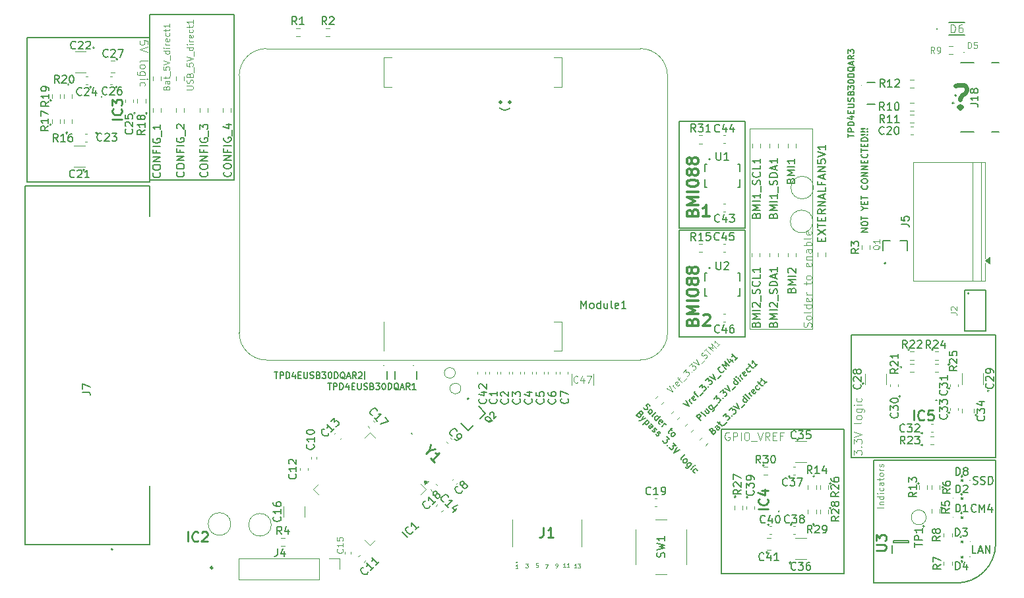
<source format=gbr>
%TF.GenerationSoftware,KiCad,Pcbnew,9.0.1+1*%
%TF.CreationDate,2025-11-18T23:31:13+00:00*%
%TF.ProjectId,nautilus_mainboard,6e617574-696c-4757-935f-6d61696e626f,rev?*%
%TF.SameCoordinates,Original*%
%TF.FileFunction,Legend,Top*%
%TF.FilePolarity,Positive*%
%FSLAX46Y46*%
G04 Gerber Fmt 4.6, Leading zero omitted, Abs format (unit mm)*
G04 Created by KiCad (PCBNEW 9.0.1+1) date 2025-11-18 23:31:13*
%MOMM*%
%LPD*%
G01*
G04 APERTURE LIST*
%ADD10C,0.050000*%
%ADD11C,0.200000*%
%ADD12C,0.100000*%
%ADD13C,0.160000*%
%ADD14C,0.300000*%
%ADD15C,0.125000*%
%ADD16C,0.600000*%
%ADD17C,0.150000*%
%ADD18C,0.254000*%
%ADD19C,0.112500*%
%ADD20C,0.120000*%
%ADD21C,0.127000*%
%ADD22C,0.250000*%
G04 APERTURE END LIST*
D10*
X169165000Y-210760001D02*
X168915001Y-210760001D01*
X169039999Y-210635000D01*
X169165000Y-210760001D01*
G36*
X169165000Y-210760001D02*
G01*
X168915001Y-210760001D01*
X169039999Y-210635000D01*
X169165000Y-210760001D01*
G37*
X191330000Y-221660000D02*
X191079998Y-221660000D01*
X191204999Y-221534999D01*
X191330000Y-221660000D01*
G36*
X191330000Y-221660000D02*
G01*
X191079998Y-221660000D01*
X191204999Y-221534999D01*
X191330000Y-221660000D01*
G37*
X86490000Y-164273418D02*
X86440000Y-164273419D01*
X86440000Y-164123419D01*
X86490000Y-164123418D01*
X86490000Y-164273418D01*
D11*
X195554466Y-219474466D02*
G75*
G02*
X190554466Y-224474466I-4999966J-34D01*
G01*
D10*
X183475001Y-196700000D02*
X183350000Y-196825000D01*
X183350001Y-196575000D01*
X183475001Y-196700000D01*
G36*
X183475001Y-196700000D02*
G01*
X183350000Y-196825000D01*
X183350001Y-196575000D01*
X183475001Y-196700000D01*
G37*
X186175000Y-205175001D02*
X186050000Y-205300002D01*
X186050000Y-205050000D01*
X186175000Y-205175001D01*
G36*
X186175000Y-205175001D02*
G01*
X186050000Y-205300002D01*
X186050000Y-205050000D01*
X186175000Y-205175001D01*
G37*
X174440000Y-214790001D02*
X174440002Y-214839999D01*
X174290002Y-214839999D01*
X174290000Y-214790000D01*
X174440000Y-214790001D01*
X185900000Y-206675001D02*
X186050000Y-206675001D01*
X186050000Y-206725001D01*
X185900000Y-206725001D01*
X185900000Y-206675001D01*
X183225000Y-200625000D02*
X183175000Y-200625001D01*
X183175000Y-200475001D01*
X183225000Y-200475000D01*
X183225000Y-200625000D01*
X191325001Y-216185001D02*
X191200000Y-216060000D01*
X191325001Y-215934999D01*
X191325001Y-216185001D01*
G36*
X191325001Y-216185001D02*
G01*
X191200000Y-216060000D01*
X191325001Y-215934999D01*
X191325001Y-216185001D01*
G37*
X169140001Y-221960001D02*
X169090000Y-221960001D01*
X169090000Y-221810001D01*
X169140001Y-221810001D01*
X169140001Y-221960001D01*
X79440001Y-160773419D02*
X79190000Y-160773419D01*
X79315000Y-160648419D01*
X79440001Y-160773419D01*
G36*
X79440001Y-160773419D02*
G01*
X79190000Y-160773419D01*
X79315000Y-160648419D01*
X79440001Y-160773419D01*
G37*
X165690000Y-209435001D02*
X165565000Y-209310000D01*
X165815001Y-209310000D01*
X165690000Y-209435001D01*
G36*
X165690000Y-209435001D02*
G01*
X165565000Y-209310000D01*
X165815001Y-209310000D01*
X165690000Y-209435001D01*
G37*
D11*
X195550000Y-208400000D02*
X177050000Y-208400002D01*
X177050000Y-192650001D01*
X195549999Y-192650000D01*
X195550000Y-208400000D01*
D10*
X76440000Y-160573419D02*
X76315001Y-160448419D01*
X76565000Y-160448419D01*
X76440000Y-160573419D01*
G36*
X76440000Y-160573419D02*
G01*
X76315001Y-160448419D01*
X76565000Y-160448419D01*
X76440000Y-160573419D01*
G37*
X186050000Y-205150002D02*
X186050000Y-205200000D01*
X185900000Y-205200000D01*
X185899999Y-205150001D01*
X186050000Y-205150002D01*
X79340000Y-160923419D02*
X79290001Y-160923419D01*
X79290001Y-160773419D01*
X79340000Y-160773419D01*
X79340000Y-160923419D01*
D11*
X176090000Y-223260000D02*
X160340000Y-223260002D01*
X160340000Y-204760003D01*
X176090000Y-204760000D01*
X176090000Y-223260000D01*
D10*
X189500000Y-196500001D02*
X189375001Y-196375001D01*
X189500000Y-196250001D01*
X189500000Y-196500001D01*
G36*
X189500000Y-196500001D02*
G01*
X189375001Y-196375001D01*
X189500000Y-196250001D01*
X189500000Y-196500001D01*
G37*
X194550000Y-199875001D02*
X194425000Y-199750000D01*
X194550000Y-199625000D01*
X194550000Y-199875001D01*
G36*
X194550000Y-199875001D02*
G01*
X194425000Y-199750000D01*
X194550000Y-199625000D01*
X194550000Y-199875001D01*
G37*
X189650000Y-199450001D02*
X189525001Y-199575000D01*
X189525001Y-199325000D01*
X189650000Y-199450001D01*
G36*
X189650000Y-199450001D02*
G01*
X189525001Y-199575000D01*
X189525001Y-199325000D01*
X189650000Y-199450001D01*
G37*
X188720000Y-212110000D02*
X188870000Y-212110000D01*
X188870000Y-212159998D01*
X188720000Y-212159998D01*
X188720000Y-212110000D01*
X191220002Y-219149998D02*
X191095001Y-219274999D01*
X191095001Y-219024997D01*
X191220002Y-219149998D01*
G36*
X191220002Y-219149998D02*
G01*
X191095001Y-219274999D01*
X191095001Y-219024997D01*
X191220002Y-219149998D01*
G37*
X82690000Y-157173419D02*
X82640000Y-157173419D01*
X82640000Y-157023419D01*
X82690000Y-157023419D01*
X82690000Y-157173419D01*
X190509999Y-161856751D02*
X190359999Y-161856751D01*
X190360000Y-161806751D01*
X190509999Y-161806751D01*
X190509999Y-161856751D01*
X74140000Y-165630000D02*
X73990000Y-165630000D01*
X73990000Y-165580001D01*
X74140000Y-165580001D01*
X74140000Y-165630000D01*
X76265000Y-166773418D02*
X76215000Y-166773418D01*
X76215000Y-166623419D01*
X76265000Y-166623419D01*
X76265000Y-166773418D01*
X76365000Y-166623419D02*
X76115000Y-166623419D01*
X76240001Y-166498419D01*
X76365000Y-166623419D01*
G36*
X76365000Y-166623419D02*
G01*
X76115000Y-166623419D01*
X76240001Y-166498419D01*
X76365000Y-166623419D01*
G37*
X172179999Y-216910002D02*
X172179999Y-217060002D01*
X172130000Y-217060000D01*
X172130000Y-216910000D01*
X172179999Y-216910002D01*
X184350000Y-194300000D02*
X184400001Y-194300000D01*
X184400001Y-194450000D01*
X184350000Y-194450000D01*
X184350000Y-194300000D01*
X191141539Y-213181235D02*
X191016538Y-213056234D01*
X191266540Y-213056234D01*
X191141539Y-213181235D01*
G36*
X191141539Y-213181235D02*
G01*
X191016538Y-213056234D01*
X191266540Y-213056234D01*
X191141539Y-213181235D01*
G37*
X85040000Y-164123418D02*
X84790000Y-164123419D01*
X84915001Y-163998419D01*
X85040000Y-164123418D01*
G36*
X85040000Y-164123418D02*
G01*
X84790000Y-164123419D01*
X84915001Y-163998419D01*
X85040000Y-164123418D01*
G37*
X186230000Y-217170000D02*
X186279998Y-217170000D01*
X186279998Y-217320000D01*
X186230000Y-217320000D01*
X186230000Y-217170000D01*
X191166538Y-213056234D02*
X191116540Y-213056234D01*
X191116540Y-212906234D01*
X191166538Y-212906234D01*
X191166538Y-213056234D01*
X169065001Y-210910001D02*
X169015000Y-210910001D01*
X169015000Y-210760001D01*
X169065001Y-210760001D01*
X169065001Y-210910001D01*
X166165002Y-220660000D02*
X166115001Y-220660000D01*
X166115001Y-220510000D01*
X166164999Y-220510000D01*
X166165002Y-220660000D01*
X80065000Y-166773418D02*
X79940001Y-166648419D01*
X80065000Y-166523419D01*
X80065000Y-166773418D01*
G36*
X80065000Y-166773418D02*
G01*
X79940001Y-166648419D01*
X80065000Y-166523419D01*
X80065000Y-166773418D01*
G37*
X169289999Y-216785002D02*
X169290000Y-216935001D01*
X169239999Y-216935001D01*
X169239999Y-216785001D01*
X169289999Y-216785002D01*
D11*
X184669466Y-224474466D02*
X179864466Y-224474466D01*
D10*
X191325001Y-213735001D02*
X191200000Y-213610000D01*
X191325001Y-213484999D01*
X191325001Y-213735001D01*
G36*
X191325001Y-213735001D02*
G01*
X191200000Y-213610000D01*
X191325001Y-213484999D01*
X191325001Y-213735001D01*
G37*
X82640000Y-160898419D02*
X82590001Y-160898419D01*
X82590001Y-160748419D01*
X82640000Y-160748419D01*
X82640000Y-160898419D01*
X190194999Y-162841750D02*
X190044999Y-162841750D01*
X190045000Y-162791750D01*
X190194999Y-162791750D01*
X190194999Y-162841750D01*
X187400000Y-194575000D02*
X187275001Y-194450000D01*
X187525000Y-194450000D01*
X187400000Y-194575000D01*
G36*
X187400000Y-194575000D02*
G01*
X187275001Y-194450000D01*
X187525000Y-194450000D01*
X187400000Y-194575000D01*
G37*
D11*
X86980000Y-151510000D02*
X97805000Y-151510000D01*
X97805000Y-172755000D01*
X86980000Y-172755000D01*
X86980000Y-151510000D01*
D10*
X191270002Y-221010000D02*
X191320000Y-221010000D01*
X191320000Y-221280000D01*
X191270002Y-221280000D01*
X191270002Y-221010000D01*
D11*
X133204267Y-163474267D02*
G75*
G02*
X131875733Y-163474267I-664267J664268D01*
G01*
D10*
X74190001Y-162423419D02*
X74189999Y-162473419D01*
X74039999Y-162473419D01*
X74040000Y-162423418D01*
X74190001Y-162423419D01*
X174449998Y-211680001D02*
X174299998Y-211680000D01*
X174299998Y-211630000D01*
X174450000Y-211630000D01*
X174449998Y-211680001D01*
X162190000Y-213385002D02*
X162065001Y-213510000D01*
X161940000Y-213385000D01*
X162190000Y-213385002D01*
G36*
X162190000Y-213385002D02*
G01*
X162065001Y-213510000D01*
X161940000Y-213385000D01*
X162190000Y-213385002D01*
G37*
X166465000Y-216960002D02*
X166340001Y-217085001D01*
X166215000Y-216960001D01*
X166465000Y-216960002D01*
G36*
X166465000Y-216960002D02*
G01*
X166340001Y-217085001D01*
X166215000Y-216960001D01*
X166465000Y-216960002D01*
G37*
D11*
X179864466Y-224474466D02*
X179864466Y-208704466D01*
D10*
X191100002Y-215924998D02*
X191150000Y-215924998D01*
X191150000Y-216194998D01*
X191100002Y-216194998D01*
X191100002Y-215924998D01*
X186175000Y-206699999D02*
X186050000Y-206825000D01*
X186050000Y-206575001D01*
X186175000Y-206699999D01*
G36*
X186175000Y-206699999D02*
G01*
X186050000Y-206825000D01*
X186050000Y-206575001D01*
X186175000Y-206699999D01*
G37*
X162090000Y-213385000D02*
X162040000Y-213385002D01*
X162040000Y-213235002D01*
X162090000Y-213235000D01*
X162090000Y-213385000D01*
X188540000Y-214870002D02*
X188414999Y-214745001D01*
X188540000Y-214620000D01*
X188540000Y-214870002D01*
G36*
X188540000Y-214870002D02*
G01*
X188414999Y-214745001D01*
X188540000Y-214620000D01*
X188540000Y-214870002D01*
G37*
X174299998Y-211780000D02*
X174174998Y-211655002D01*
X174299998Y-211530000D01*
X174299998Y-211780000D01*
G36*
X174299998Y-211780000D02*
G01*
X174174998Y-211655002D01*
X174299998Y-211530000D01*
X174299998Y-211780000D01*
G37*
X166365000Y-216960001D02*
X166315000Y-216960002D01*
X166315000Y-216810002D01*
X166365000Y-216810001D01*
X166365000Y-216960001D01*
D11*
X195554466Y-208704466D02*
X179864466Y-208704466D01*
D10*
X170090000Y-206150000D02*
X169964999Y-206025001D01*
X170215001Y-206025001D01*
X170090000Y-206150000D01*
G36*
X170090000Y-206150000D02*
G01*
X169964999Y-206025001D01*
X170215001Y-206025001D01*
X170090000Y-206150000D01*
G37*
X172194999Y-210825000D02*
X172069999Y-210700001D01*
X172320000Y-210700000D01*
X172194999Y-210825000D01*
G36*
X172194999Y-210825000D02*
G01*
X172069999Y-210700001D01*
X172320000Y-210700000D01*
X172194999Y-210825000D01*
G37*
X191270000Y-211135002D02*
X191319998Y-211135002D01*
X191319998Y-211405002D01*
X191270000Y-211405002D01*
X191270000Y-211135002D01*
X79690000Y-155698419D02*
X79640000Y-155698419D01*
X79640000Y-155548419D01*
X79690000Y-155548419D01*
X79690000Y-155698419D01*
X185705001Y-211654999D02*
X185580000Y-211780000D01*
X185580000Y-211529998D01*
X185705001Y-211654999D01*
G36*
X185705001Y-211654999D02*
G01*
X185580000Y-211780000D01*
X185580000Y-211529998D01*
X185705001Y-211654999D01*
G37*
X169264999Y-217060002D02*
X169140000Y-216935001D01*
X169389999Y-216935001D01*
X169264999Y-217060002D01*
G36*
X169264999Y-217060002D02*
G01*
X169140000Y-216935001D01*
X169389999Y-216935001D01*
X169264999Y-217060002D01*
G37*
X82665000Y-157298419D02*
X82540000Y-157173419D01*
X82790000Y-157173419D01*
X82665000Y-157298419D01*
G36*
X82665000Y-157298419D02*
G01*
X82540000Y-157173419D01*
X82790000Y-157173419D01*
X82665000Y-157298419D01*
G37*
X80215000Y-166673419D02*
X80065000Y-166673419D01*
X80065000Y-166623419D01*
X80215000Y-166623419D01*
X80215000Y-166673419D01*
X190045000Y-162941750D02*
X189920000Y-162816749D01*
X190044999Y-162691750D01*
X190045000Y-162941750D01*
G36*
X190045000Y-162941750D02*
G01*
X189920000Y-162816749D01*
X190044999Y-162691750D01*
X190045000Y-162941750D01*
G37*
X192990000Y-203000001D02*
X192865000Y-202875000D01*
X192990000Y-202750000D01*
X192990000Y-203000001D01*
G36*
X192990000Y-203000001D02*
G01*
X192865000Y-202875000D01*
X192990000Y-202750000D01*
X192990000Y-203000001D01*
G37*
X189650000Y-202575000D02*
X189525000Y-202700000D01*
X189525001Y-202450000D01*
X189650000Y-202575000D01*
G36*
X189650000Y-202575000D02*
G01*
X189525000Y-202700000D01*
X189525001Y-202450000D01*
X189650000Y-202575000D01*
G37*
X194550000Y-199725001D02*
X194700000Y-199725001D01*
X194700000Y-199775000D01*
X194550000Y-199775000D01*
X194550000Y-199725001D01*
X191220002Y-221144998D02*
X191095001Y-221269999D01*
X191095001Y-221019997D01*
X191220002Y-221144998D01*
G36*
X191220002Y-221144998D02*
G01*
X191095001Y-221269999D01*
X191095001Y-221019997D01*
X191220002Y-221144998D01*
G37*
X78540000Y-171373418D02*
X78290000Y-171373419D01*
X78415001Y-171248419D01*
X78540000Y-171373418D01*
G36*
X78540000Y-171373418D02*
G01*
X78290000Y-171373419D01*
X78415001Y-171248419D01*
X78540000Y-171373418D01*
G37*
X165715001Y-209310001D02*
X165665001Y-209310000D01*
X165665001Y-209160000D01*
X165715002Y-209160000D01*
X165715001Y-209310001D01*
X191140000Y-215450000D02*
X191090002Y-215450000D01*
X191090002Y-215300000D01*
X191140000Y-215300000D01*
X191140000Y-215450000D01*
X74264999Y-165605001D02*
X74140000Y-165730001D01*
X74140000Y-165480002D01*
X74264999Y-165605001D01*
G36*
X74264999Y-165605001D02*
G01*
X74140000Y-165730001D01*
X74140000Y-165480002D01*
X74264999Y-165605001D01*
G37*
X190360000Y-161956751D02*
X190235000Y-161831750D01*
X190359999Y-161706751D01*
X190360000Y-161956751D01*
G36*
X190360000Y-161956751D02*
G01*
X190235000Y-161831750D01*
X190359999Y-161706751D01*
X190360000Y-161956751D01*
G37*
X79665000Y-155823419D02*
X79540000Y-155698419D01*
X79790000Y-155698419D01*
X79665000Y-155823419D01*
G36*
X79665000Y-155823419D02*
G01*
X79540000Y-155698419D01*
X79790000Y-155698419D01*
X79665000Y-155823419D01*
G37*
D11*
X86980000Y-172968416D02*
X71229999Y-172968416D01*
X71230000Y-154468416D01*
X86980000Y-154468416D01*
X86980000Y-172968416D01*
D10*
X191115001Y-215575001D02*
X190990000Y-215450000D01*
X191240002Y-215450000D01*
X191115001Y-215575001D01*
G36*
X191115001Y-215575001D02*
G01*
X190990000Y-215450000D01*
X191240002Y-215450000D01*
X191115001Y-215575001D01*
G37*
X191100000Y-218500000D02*
X191050002Y-218500000D01*
X191050002Y-218350000D01*
X191100000Y-218350000D01*
X191100000Y-218500000D01*
X172280000Y-216910000D02*
X172029999Y-216910002D01*
X172154999Y-216785000D01*
X172280000Y-216910000D01*
G36*
X172280000Y-216910000D02*
G01*
X172029999Y-216910002D01*
X172154999Y-216785000D01*
X172280000Y-216910000D01*
G37*
X170114999Y-206025001D02*
X170065001Y-206025001D01*
X170065001Y-205875001D01*
X170114999Y-205875001D01*
X170114999Y-206025001D01*
X186380000Y-217170000D02*
X186129998Y-217170000D01*
X186254999Y-217044999D01*
X186380000Y-217170000D01*
G36*
X186380000Y-217170000D02*
G01*
X186129998Y-217170000D01*
X186254999Y-217044999D01*
X186380000Y-217170000D01*
G37*
X191180000Y-221660000D02*
X191229998Y-221660000D01*
X191229998Y-221810000D01*
X191180000Y-221810000D01*
X191180000Y-221660000D01*
X82740001Y-160748419D02*
X82490001Y-160748419D01*
X82615001Y-160623419D01*
X82740001Y-160748419D01*
G36*
X82740001Y-160748419D02*
G01*
X82490001Y-160748419D01*
X82615001Y-160623419D01*
X82740001Y-160748419D01*
G37*
X172219999Y-210550001D02*
X172219999Y-210700001D01*
X172170000Y-210700000D01*
X172170000Y-210550000D01*
X172219999Y-210550001D01*
X169240000Y-221810001D02*
X168990001Y-221810001D01*
X169115000Y-221685003D01*
X169240000Y-221810001D01*
G36*
X169240000Y-221810001D02*
G01*
X168990001Y-221810001D01*
X169115000Y-221685003D01*
X169240000Y-221810001D01*
G37*
X184375001Y-194575000D02*
X184250001Y-194450000D01*
X184500000Y-194450000D01*
X184375001Y-194575000D01*
G36*
X184375001Y-194575000D02*
G01*
X184250001Y-194450000D01*
X184500000Y-194450000D01*
X184375001Y-194575000D01*
G37*
X86590000Y-164123419D02*
X86340000Y-164123418D01*
X86464998Y-163998419D01*
X86590000Y-164123419D01*
G36*
X86590000Y-164123419D02*
G01*
X86340000Y-164123418D01*
X86464998Y-163998419D01*
X86590000Y-164123419D01*
G37*
D12*
X163980000Y-166150000D02*
X172030000Y-166150000D01*
X172030000Y-191870000D01*
X163980000Y-191870000D01*
X163980000Y-166150000D01*
D11*
X195554466Y-214444466D02*
X195554466Y-219474466D01*
D10*
X193139999Y-202900000D02*
X192990000Y-202900000D01*
X192990001Y-202850001D01*
X193140001Y-202850001D01*
X193139999Y-202900000D01*
X178620000Y-198830000D02*
X178494999Y-198955001D01*
X178494999Y-198704999D01*
X178620000Y-198830000D01*
G36*
X178620000Y-198830000D02*
G01*
X178494999Y-198955001D01*
X178494999Y-198704999D01*
X178620000Y-198830000D01*
G37*
X191075001Y-218625001D02*
X190950000Y-218500000D01*
X191200002Y-218500000D01*
X191075001Y-218625001D01*
G36*
X191075001Y-218625001D02*
G01*
X190950000Y-218500000D01*
X191200002Y-218500000D01*
X191075001Y-218625001D01*
G37*
X188720000Y-212260000D02*
X188594999Y-212134999D01*
X188720000Y-212009998D01*
X188720000Y-212260000D01*
G36*
X188720000Y-212260000D02*
G01*
X188594999Y-212134999D01*
X188720000Y-212009998D01*
X188720000Y-212260000D01*
G37*
X189525001Y-202600000D02*
X189375001Y-202600000D01*
X189375000Y-202550000D01*
X189525000Y-202550000D01*
X189525001Y-202600000D01*
X189500000Y-196350001D02*
X189650000Y-196350001D01*
X189650000Y-196400001D01*
X189500000Y-196400001D01*
X189500000Y-196350001D01*
X191220000Y-210760000D02*
X191170002Y-210760000D01*
X191170002Y-210610000D01*
X191220000Y-210610000D01*
X191220000Y-210760000D01*
D11*
X190554466Y-224474466D02*
X184669466Y-224474466D01*
D10*
X191100002Y-213474998D02*
X191150000Y-213474998D01*
X191150000Y-213744998D01*
X191100002Y-213744998D01*
X191100002Y-213474998D01*
X78440000Y-171373419D02*
X78440000Y-171523419D01*
X78390000Y-171523418D01*
X78390000Y-171373418D01*
X78440000Y-171373419D01*
X187375000Y-194300000D02*
X187425001Y-194300000D01*
X187425001Y-194450000D01*
X187375000Y-194450000D01*
X187375000Y-194300000D01*
X174290000Y-214940001D02*
X174165000Y-214815001D01*
X174290002Y-214689999D01*
X174290000Y-214940001D01*
G36*
X174290000Y-214940001D02*
G01*
X174165000Y-214815001D01*
X174290002Y-214689999D01*
X174290000Y-214940001D01*
G37*
X185430000Y-211630000D02*
X185580000Y-211630000D01*
X185580000Y-211679998D01*
X185430000Y-211679998D01*
X185430000Y-211630000D01*
X183325000Y-200475001D02*
X183075001Y-200475001D01*
X183200001Y-200350000D01*
X183325000Y-200475001D01*
G36*
X183325000Y-200475001D02*
G01*
X183075001Y-200475001D01*
X183200001Y-200350000D01*
X183325000Y-200475001D01*
G37*
X188540000Y-214720002D02*
X188690000Y-214720002D01*
X188690000Y-214770000D01*
X188540000Y-214770000D01*
X188540000Y-214720002D01*
X163640000Y-213435000D02*
X163590000Y-213435002D01*
X163590000Y-213285003D01*
X163640000Y-213285000D01*
X163640000Y-213435000D01*
X189375001Y-199425000D02*
X189525001Y-199425000D01*
X189525001Y-199475001D01*
X189375001Y-199475001D01*
X189375001Y-199425000D01*
X163740000Y-213435002D02*
X163615001Y-213560001D01*
X163490000Y-213435000D01*
X163740000Y-213435002D01*
G36*
X163740000Y-213435002D02*
G01*
X163615001Y-213560001D01*
X163490000Y-213435000D01*
X163740000Y-213435002D01*
G37*
X84940000Y-164123419D02*
X84940000Y-164273419D01*
X84890000Y-164273418D01*
X84890000Y-164123418D01*
X84940000Y-164123419D01*
X166265001Y-220510000D02*
X166014999Y-220510000D01*
X166140000Y-220385000D01*
X166265001Y-220510000D01*
G36*
X166265001Y-220510000D02*
G01*
X166014999Y-220510000D01*
X166140000Y-220385000D01*
X166265001Y-220510000D01*
G37*
X74315000Y-162448420D02*
X74190001Y-162573419D01*
X74189999Y-162323419D01*
X74315000Y-162448420D01*
G36*
X74315000Y-162448420D02*
G01*
X74190001Y-162573419D01*
X74189999Y-162323419D01*
X74315000Y-162448420D01*
G37*
X191270002Y-219015000D02*
X191320000Y-219015000D01*
X191320000Y-219285000D01*
X191270002Y-219285000D01*
X191270002Y-219015000D01*
X191220000Y-211270000D02*
X191094999Y-211395001D01*
X191094999Y-211144999D01*
X191220000Y-211270000D01*
G36*
X191220000Y-211270000D02*
G01*
X191094999Y-211395001D01*
X191094999Y-211144999D01*
X191220000Y-211270000D01*
G37*
X178344999Y-198805001D02*
X178494999Y-198805001D01*
X178494999Y-198854999D01*
X178344999Y-198854999D01*
X178344999Y-198805001D01*
X76465001Y-160448419D02*
X76415000Y-160448419D01*
X76415000Y-160298419D01*
X76465001Y-160298419D01*
X76465001Y-160448419D01*
D11*
X195554466Y-214444466D02*
X195554466Y-208704466D01*
D10*
X183350001Y-196725000D02*
X183200001Y-196725000D01*
X183200000Y-196675000D01*
X183350000Y-196675000D01*
X183350001Y-196725000D01*
X191195001Y-210885001D02*
X191070000Y-210760000D01*
X191320002Y-210760000D01*
X191195001Y-210885001D01*
G36*
X191195001Y-210885001D02*
G01*
X191070000Y-210760000D01*
X191320002Y-210760000D01*
X191195001Y-210885001D01*
G37*
D13*
X150374953Y-201959410D02*
X150428828Y-202067159D01*
X150428828Y-202067159D02*
X150563515Y-202201846D01*
X150563515Y-202201846D02*
X150644327Y-202228784D01*
X150644327Y-202228784D02*
X150698202Y-202228784D01*
X150698202Y-202228784D02*
X150779014Y-202201846D01*
X150779014Y-202201846D02*
X150832889Y-202147971D01*
X150832889Y-202147971D02*
X150859826Y-202067159D01*
X150859826Y-202067159D02*
X150859826Y-202013284D01*
X150859826Y-202013284D02*
X150832889Y-201932472D01*
X150832889Y-201932472D02*
X150752077Y-201797785D01*
X150752077Y-201797785D02*
X150725139Y-201716973D01*
X150725139Y-201716973D02*
X150725139Y-201663098D01*
X150725139Y-201663098D02*
X150752077Y-201582286D01*
X150752077Y-201582286D02*
X150805951Y-201528411D01*
X150805951Y-201528411D02*
X150886764Y-201501474D01*
X150886764Y-201501474D02*
X150940638Y-201501474D01*
X150940638Y-201501474D02*
X151021451Y-201528411D01*
X151021451Y-201528411D02*
X151156138Y-201663098D01*
X151156138Y-201663098D02*
X151210012Y-201770848D01*
X150994513Y-202632845D02*
X150967576Y-202552033D01*
X150967576Y-202552033D02*
X150967576Y-202498158D01*
X150967576Y-202498158D02*
X150994513Y-202417346D01*
X150994513Y-202417346D02*
X151156138Y-202255721D01*
X151156138Y-202255721D02*
X151236950Y-202228784D01*
X151236950Y-202228784D02*
X151290825Y-202228784D01*
X151290825Y-202228784D02*
X151371637Y-202255721D01*
X151371637Y-202255721D02*
X151452449Y-202336533D01*
X151452449Y-202336533D02*
X151479387Y-202417346D01*
X151479387Y-202417346D02*
X151479387Y-202471220D01*
X151479387Y-202471220D02*
X151452449Y-202552033D01*
X151452449Y-202552033D02*
X151290825Y-202713657D01*
X151290825Y-202713657D02*
X151210013Y-202740594D01*
X151210013Y-202740594D02*
X151156138Y-202740594D01*
X151156138Y-202740594D02*
X151075326Y-202713657D01*
X151075326Y-202713657D02*
X150994513Y-202632845D01*
X151506324Y-203144656D02*
X151479387Y-203063844D01*
X151479387Y-203063844D02*
X151506324Y-202983031D01*
X151506324Y-202983031D02*
X151991198Y-202498158D01*
X151964260Y-203602592D02*
X152529946Y-203036906D01*
X151991198Y-203575654D02*
X151910386Y-203548717D01*
X151910386Y-203548717D02*
X151802636Y-203440967D01*
X151802636Y-203440967D02*
X151775699Y-203360155D01*
X151775699Y-203360155D02*
X151775699Y-203306280D01*
X151775699Y-203306280D02*
X151802636Y-203225468D01*
X151802636Y-203225468D02*
X151964260Y-203063844D01*
X151964260Y-203063844D02*
X152045073Y-203036906D01*
X152045073Y-203036906D02*
X152098947Y-203036906D01*
X152098947Y-203036906D02*
X152179760Y-203063844D01*
X152179760Y-203063844D02*
X152287509Y-203171593D01*
X152287509Y-203171593D02*
X152314447Y-203252406D01*
X152476071Y-204060528D02*
X152395259Y-204033591D01*
X152395259Y-204033591D02*
X152287510Y-203925841D01*
X152287510Y-203925841D02*
X152260572Y-203845029D01*
X152260572Y-203845029D02*
X152287510Y-203764217D01*
X152287510Y-203764217D02*
X152503009Y-203548717D01*
X152503009Y-203548717D02*
X152583821Y-203521780D01*
X152583821Y-203521780D02*
X152664633Y-203548717D01*
X152664633Y-203548717D02*
X152772383Y-203656467D01*
X152772383Y-203656467D02*
X152799320Y-203737279D01*
X152799320Y-203737279D02*
X152772383Y-203818091D01*
X152772383Y-203818091D02*
X152718508Y-203871966D01*
X152718508Y-203871966D02*
X152395259Y-203656467D01*
X152718508Y-204356839D02*
X153095631Y-203979716D01*
X152987882Y-204087465D02*
X153068694Y-204060528D01*
X153068694Y-204060528D02*
X153122569Y-204060528D01*
X153122569Y-204060528D02*
X153203381Y-204087465D01*
X153203381Y-204087465D02*
X153257256Y-204141340D01*
X153796004Y-204680088D02*
X154011503Y-204895587D01*
X154065378Y-204572339D02*
X153580505Y-205057212D01*
X153580505Y-205057212D02*
X153553567Y-205138024D01*
X153553567Y-205138024D02*
X153580505Y-205218836D01*
X153580505Y-205218836D02*
X153634379Y-205272711D01*
X153903754Y-205542085D02*
X153876816Y-205461273D01*
X153876816Y-205461273D02*
X153876816Y-205407398D01*
X153876816Y-205407398D02*
X153903754Y-205326586D01*
X153903754Y-205326586D02*
X154065378Y-205164961D01*
X154065378Y-205164961D02*
X154146190Y-205138024D01*
X154146190Y-205138024D02*
X154200065Y-205138024D01*
X154200065Y-205138024D02*
X154280877Y-205164961D01*
X154280877Y-205164961D02*
X154361689Y-205245774D01*
X154361689Y-205245774D02*
X154388627Y-205326586D01*
X154388627Y-205326586D02*
X154388627Y-205380461D01*
X154388627Y-205380461D02*
X154361689Y-205461273D01*
X154361689Y-205461273D02*
X154200065Y-205622897D01*
X154200065Y-205622897D02*
X154119253Y-205649835D01*
X154119253Y-205649835D02*
X154065378Y-205649835D01*
X154065378Y-205649835D02*
X153984566Y-205622897D01*
X153984566Y-205622897D02*
X153903754Y-205542085D01*
X149949104Y-202816257D02*
X150002979Y-202924006D01*
X150002979Y-202924006D02*
X150002979Y-202977881D01*
X150002979Y-202977881D02*
X149976042Y-203058693D01*
X149976042Y-203058693D02*
X149895229Y-203139506D01*
X149895229Y-203139506D02*
X149814417Y-203166443D01*
X149814417Y-203166443D02*
X149760542Y-203166443D01*
X149760542Y-203166443D02*
X149679730Y-203139506D01*
X149679730Y-203139506D02*
X149464231Y-202924006D01*
X149464231Y-202924006D02*
X150029916Y-202358321D01*
X150029916Y-202358321D02*
X150218478Y-202546883D01*
X150218478Y-202546883D02*
X150245416Y-202627695D01*
X150245416Y-202627695D02*
X150245416Y-202681570D01*
X150245416Y-202681570D02*
X150218478Y-202762382D01*
X150218478Y-202762382D02*
X150164603Y-202816257D01*
X150164603Y-202816257D02*
X150083791Y-202843194D01*
X150083791Y-202843194D02*
X150029916Y-202843194D01*
X150029916Y-202843194D02*
X149949104Y-202816257D01*
X149949104Y-202816257D02*
X149760542Y-202627695D01*
X150353165Y-203058693D02*
X150110729Y-203570504D01*
X150622539Y-203328067D02*
X150110729Y-203570504D01*
X150110729Y-203570504D02*
X149922167Y-203651316D01*
X149922167Y-203651316D02*
X149868292Y-203651316D01*
X149868292Y-203651316D02*
X149787480Y-203624379D01*
X150838039Y-203543567D02*
X150272353Y-204109252D01*
X150811101Y-203570504D02*
X150891913Y-203597442D01*
X150891913Y-203597442D02*
X150999663Y-203705191D01*
X150999663Y-203705191D02*
X151026600Y-203786003D01*
X151026600Y-203786003D02*
X151026600Y-203839878D01*
X151026600Y-203839878D02*
X150999663Y-203920690D01*
X150999663Y-203920690D02*
X150838039Y-204082315D01*
X150838039Y-204082315D02*
X150757226Y-204109252D01*
X150757226Y-204109252D02*
X150703352Y-204109252D01*
X150703352Y-204109252D02*
X150622539Y-204082315D01*
X150622539Y-204082315D02*
X150514790Y-203974565D01*
X150514790Y-203974565D02*
X150487852Y-203893753D01*
X151215162Y-204674938D02*
X151511474Y-204378627D01*
X151511474Y-204378627D02*
X151538411Y-204297814D01*
X151538411Y-204297814D02*
X151511474Y-204217002D01*
X151511474Y-204217002D02*
X151403724Y-204109253D01*
X151403724Y-204109253D02*
X151322912Y-204082315D01*
X151242100Y-204648001D02*
X151161288Y-204621063D01*
X151161288Y-204621063D02*
X151026601Y-204486376D01*
X151026601Y-204486376D02*
X150999663Y-204405564D01*
X150999663Y-204405564D02*
X151026601Y-204324752D01*
X151026601Y-204324752D02*
X151080475Y-204270877D01*
X151080475Y-204270877D02*
X151161288Y-204243940D01*
X151161288Y-204243940D02*
X151242100Y-204270877D01*
X151242100Y-204270877D02*
X151376787Y-204405564D01*
X151376787Y-204405564D02*
X151457599Y-204432501D01*
X151484537Y-204890438D02*
X151511474Y-204971250D01*
X151511474Y-204971250D02*
X151619224Y-205078999D01*
X151619224Y-205078999D02*
X151700036Y-205105937D01*
X151700036Y-205105937D02*
X151780848Y-205078999D01*
X151780848Y-205078999D02*
X151807786Y-205052062D01*
X151807786Y-205052062D02*
X151834723Y-204971250D01*
X151834723Y-204971250D02*
X151807786Y-204890438D01*
X151807786Y-204890438D02*
X151726973Y-204809625D01*
X151726973Y-204809625D02*
X151700036Y-204728813D01*
X151700036Y-204728813D02*
X151726973Y-204648001D01*
X151726973Y-204648001D02*
X151753911Y-204621064D01*
X151753911Y-204621064D02*
X151834723Y-204594126D01*
X151834723Y-204594126D02*
X151915535Y-204621064D01*
X151915535Y-204621064D02*
X151996347Y-204701876D01*
X151996347Y-204701876D02*
X152023285Y-204782688D01*
X151942473Y-205348373D02*
X151969410Y-205429186D01*
X151969410Y-205429186D02*
X152077160Y-205536935D01*
X152077160Y-205536935D02*
X152157972Y-205563873D01*
X152157972Y-205563873D02*
X152238784Y-205536935D01*
X152238784Y-205536935D02*
X152265721Y-205509998D01*
X152265721Y-205509998D02*
X152292659Y-205429186D01*
X152292659Y-205429186D02*
X152265721Y-205348373D01*
X152265721Y-205348373D02*
X152184909Y-205267561D01*
X152184909Y-205267561D02*
X152157972Y-205186749D01*
X152157972Y-205186749D02*
X152184909Y-205105937D01*
X152184909Y-205105937D02*
X152211847Y-205078999D01*
X152211847Y-205078999D02*
X152292659Y-205052062D01*
X152292659Y-205052062D02*
X152373471Y-205078999D01*
X152373471Y-205078999D02*
X152454283Y-205159812D01*
X152454283Y-205159812D02*
X152481221Y-205240624D01*
X153343218Y-205671622D02*
X153693404Y-206021808D01*
X153693404Y-206021808D02*
X153289343Y-206048746D01*
X153289343Y-206048746D02*
X153370155Y-206129558D01*
X153370155Y-206129558D02*
X153397092Y-206210370D01*
X153397092Y-206210370D02*
X153397092Y-206264245D01*
X153397092Y-206264245D02*
X153370155Y-206345057D01*
X153370155Y-206345057D02*
X153235468Y-206479744D01*
X153235468Y-206479744D02*
X153154656Y-206506682D01*
X153154656Y-206506682D02*
X153100781Y-206506682D01*
X153100781Y-206506682D02*
X153019969Y-206479744D01*
X153019969Y-206479744D02*
X152858344Y-206318120D01*
X152858344Y-206318120D02*
X152831407Y-206237308D01*
X152831407Y-206237308D02*
X152831407Y-206183433D01*
X153424030Y-206776056D02*
X153424030Y-206829931D01*
X153424030Y-206829931D02*
X153370155Y-206829931D01*
X153370155Y-206829931D02*
X153370155Y-206776056D01*
X153370155Y-206776056D02*
X153424030Y-206776056D01*
X153424030Y-206776056D02*
X153370155Y-206829931D01*
X154151340Y-206479744D02*
X154501526Y-206829930D01*
X154501526Y-206829930D02*
X154097465Y-206856868D01*
X154097465Y-206856868D02*
X154178277Y-206937680D01*
X154178277Y-206937680D02*
X154205214Y-207018492D01*
X154205214Y-207018492D02*
X154205214Y-207072367D01*
X154205214Y-207072367D02*
X154178277Y-207153179D01*
X154178277Y-207153179D02*
X154043590Y-207287866D01*
X154043590Y-207287866D02*
X153962778Y-207314804D01*
X153962778Y-207314804D02*
X153908903Y-207314804D01*
X153908903Y-207314804D02*
X153828091Y-207287866D01*
X153828091Y-207287866D02*
X153666466Y-207126242D01*
X153666466Y-207126242D02*
X153639529Y-207045430D01*
X153639529Y-207045430D02*
X153639529Y-206991555D01*
X154663150Y-206991555D02*
X154286027Y-207745802D01*
X154286027Y-207745802D02*
X155040274Y-207368679D01*
X155174961Y-208634736D02*
X155148023Y-208553924D01*
X155148023Y-208553924D02*
X155174961Y-208473112D01*
X155174961Y-208473112D02*
X155659834Y-207988239D01*
X155471273Y-208931048D02*
X155444335Y-208850236D01*
X155444335Y-208850236D02*
X155444335Y-208796361D01*
X155444335Y-208796361D02*
X155471273Y-208715549D01*
X155471273Y-208715549D02*
X155632897Y-208553924D01*
X155632897Y-208553924D02*
X155713709Y-208526987D01*
X155713709Y-208526987D02*
X155767584Y-208526987D01*
X155767584Y-208526987D02*
X155848396Y-208553924D01*
X155848396Y-208553924D02*
X155929208Y-208634737D01*
X155929208Y-208634737D02*
X155956146Y-208715549D01*
X155956146Y-208715549D02*
X155956146Y-208769424D01*
X155956146Y-208769424D02*
X155929208Y-208850236D01*
X155929208Y-208850236D02*
X155767584Y-209011860D01*
X155767584Y-209011860D02*
X155686772Y-209038798D01*
X155686772Y-209038798D02*
X155632897Y-209038798D01*
X155632897Y-209038798D02*
X155552085Y-209011860D01*
X155552085Y-209011860D02*
X155471273Y-208931048D01*
X156521832Y-209227360D02*
X156063896Y-209685296D01*
X156063896Y-209685296D02*
X155983084Y-209712233D01*
X155983084Y-209712233D02*
X155929209Y-209712233D01*
X155929209Y-209712233D02*
X155848396Y-209685296D01*
X155848396Y-209685296D02*
X155767584Y-209604483D01*
X155767584Y-209604483D02*
X155740647Y-209523671D01*
X156171645Y-209577546D02*
X156090833Y-209550609D01*
X156090833Y-209550609D02*
X155983084Y-209442859D01*
X155983084Y-209442859D02*
X155956146Y-209362047D01*
X155956146Y-209362047D02*
X155956146Y-209308172D01*
X155956146Y-209308172D02*
X155983084Y-209227360D01*
X155983084Y-209227360D02*
X156144708Y-209065735D01*
X156144708Y-209065735D02*
X156225520Y-209038798D01*
X156225520Y-209038798D02*
X156279395Y-209038798D01*
X156279395Y-209038798D02*
X156360207Y-209065735D01*
X156360207Y-209065735D02*
X156467957Y-209173485D01*
X156467957Y-209173485D02*
X156494894Y-209254297D01*
X156414082Y-209873858D02*
X156791206Y-209496734D01*
X156979768Y-209308172D02*
X156925893Y-209308172D01*
X156925893Y-209308172D02*
X156925893Y-209362047D01*
X156925893Y-209362047D02*
X156979768Y-209362047D01*
X156979768Y-209362047D02*
X156979768Y-209308172D01*
X156979768Y-209308172D02*
X156925893Y-209362047D01*
X156952830Y-210358731D02*
X156872018Y-210331793D01*
X156872018Y-210331793D02*
X156764268Y-210224044D01*
X156764268Y-210224044D02*
X156737331Y-210143232D01*
X156737331Y-210143232D02*
X156737331Y-210089357D01*
X156737331Y-210089357D02*
X156764268Y-210008544D01*
X156764268Y-210008544D02*
X156925893Y-209846920D01*
X156925893Y-209846920D02*
X157006705Y-209819983D01*
X157006705Y-209819983D02*
X157060580Y-209819983D01*
X157060580Y-209819983D02*
X157141392Y-209846920D01*
X157141392Y-209846920D02*
X157249141Y-209954670D01*
X157249141Y-209954670D02*
X157276079Y-210035482D01*
D12*
X181166895Y-214803734D02*
X180366895Y-214803734D01*
X180633561Y-214422782D02*
X181166895Y-214422782D01*
X180709752Y-214422782D02*
X180671657Y-214384687D01*
X180671657Y-214384687D02*
X180633561Y-214308497D01*
X180633561Y-214308497D02*
X180633561Y-214194211D01*
X180633561Y-214194211D02*
X180671657Y-214118020D01*
X180671657Y-214118020D02*
X180747847Y-214079925D01*
X180747847Y-214079925D02*
X181166895Y-214079925D01*
X181166895Y-213356115D02*
X180366895Y-213356115D01*
X181128800Y-213356115D02*
X181166895Y-213432306D01*
X181166895Y-213432306D02*
X181166895Y-213584687D01*
X181166895Y-213584687D02*
X181128800Y-213660877D01*
X181128800Y-213660877D02*
X181090704Y-213698972D01*
X181090704Y-213698972D02*
X181014514Y-213737068D01*
X181014514Y-213737068D02*
X180785942Y-213737068D01*
X180785942Y-213737068D02*
X180709752Y-213698972D01*
X180709752Y-213698972D02*
X180671657Y-213660877D01*
X180671657Y-213660877D02*
X180633561Y-213584687D01*
X180633561Y-213584687D02*
X180633561Y-213432306D01*
X180633561Y-213432306D02*
X180671657Y-213356115D01*
X181166895Y-212975162D02*
X180633561Y-212975162D01*
X180366895Y-212975162D02*
X180404990Y-213013258D01*
X180404990Y-213013258D02*
X180443085Y-212975162D01*
X180443085Y-212975162D02*
X180404990Y-212937067D01*
X180404990Y-212937067D02*
X180366895Y-212975162D01*
X180366895Y-212975162D02*
X180443085Y-212975162D01*
X181128800Y-212251353D02*
X181166895Y-212327544D01*
X181166895Y-212327544D02*
X181166895Y-212479925D01*
X181166895Y-212479925D02*
X181128800Y-212556115D01*
X181128800Y-212556115D02*
X181090704Y-212594210D01*
X181090704Y-212594210D02*
X181014514Y-212632306D01*
X181014514Y-212632306D02*
X180785942Y-212632306D01*
X180785942Y-212632306D02*
X180709752Y-212594210D01*
X180709752Y-212594210D02*
X180671657Y-212556115D01*
X180671657Y-212556115D02*
X180633561Y-212479925D01*
X180633561Y-212479925D02*
X180633561Y-212327544D01*
X180633561Y-212327544D02*
X180671657Y-212251353D01*
X181166895Y-211565639D02*
X180747847Y-211565639D01*
X180747847Y-211565639D02*
X180671657Y-211603734D01*
X180671657Y-211603734D02*
X180633561Y-211679925D01*
X180633561Y-211679925D02*
X180633561Y-211832306D01*
X180633561Y-211832306D02*
X180671657Y-211908496D01*
X181128800Y-211565639D02*
X181166895Y-211641830D01*
X181166895Y-211641830D02*
X181166895Y-211832306D01*
X181166895Y-211832306D02*
X181128800Y-211908496D01*
X181128800Y-211908496D02*
X181052609Y-211946592D01*
X181052609Y-211946592D02*
X180976419Y-211946592D01*
X180976419Y-211946592D02*
X180900228Y-211908496D01*
X180900228Y-211908496D02*
X180862133Y-211832306D01*
X180862133Y-211832306D02*
X180862133Y-211641830D01*
X180862133Y-211641830D02*
X180824038Y-211565639D01*
X180633561Y-211298972D02*
X180633561Y-210994210D01*
X180366895Y-211184686D02*
X181052609Y-211184686D01*
X181052609Y-211184686D02*
X181128800Y-211146591D01*
X181128800Y-211146591D02*
X181166895Y-211070401D01*
X181166895Y-211070401D02*
X181166895Y-210994210D01*
X181166895Y-210613258D02*
X181128800Y-210689448D01*
X181128800Y-210689448D02*
X181090704Y-210727543D01*
X181090704Y-210727543D02*
X181014514Y-210765639D01*
X181014514Y-210765639D02*
X180785942Y-210765639D01*
X180785942Y-210765639D02*
X180709752Y-210727543D01*
X180709752Y-210727543D02*
X180671657Y-210689448D01*
X180671657Y-210689448D02*
X180633561Y-210613258D01*
X180633561Y-210613258D02*
X180633561Y-210498972D01*
X180633561Y-210498972D02*
X180671657Y-210422781D01*
X180671657Y-210422781D02*
X180709752Y-210384686D01*
X180709752Y-210384686D02*
X180785942Y-210346591D01*
X180785942Y-210346591D02*
X181014514Y-210346591D01*
X181014514Y-210346591D02*
X181090704Y-210384686D01*
X181090704Y-210384686D02*
X181128800Y-210422781D01*
X181128800Y-210422781D02*
X181166895Y-210498972D01*
X181166895Y-210498972D02*
X181166895Y-210613258D01*
X181166895Y-210003733D02*
X180633561Y-210003733D01*
X180785942Y-210003733D02*
X180709752Y-209965638D01*
X180709752Y-209965638D02*
X180671657Y-209927543D01*
X180671657Y-209927543D02*
X180633561Y-209851352D01*
X180633561Y-209851352D02*
X180633561Y-209775162D01*
X181128800Y-209546591D02*
X181166895Y-209470400D01*
X181166895Y-209470400D02*
X181166895Y-209318019D01*
X181166895Y-209318019D02*
X181128800Y-209241829D01*
X181128800Y-209241829D02*
X181052609Y-209203733D01*
X181052609Y-209203733D02*
X181014514Y-209203733D01*
X181014514Y-209203733D02*
X180938323Y-209241829D01*
X180938323Y-209241829D02*
X180900228Y-209318019D01*
X180900228Y-209318019D02*
X180900228Y-209432305D01*
X180900228Y-209432305D02*
X180862133Y-209508495D01*
X180862133Y-209508495D02*
X180785942Y-209546591D01*
X180785942Y-209546591D02*
X180747847Y-209546591D01*
X180747847Y-209546591D02*
X180671657Y-209508495D01*
X180671657Y-209508495D02*
X180633561Y-209432305D01*
X180633561Y-209432305D02*
X180633561Y-209318019D01*
X180633561Y-209318019D02*
X180671657Y-209241829D01*
D14*
X133194510Y-162657971D02*
X133265939Y-162729400D01*
X133265939Y-162729400D02*
X133194510Y-162800828D01*
X133194510Y-162800828D02*
X133123082Y-162729400D01*
X133123082Y-162729400D02*
X133194510Y-162657971D01*
X133194510Y-162657971D02*
X133194510Y-162800828D01*
D15*
X86648880Y-155306521D02*
X86648880Y-154830331D01*
X86648880Y-154830331D02*
X86172690Y-154782712D01*
X86172690Y-154782712D02*
X86220309Y-154830331D01*
X86220309Y-154830331D02*
X86267928Y-154925569D01*
X86267928Y-154925569D02*
X86267928Y-155163664D01*
X86267928Y-155163664D02*
X86220309Y-155258902D01*
X86220309Y-155258902D02*
X86172690Y-155306521D01*
X86172690Y-155306521D02*
X86077452Y-155354140D01*
X86077452Y-155354140D02*
X85839357Y-155354140D01*
X85839357Y-155354140D02*
X85744119Y-155306521D01*
X85744119Y-155306521D02*
X85696500Y-155258902D01*
X85696500Y-155258902D02*
X85648880Y-155163664D01*
X85648880Y-155163664D02*
X85648880Y-154925569D01*
X85648880Y-154925569D02*
X85696500Y-154830331D01*
X85696500Y-154830331D02*
X85744119Y-154782712D01*
X86648880Y-155639855D02*
X85648880Y-155973188D01*
X85648880Y-155973188D02*
X86648880Y-156306521D01*
X85648880Y-157544617D02*
X85696500Y-157449379D01*
X85696500Y-157449379D02*
X85791738Y-157401760D01*
X85791738Y-157401760D02*
X86648880Y-157401760D01*
X85648880Y-158068427D02*
X85696500Y-157973189D01*
X85696500Y-157973189D02*
X85744119Y-157925570D01*
X85744119Y-157925570D02*
X85839357Y-157877951D01*
X85839357Y-157877951D02*
X86125071Y-157877951D01*
X86125071Y-157877951D02*
X86220309Y-157925570D01*
X86220309Y-157925570D02*
X86267928Y-157973189D01*
X86267928Y-157973189D02*
X86315547Y-158068427D01*
X86315547Y-158068427D02*
X86315547Y-158211284D01*
X86315547Y-158211284D02*
X86267928Y-158306522D01*
X86267928Y-158306522D02*
X86220309Y-158354141D01*
X86220309Y-158354141D02*
X86125071Y-158401760D01*
X86125071Y-158401760D02*
X85839357Y-158401760D01*
X85839357Y-158401760D02*
X85744119Y-158354141D01*
X85744119Y-158354141D02*
X85696500Y-158306522D01*
X85696500Y-158306522D02*
X85648880Y-158211284D01*
X85648880Y-158211284D02*
X85648880Y-158068427D01*
X86315547Y-159258903D02*
X85506023Y-159258903D01*
X85506023Y-159258903D02*
X85410785Y-159211284D01*
X85410785Y-159211284D02*
X85363166Y-159163665D01*
X85363166Y-159163665D02*
X85315547Y-159068427D01*
X85315547Y-159068427D02*
X85315547Y-158925570D01*
X85315547Y-158925570D02*
X85363166Y-158830332D01*
X85696500Y-159258903D02*
X85648880Y-159163665D01*
X85648880Y-159163665D02*
X85648880Y-158973189D01*
X85648880Y-158973189D02*
X85696500Y-158877951D01*
X85696500Y-158877951D02*
X85744119Y-158830332D01*
X85744119Y-158830332D02*
X85839357Y-158782713D01*
X85839357Y-158782713D02*
X86125071Y-158782713D01*
X86125071Y-158782713D02*
X86220309Y-158830332D01*
X86220309Y-158830332D02*
X86267928Y-158877951D01*
X86267928Y-158877951D02*
X86315547Y-158973189D01*
X86315547Y-158973189D02*
X86315547Y-159163665D01*
X86315547Y-159163665D02*
X86267928Y-159258903D01*
X85648880Y-159735094D02*
X86315547Y-159735094D01*
X86648880Y-159735094D02*
X86601261Y-159687475D01*
X86601261Y-159687475D02*
X86553642Y-159735094D01*
X86553642Y-159735094D02*
X86601261Y-159782713D01*
X86601261Y-159782713D02*
X86648880Y-159735094D01*
X86648880Y-159735094D02*
X86553642Y-159735094D01*
X85696500Y-160639855D02*
X85648880Y-160544617D01*
X85648880Y-160544617D02*
X85648880Y-160354141D01*
X85648880Y-160354141D02*
X85696500Y-160258903D01*
X85696500Y-160258903D02*
X85744119Y-160211284D01*
X85744119Y-160211284D02*
X85839357Y-160163665D01*
X85839357Y-160163665D02*
X86125071Y-160163665D01*
X86125071Y-160163665D02*
X86220309Y-160211284D01*
X86220309Y-160211284D02*
X86267928Y-160258903D01*
X86267928Y-160258903D02*
X86315547Y-160354141D01*
X86315547Y-160354141D02*
X86315547Y-160544617D01*
X86315547Y-160544617D02*
X86267928Y-160639855D01*
D11*
X193065863Y-220647219D02*
X192589673Y-220647219D01*
X192589673Y-220647219D02*
X192589673Y-219647219D01*
X193351578Y-220361504D02*
X193827768Y-220361504D01*
X193256340Y-220647219D02*
X193589673Y-219647219D01*
X193589673Y-219647219D02*
X193923006Y-220647219D01*
X194256340Y-220647219D02*
X194256340Y-219647219D01*
X194256340Y-219647219D02*
X194827768Y-220647219D01*
X194827768Y-220647219D02*
X194827768Y-219647219D01*
D12*
X177347420Y-208041352D02*
X177347420Y-207422305D01*
X177347420Y-207422305D02*
X177728372Y-207755638D01*
X177728372Y-207755638D02*
X177728372Y-207612781D01*
X177728372Y-207612781D02*
X177775991Y-207517543D01*
X177775991Y-207517543D02*
X177823610Y-207469924D01*
X177823610Y-207469924D02*
X177918848Y-207422305D01*
X177918848Y-207422305D02*
X178156943Y-207422305D01*
X178156943Y-207422305D02*
X178252181Y-207469924D01*
X178252181Y-207469924D02*
X178299801Y-207517543D01*
X178299801Y-207517543D02*
X178347420Y-207612781D01*
X178347420Y-207612781D02*
X178347420Y-207898495D01*
X178347420Y-207898495D02*
X178299801Y-207993733D01*
X178299801Y-207993733D02*
X178252181Y-208041352D01*
X178252181Y-206993733D02*
X178299801Y-206946114D01*
X178299801Y-206946114D02*
X178347420Y-206993733D01*
X178347420Y-206993733D02*
X178299801Y-207041352D01*
X178299801Y-207041352D02*
X178252181Y-206993733D01*
X178252181Y-206993733D02*
X178347420Y-206993733D01*
X177347420Y-206612781D02*
X177347420Y-205993734D01*
X177347420Y-205993734D02*
X177728372Y-206327067D01*
X177728372Y-206327067D02*
X177728372Y-206184210D01*
X177728372Y-206184210D02*
X177775991Y-206088972D01*
X177775991Y-206088972D02*
X177823610Y-206041353D01*
X177823610Y-206041353D02*
X177918848Y-205993734D01*
X177918848Y-205993734D02*
X178156943Y-205993734D01*
X178156943Y-205993734D02*
X178252181Y-206041353D01*
X178252181Y-206041353D02*
X178299801Y-206088972D01*
X178299801Y-206088972D02*
X178347420Y-206184210D01*
X178347420Y-206184210D02*
X178347420Y-206469924D01*
X178347420Y-206469924D02*
X178299801Y-206565162D01*
X178299801Y-206565162D02*
X178252181Y-206612781D01*
X177347420Y-205708019D02*
X178347420Y-205374686D01*
X178347420Y-205374686D02*
X177347420Y-205041353D01*
X178347420Y-203803257D02*
X178299801Y-203898495D01*
X178299801Y-203898495D02*
X178204562Y-203946114D01*
X178204562Y-203946114D02*
X177347420Y-203946114D01*
X178347420Y-203279447D02*
X178299801Y-203374685D01*
X178299801Y-203374685D02*
X178252181Y-203422304D01*
X178252181Y-203422304D02*
X178156943Y-203469923D01*
X178156943Y-203469923D02*
X177871229Y-203469923D01*
X177871229Y-203469923D02*
X177775991Y-203422304D01*
X177775991Y-203422304D02*
X177728372Y-203374685D01*
X177728372Y-203374685D02*
X177680753Y-203279447D01*
X177680753Y-203279447D02*
X177680753Y-203136590D01*
X177680753Y-203136590D02*
X177728372Y-203041352D01*
X177728372Y-203041352D02*
X177775991Y-202993733D01*
X177775991Y-202993733D02*
X177871229Y-202946114D01*
X177871229Y-202946114D02*
X178156943Y-202946114D01*
X178156943Y-202946114D02*
X178252181Y-202993733D01*
X178252181Y-202993733D02*
X178299801Y-203041352D01*
X178299801Y-203041352D02*
X178347420Y-203136590D01*
X178347420Y-203136590D02*
X178347420Y-203279447D01*
X177680753Y-202088971D02*
X178490277Y-202088971D01*
X178490277Y-202088971D02*
X178585515Y-202136590D01*
X178585515Y-202136590D02*
X178633134Y-202184209D01*
X178633134Y-202184209D02*
X178680753Y-202279447D01*
X178680753Y-202279447D02*
X178680753Y-202422304D01*
X178680753Y-202422304D02*
X178633134Y-202517542D01*
X178299801Y-202088971D02*
X178347420Y-202184209D01*
X178347420Y-202184209D02*
X178347420Y-202374685D01*
X178347420Y-202374685D02*
X178299801Y-202469923D01*
X178299801Y-202469923D02*
X178252181Y-202517542D01*
X178252181Y-202517542D02*
X178156943Y-202565161D01*
X178156943Y-202565161D02*
X177871229Y-202565161D01*
X177871229Y-202565161D02*
X177775991Y-202517542D01*
X177775991Y-202517542D02*
X177728372Y-202469923D01*
X177728372Y-202469923D02*
X177680753Y-202374685D01*
X177680753Y-202374685D02*
X177680753Y-202184209D01*
X177680753Y-202184209D02*
X177728372Y-202088971D01*
X178347420Y-201612780D02*
X177680753Y-201612780D01*
X177347420Y-201612780D02*
X177395039Y-201660399D01*
X177395039Y-201660399D02*
X177442658Y-201612780D01*
X177442658Y-201612780D02*
X177395039Y-201565161D01*
X177395039Y-201565161D02*
X177347420Y-201612780D01*
X177347420Y-201612780D02*
X177442658Y-201612780D01*
X178299801Y-200708019D02*
X178347420Y-200803257D01*
X178347420Y-200803257D02*
X178347420Y-200993733D01*
X178347420Y-200993733D02*
X178299801Y-201088971D01*
X178299801Y-201088971D02*
X178252181Y-201136590D01*
X178252181Y-201136590D02*
X178156943Y-201184209D01*
X178156943Y-201184209D02*
X177871229Y-201184209D01*
X177871229Y-201184209D02*
X177775991Y-201136590D01*
X177775991Y-201136590D02*
X177728372Y-201088971D01*
X177728372Y-201088971D02*
X177680753Y-200993733D01*
X177680753Y-200993733D02*
X177680753Y-200803257D01*
X177680753Y-200803257D02*
X177728372Y-200708019D01*
X139083646Y-222483609D02*
X139178884Y-222483609D01*
X139178884Y-222483609D02*
X139226503Y-222459800D01*
X139226503Y-222459800D02*
X139250312Y-222435990D01*
X139250312Y-222435990D02*
X139297931Y-222364561D01*
X139297931Y-222364561D02*
X139321741Y-222269323D01*
X139321741Y-222269323D02*
X139321741Y-222078847D01*
X139321741Y-222078847D02*
X139297931Y-222031228D01*
X139297931Y-222031228D02*
X139274122Y-222007419D01*
X139274122Y-222007419D02*
X139226503Y-221983609D01*
X139226503Y-221983609D02*
X139131265Y-221983609D01*
X139131265Y-221983609D02*
X139083646Y-222007419D01*
X139083646Y-222007419D02*
X139059836Y-222031228D01*
X139059836Y-222031228D02*
X139036027Y-222078847D01*
X139036027Y-222078847D02*
X139036027Y-222197895D01*
X139036027Y-222197895D02*
X139059836Y-222245514D01*
X139059836Y-222245514D02*
X139083646Y-222269323D01*
X139083646Y-222269323D02*
X139131265Y-222293133D01*
X139131265Y-222293133D02*
X139226503Y-222293133D01*
X139226503Y-222293133D02*
X139274122Y-222269323D01*
X139274122Y-222269323D02*
X139297931Y-222245514D01*
X139297931Y-222245514D02*
X139321741Y-222197895D01*
X135212217Y-222008609D02*
X135521741Y-222008609D01*
X135521741Y-222008609D02*
X135355074Y-222199085D01*
X135355074Y-222199085D02*
X135426503Y-222199085D01*
X135426503Y-222199085D02*
X135474122Y-222222895D01*
X135474122Y-222222895D02*
X135497931Y-222246704D01*
X135497931Y-222246704D02*
X135521741Y-222294323D01*
X135521741Y-222294323D02*
X135521741Y-222413371D01*
X135521741Y-222413371D02*
X135497931Y-222460990D01*
X135497931Y-222460990D02*
X135474122Y-222484800D01*
X135474122Y-222484800D02*
X135426503Y-222508609D01*
X135426503Y-222508609D02*
X135283646Y-222508609D01*
X135283646Y-222508609D02*
X135236027Y-222484800D01*
X135236027Y-222484800D02*
X135212217Y-222460990D01*
D14*
X131974510Y-162667971D02*
X132045939Y-162739400D01*
X132045939Y-162739400D02*
X131974510Y-162810828D01*
X131974510Y-162810828D02*
X131903082Y-162739400D01*
X131903082Y-162739400D02*
X131974510Y-162667971D01*
X131974510Y-162667971D02*
X131974510Y-162810828D01*
X158053082Y-190113685D02*
X158124510Y-190042257D01*
X158124510Y-190042257D02*
X158267368Y-189970828D01*
X158267368Y-189970828D02*
X158624510Y-189970828D01*
X158624510Y-189970828D02*
X158767368Y-190042257D01*
X158767368Y-190042257D02*
X158838796Y-190113685D01*
X158838796Y-190113685D02*
X158910225Y-190256542D01*
X158910225Y-190256542D02*
X158910225Y-190399400D01*
X158910225Y-190399400D02*
X158838796Y-190613685D01*
X158838796Y-190613685D02*
X157981653Y-191470828D01*
X157981653Y-191470828D02*
X158910225Y-191470828D01*
D12*
X171854800Y-191613734D02*
X171902419Y-191470877D01*
X171902419Y-191470877D02*
X171902419Y-191232782D01*
X171902419Y-191232782D02*
X171854800Y-191137544D01*
X171854800Y-191137544D02*
X171807180Y-191089925D01*
X171807180Y-191089925D02*
X171711942Y-191042306D01*
X171711942Y-191042306D02*
X171616704Y-191042306D01*
X171616704Y-191042306D02*
X171521466Y-191089925D01*
X171521466Y-191089925D02*
X171473847Y-191137544D01*
X171473847Y-191137544D02*
X171426228Y-191232782D01*
X171426228Y-191232782D02*
X171378609Y-191423258D01*
X171378609Y-191423258D02*
X171330990Y-191518496D01*
X171330990Y-191518496D02*
X171283371Y-191566115D01*
X171283371Y-191566115D02*
X171188133Y-191613734D01*
X171188133Y-191613734D02*
X171092895Y-191613734D01*
X171092895Y-191613734D02*
X170997657Y-191566115D01*
X170997657Y-191566115D02*
X170950038Y-191518496D01*
X170950038Y-191518496D02*
X170902419Y-191423258D01*
X170902419Y-191423258D02*
X170902419Y-191185163D01*
X170902419Y-191185163D02*
X170950038Y-191042306D01*
X171902419Y-190470877D02*
X171854800Y-190566115D01*
X171854800Y-190566115D02*
X171807180Y-190613734D01*
X171807180Y-190613734D02*
X171711942Y-190661353D01*
X171711942Y-190661353D02*
X171426228Y-190661353D01*
X171426228Y-190661353D02*
X171330990Y-190613734D01*
X171330990Y-190613734D02*
X171283371Y-190566115D01*
X171283371Y-190566115D02*
X171235752Y-190470877D01*
X171235752Y-190470877D02*
X171235752Y-190328020D01*
X171235752Y-190328020D02*
X171283371Y-190232782D01*
X171283371Y-190232782D02*
X171330990Y-190185163D01*
X171330990Y-190185163D02*
X171426228Y-190137544D01*
X171426228Y-190137544D02*
X171711942Y-190137544D01*
X171711942Y-190137544D02*
X171807180Y-190185163D01*
X171807180Y-190185163D02*
X171854800Y-190232782D01*
X171854800Y-190232782D02*
X171902419Y-190328020D01*
X171902419Y-190328020D02*
X171902419Y-190470877D01*
X171902419Y-189566115D02*
X171854800Y-189661353D01*
X171854800Y-189661353D02*
X171759561Y-189708972D01*
X171759561Y-189708972D02*
X170902419Y-189708972D01*
X171902419Y-188756591D02*
X170902419Y-188756591D01*
X171854800Y-188756591D02*
X171902419Y-188851829D01*
X171902419Y-188851829D02*
X171902419Y-189042305D01*
X171902419Y-189042305D02*
X171854800Y-189137543D01*
X171854800Y-189137543D02*
X171807180Y-189185162D01*
X171807180Y-189185162D02*
X171711942Y-189232781D01*
X171711942Y-189232781D02*
X171426228Y-189232781D01*
X171426228Y-189232781D02*
X171330990Y-189185162D01*
X171330990Y-189185162D02*
X171283371Y-189137543D01*
X171283371Y-189137543D02*
X171235752Y-189042305D01*
X171235752Y-189042305D02*
X171235752Y-188851829D01*
X171235752Y-188851829D02*
X171283371Y-188756591D01*
X171854800Y-187899448D02*
X171902419Y-187994686D01*
X171902419Y-187994686D02*
X171902419Y-188185162D01*
X171902419Y-188185162D02*
X171854800Y-188280400D01*
X171854800Y-188280400D02*
X171759561Y-188328019D01*
X171759561Y-188328019D02*
X171378609Y-188328019D01*
X171378609Y-188328019D02*
X171283371Y-188280400D01*
X171283371Y-188280400D02*
X171235752Y-188185162D01*
X171235752Y-188185162D02*
X171235752Y-187994686D01*
X171235752Y-187994686D02*
X171283371Y-187899448D01*
X171283371Y-187899448D02*
X171378609Y-187851829D01*
X171378609Y-187851829D02*
X171473847Y-187851829D01*
X171473847Y-187851829D02*
X171569085Y-188328019D01*
X171902419Y-187423257D02*
X171235752Y-187423257D01*
X171426228Y-187423257D02*
X171330990Y-187375638D01*
X171330990Y-187375638D02*
X171283371Y-187328019D01*
X171283371Y-187328019D02*
X171235752Y-187232781D01*
X171235752Y-187232781D02*
X171235752Y-187137543D01*
X171235752Y-186185161D02*
X171235752Y-185804209D01*
X170902419Y-186042304D02*
X171759561Y-186042304D01*
X171759561Y-186042304D02*
X171854800Y-185994685D01*
X171854800Y-185994685D02*
X171902419Y-185899447D01*
X171902419Y-185899447D02*
X171902419Y-185804209D01*
X171902419Y-185328018D02*
X171854800Y-185423256D01*
X171854800Y-185423256D02*
X171807180Y-185470875D01*
X171807180Y-185470875D02*
X171711942Y-185518494D01*
X171711942Y-185518494D02*
X171426228Y-185518494D01*
X171426228Y-185518494D02*
X171330990Y-185470875D01*
X171330990Y-185470875D02*
X171283371Y-185423256D01*
X171283371Y-185423256D02*
X171235752Y-185328018D01*
X171235752Y-185328018D02*
X171235752Y-185185161D01*
X171235752Y-185185161D02*
X171283371Y-185089923D01*
X171283371Y-185089923D02*
X171330990Y-185042304D01*
X171330990Y-185042304D02*
X171426228Y-184994685D01*
X171426228Y-184994685D02*
X171711942Y-184994685D01*
X171711942Y-184994685D02*
X171807180Y-185042304D01*
X171807180Y-185042304D02*
X171854800Y-185089923D01*
X171854800Y-185089923D02*
X171902419Y-185185161D01*
X171902419Y-185185161D02*
X171902419Y-185328018D01*
X171854800Y-183423256D02*
X171902419Y-183518494D01*
X171902419Y-183518494D02*
X171902419Y-183708970D01*
X171902419Y-183708970D02*
X171854800Y-183804208D01*
X171854800Y-183804208D02*
X171759561Y-183851827D01*
X171759561Y-183851827D02*
X171378609Y-183851827D01*
X171378609Y-183851827D02*
X171283371Y-183804208D01*
X171283371Y-183804208D02*
X171235752Y-183708970D01*
X171235752Y-183708970D02*
X171235752Y-183518494D01*
X171235752Y-183518494D02*
X171283371Y-183423256D01*
X171283371Y-183423256D02*
X171378609Y-183375637D01*
X171378609Y-183375637D02*
X171473847Y-183375637D01*
X171473847Y-183375637D02*
X171569085Y-183851827D01*
X171235752Y-182947065D02*
X171902419Y-182947065D01*
X171330990Y-182947065D02*
X171283371Y-182899446D01*
X171283371Y-182899446D02*
X171235752Y-182804208D01*
X171235752Y-182804208D02*
X171235752Y-182661351D01*
X171235752Y-182661351D02*
X171283371Y-182566113D01*
X171283371Y-182566113D02*
X171378609Y-182518494D01*
X171378609Y-182518494D02*
X171902419Y-182518494D01*
X171902419Y-181613732D02*
X171378609Y-181613732D01*
X171378609Y-181613732D02*
X171283371Y-181661351D01*
X171283371Y-181661351D02*
X171235752Y-181756589D01*
X171235752Y-181756589D02*
X171235752Y-181947065D01*
X171235752Y-181947065D02*
X171283371Y-182042303D01*
X171854800Y-181613732D02*
X171902419Y-181708970D01*
X171902419Y-181708970D02*
X171902419Y-181947065D01*
X171902419Y-181947065D02*
X171854800Y-182042303D01*
X171854800Y-182042303D02*
X171759561Y-182089922D01*
X171759561Y-182089922D02*
X171664323Y-182089922D01*
X171664323Y-182089922D02*
X171569085Y-182042303D01*
X171569085Y-182042303D02*
X171521466Y-181947065D01*
X171521466Y-181947065D02*
X171521466Y-181708970D01*
X171521466Y-181708970D02*
X171473847Y-181613732D01*
X171902419Y-181137541D02*
X170902419Y-181137541D01*
X171283371Y-181137541D02*
X171235752Y-181042303D01*
X171235752Y-181042303D02*
X171235752Y-180851827D01*
X171235752Y-180851827D02*
X171283371Y-180756589D01*
X171283371Y-180756589D02*
X171330990Y-180708970D01*
X171330990Y-180708970D02*
X171426228Y-180661351D01*
X171426228Y-180661351D02*
X171711942Y-180661351D01*
X171711942Y-180661351D02*
X171807180Y-180708970D01*
X171807180Y-180708970D02*
X171854800Y-180756589D01*
X171854800Y-180756589D02*
X171902419Y-180851827D01*
X171902419Y-180851827D02*
X171902419Y-181042303D01*
X171902419Y-181042303D02*
X171854800Y-181137541D01*
X171902419Y-180089922D02*
X171854800Y-180185160D01*
X171854800Y-180185160D02*
X171759561Y-180232779D01*
X171759561Y-180232779D02*
X170902419Y-180232779D01*
X171854800Y-179328017D02*
X171902419Y-179423255D01*
X171902419Y-179423255D02*
X171902419Y-179613731D01*
X171902419Y-179613731D02*
X171854800Y-179708969D01*
X171854800Y-179708969D02*
X171759561Y-179756588D01*
X171759561Y-179756588D02*
X171378609Y-179756588D01*
X171378609Y-179756588D02*
X171283371Y-179708969D01*
X171283371Y-179708969D02*
X171235752Y-179613731D01*
X171235752Y-179613731D02*
X171235752Y-179423255D01*
X171235752Y-179423255D02*
X171283371Y-179328017D01*
X171283371Y-179328017D02*
X171378609Y-179280398D01*
X171378609Y-179280398D02*
X171473847Y-179280398D01*
X171473847Y-179280398D02*
X171569085Y-179756588D01*
X137737217Y-222058609D02*
X138070550Y-222058609D01*
X138070550Y-222058609D02*
X137856265Y-222558609D01*
D16*
X190987593Y-163225942D02*
X191130450Y-163368800D01*
X191130450Y-163368800D02*
X190987593Y-163511657D01*
X190987593Y-163511657D02*
X190844736Y-163368800D01*
X190844736Y-163368800D02*
X190987593Y-163225942D01*
X190987593Y-163225942D02*
X190987593Y-163511657D01*
X190416164Y-160654514D02*
X190701878Y-160511657D01*
X190701878Y-160511657D02*
X191416164Y-160511657D01*
X191416164Y-160511657D02*
X191701878Y-160654514D01*
X191701878Y-160654514D02*
X191844736Y-160940228D01*
X191844736Y-160940228D02*
X191844736Y-161225942D01*
X191844736Y-161225942D02*
X191701878Y-161511657D01*
X191701878Y-161511657D02*
X191559021Y-161654514D01*
X191559021Y-161654514D02*
X191273307Y-161797371D01*
X191273307Y-161797371D02*
X191130450Y-161940228D01*
X191130450Y-161940228D02*
X190987593Y-162225942D01*
X190987593Y-162225942D02*
X190987593Y-162368800D01*
D13*
X179133775Y-179404260D02*
X178333775Y-179404260D01*
X178333775Y-179404260D02*
X179133775Y-178947117D01*
X179133775Y-178947117D02*
X178333775Y-178947117D01*
X178333775Y-178413784D02*
X178333775Y-178261403D01*
X178333775Y-178261403D02*
X178371870Y-178185213D01*
X178371870Y-178185213D02*
X178448060Y-178109022D01*
X178448060Y-178109022D02*
X178600441Y-178070927D01*
X178600441Y-178070927D02*
X178867108Y-178070927D01*
X178867108Y-178070927D02*
X179019489Y-178109022D01*
X179019489Y-178109022D02*
X179095680Y-178185213D01*
X179095680Y-178185213D02*
X179133775Y-178261403D01*
X179133775Y-178261403D02*
X179133775Y-178413784D01*
X179133775Y-178413784D02*
X179095680Y-178489975D01*
X179095680Y-178489975D02*
X179019489Y-178566165D01*
X179019489Y-178566165D02*
X178867108Y-178604261D01*
X178867108Y-178604261D02*
X178600441Y-178604261D01*
X178600441Y-178604261D02*
X178448060Y-178566165D01*
X178448060Y-178566165D02*
X178371870Y-178489975D01*
X178371870Y-178489975D02*
X178333775Y-178413784D01*
X178333775Y-177842356D02*
X178333775Y-177385213D01*
X179133775Y-177613785D02*
X178333775Y-177613785D01*
X178752822Y-176356641D02*
X179133775Y-176356641D01*
X178333775Y-176623308D02*
X178752822Y-176356641D01*
X178752822Y-176356641D02*
X178333775Y-176089975D01*
X178714727Y-175823308D02*
X178714727Y-175556642D01*
X179133775Y-175442356D02*
X179133775Y-175823308D01*
X179133775Y-175823308D02*
X178333775Y-175823308D01*
X178333775Y-175823308D02*
X178333775Y-175442356D01*
X178333775Y-175213784D02*
X178333775Y-174756641D01*
X179133775Y-174985213D02*
X178333775Y-174985213D01*
X179057584Y-173423307D02*
X179095680Y-173461403D01*
X179095680Y-173461403D02*
X179133775Y-173575688D01*
X179133775Y-173575688D02*
X179133775Y-173651879D01*
X179133775Y-173651879D02*
X179095680Y-173766165D01*
X179095680Y-173766165D02*
X179019489Y-173842355D01*
X179019489Y-173842355D02*
X178943299Y-173880450D01*
X178943299Y-173880450D02*
X178790918Y-173918546D01*
X178790918Y-173918546D02*
X178676632Y-173918546D01*
X178676632Y-173918546D02*
X178524251Y-173880450D01*
X178524251Y-173880450D02*
X178448060Y-173842355D01*
X178448060Y-173842355D02*
X178371870Y-173766165D01*
X178371870Y-173766165D02*
X178333775Y-173651879D01*
X178333775Y-173651879D02*
X178333775Y-173575688D01*
X178333775Y-173575688D02*
X178371870Y-173461403D01*
X178371870Y-173461403D02*
X178409965Y-173423307D01*
X178333775Y-172928069D02*
X178333775Y-172775688D01*
X178333775Y-172775688D02*
X178371870Y-172699498D01*
X178371870Y-172699498D02*
X178448060Y-172623307D01*
X178448060Y-172623307D02*
X178600441Y-172585212D01*
X178600441Y-172585212D02*
X178867108Y-172585212D01*
X178867108Y-172585212D02*
X179019489Y-172623307D01*
X179019489Y-172623307D02*
X179095680Y-172699498D01*
X179095680Y-172699498D02*
X179133775Y-172775688D01*
X179133775Y-172775688D02*
X179133775Y-172928069D01*
X179133775Y-172928069D02*
X179095680Y-173004260D01*
X179095680Y-173004260D02*
X179019489Y-173080450D01*
X179019489Y-173080450D02*
X178867108Y-173118546D01*
X178867108Y-173118546D02*
X178600441Y-173118546D01*
X178600441Y-173118546D02*
X178448060Y-173080450D01*
X178448060Y-173080450D02*
X178371870Y-173004260D01*
X178371870Y-173004260D02*
X178333775Y-172928069D01*
X179133775Y-172242355D02*
X178333775Y-172242355D01*
X178333775Y-172242355D02*
X179133775Y-171785212D01*
X179133775Y-171785212D02*
X178333775Y-171785212D01*
X179133775Y-171404260D02*
X178333775Y-171404260D01*
X178333775Y-171404260D02*
X179133775Y-170947117D01*
X179133775Y-170947117D02*
X178333775Y-170947117D01*
X178714727Y-170566165D02*
X178714727Y-170299499D01*
X179133775Y-170185213D02*
X179133775Y-170566165D01*
X179133775Y-170566165D02*
X178333775Y-170566165D01*
X178333775Y-170566165D02*
X178333775Y-170185213D01*
X179057584Y-169385212D02*
X179095680Y-169423308D01*
X179095680Y-169423308D02*
X179133775Y-169537593D01*
X179133775Y-169537593D02*
X179133775Y-169613784D01*
X179133775Y-169613784D02*
X179095680Y-169728070D01*
X179095680Y-169728070D02*
X179019489Y-169804260D01*
X179019489Y-169804260D02*
X178943299Y-169842355D01*
X178943299Y-169842355D02*
X178790918Y-169880451D01*
X178790918Y-169880451D02*
X178676632Y-169880451D01*
X178676632Y-169880451D02*
X178524251Y-169842355D01*
X178524251Y-169842355D02*
X178448060Y-169804260D01*
X178448060Y-169804260D02*
X178371870Y-169728070D01*
X178371870Y-169728070D02*
X178333775Y-169613784D01*
X178333775Y-169613784D02*
X178333775Y-169537593D01*
X178333775Y-169537593D02*
X178371870Y-169423308D01*
X178371870Y-169423308D02*
X178409965Y-169385212D01*
X178333775Y-169156641D02*
X178333775Y-168699498D01*
X179133775Y-168928070D02*
X178333775Y-168928070D01*
X178714727Y-168432831D02*
X178714727Y-168166165D01*
X179133775Y-168051879D02*
X179133775Y-168432831D01*
X179133775Y-168432831D02*
X178333775Y-168432831D01*
X178333775Y-168432831D02*
X178333775Y-168051879D01*
X179133775Y-167709021D02*
X178333775Y-167709021D01*
X178333775Y-167709021D02*
X178333775Y-167518545D01*
X178333775Y-167518545D02*
X178371870Y-167404259D01*
X178371870Y-167404259D02*
X178448060Y-167328069D01*
X178448060Y-167328069D02*
X178524251Y-167289974D01*
X178524251Y-167289974D02*
X178676632Y-167251878D01*
X178676632Y-167251878D02*
X178790918Y-167251878D01*
X178790918Y-167251878D02*
X178943299Y-167289974D01*
X178943299Y-167289974D02*
X179019489Y-167328069D01*
X179019489Y-167328069D02*
X179095680Y-167404259D01*
X179095680Y-167404259D02*
X179133775Y-167518545D01*
X179133775Y-167518545D02*
X179133775Y-167709021D01*
X179057584Y-166909021D02*
X179095680Y-166870926D01*
X179095680Y-166870926D02*
X179133775Y-166909021D01*
X179133775Y-166909021D02*
X179095680Y-166947117D01*
X179095680Y-166947117D02*
X179057584Y-166909021D01*
X179057584Y-166909021D02*
X179133775Y-166909021D01*
X178829013Y-166909021D02*
X178371870Y-166947117D01*
X178371870Y-166947117D02*
X178333775Y-166909021D01*
X178333775Y-166909021D02*
X178371870Y-166870926D01*
X178371870Y-166870926D02*
X178829013Y-166909021D01*
X178829013Y-166909021D02*
X178333775Y-166909021D01*
X179057584Y-166528069D02*
X179095680Y-166489974D01*
X179095680Y-166489974D02*
X179133775Y-166528069D01*
X179133775Y-166528069D02*
X179095680Y-166566165D01*
X179095680Y-166566165D02*
X179057584Y-166528069D01*
X179057584Y-166528069D02*
X179133775Y-166528069D01*
X178829013Y-166528069D02*
X178371870Y-166566165D01*
X178371870Y-166566165D02*
X178333775Y-166528069D01*
X178333775Y-166528069D02*
X178371870Y-166489974D01*
X178371870Y-166489974D02*
X178829013Y-166528069D01*
X178829013Y-166528069D02*
X178333775Y-166528069D01*
X179057584Y-166147117D02*
X179095680Y-166109022D01*
X179095680Y-166109022D02*
X179133775Y-166147117D01*
X179133775Y-166147117D02*
X179095680Y-166185213D01*
X179095680Y-166185213D02*
X179057584Y-166147117D01*
X179057584Y-166147117D02*
X179133775Y-166147117D01*
X178829013Y-166147117D02*
X178371870Y-166185213D01*
X178371870Y-166185213D02*
X178333775Y-166147117D01*
X178333775Y-166147117D02*
X178371870Y-166109022D01*
X178371870Y-166109022D02*
X178829013Y-166147117D01*
X178829013Y-166147117D02*
X178333775Y-166147117D01*
D12*
X136797931Y-221958609D02*
X136559836Y-221958609D01*
X136559836Y-221958609D02*
X136536027Y-222196704D01*
X136536027Y-222196704D02*
X136559836Y-222172895D01*
X136559836Y-222172895D02*
X136607455Y-222149085D01*
X136607455Y-222149085D02*
X136726503Y-222149085D01*
X136726503Y-222149085D02*
X136774122Y-222172895D01*
X136774122Y-222172895D02*
X136797931Y-222196704D01*
X136797931Y-222196704D02*
X136821741Y-222244323D01*
X136821741Y-222244323D02*
X136821741Y-222363371D01*
X136821741Y-222363371D02*
X136797931Y-222410990D01*
X136797931Y-222410990D02*
X136774122Y-222434800D01*
X136774122Y-222434800D02*
X136726503Y-222458609D01*
X136726503Y-222458609D02*
X136607455Y-222458609D01*
X136607455Y-222458609D02*
X136559836Y-222434800D01*
X136559836Y-222434800D02*
X136536027Y-222410990D01*
D11*
X193051101Y-215261980D02*
X193003482Y-215309600D01*
X193003482Y-215309600D02*
X192860625Y-215357219D01*
X192860625Y-215357219D02*
X192765387Y-215357219D01*
X192765387Y-215357219D02*
X192622530Y-215309600D01*
X192622530Y-215309600D02*
X192527292Y-215214361D01*
X192527292Y-215214361D02*
X192479673Y-215119123D01*
X192479673Y-215119123D02*
X192432054Y-214928647D01*
X192432054Y-214928647D02*
X192432054Y-214785790D01*
X192432054Y-214785790D02*
X192479673Y-214595314D01*
X192479673Y-214595314D02*
X192527292Y-214500076D01*
X192527292Y-214500076D02*
X192622530Y-214404838D01*
X192622530Y-214404838D02*
X192765387Y-214357219D01*
X192765387Y-214357219D02*
X192860625Y-214357219D01*
X192860625Y-214357219D02*
X193003482Y-214404838D01*
X193003482Y-214404838D02*
X193051101Y-214452457D01*
X193479673Y-215357219D02*
X193479673Y-214357219D01*
X193479673Y-214357219D02*
X193813006Y-215071504D01*
X193813006Y-215071504D02*
X194146339Y-214357219D01*
X194146339Y-214357219D02*
X194146339Y-215357219D01*
X195051101Y-214690552D02*
X195051101Y-215357219D01*
X194813006Y-214309600D02*
X194574911Y-215023885D01*
X194574911Y-215023885D02*
X195193958Y-215023885D01*
D12*
X134221741Y-222608609D02*
X133936027Y-222608609D01*
X134078884Y-222608609D02*
X134078884Y-222108609D01*
X134078884Y-222108609D02*
X134031265Y-222180038D01*
X134031265Y-222180038D02*
X133983646Y-222227657D01*
X133983646Y-222227657D02*
X133936027Y-222251466D01*
X161367693Y-205180039D02*
X161272455Y-205132420D01*
X161272455Y-205132420D02*
X161129598Y-205132420D01*
X161129598Y-205132420D02*
X160986741Y-205180039D01*
X160986741Y-205180039D02*
X160891503Y-205275277D01*
X160891503Y-205275277D02*
X160843884Y-205370515D01*
X160843884Y-205370515D02*
X160796265Y-205560991D01*
X160796265Y-205560991D02*
X160796265Y-205703848D01*
X160796265Y-205703848D02*
X160843884Y-205894324D01*
X160843884Y-205894324D02*
X160891503Y-205989562D01*
X160891503Y-205989562D02*
X160986741Y-206084801D01*
X160986741Y-206084801D02*
X161129598Y-206132420D01*
X161129598Y-206132420D02*
X161224836Y-206132420D01*
X161224836Y-206132420D02*
X161367693Y-206084801D01*
X161367693Y-206084801D02*
X161415312Y-206037181D01*
X161415312Y-206037181D02*
X161415312Y-205703848D01*
X161415312Y-205703848D02*
X161224836Y-205703848D01*
X161843884Y-206132420D02*
X161843884Y-205132420D01*
X161843884Y-205132420D02*
X162224836Y-205132420D01*
X162224836Y-205132420D02*
X162320074Y-205180039D01*
X162320074Y-205180039D02*
X162367693Y-205227658D01*
X162367693Y-205227658D02*
X162415312Y-205322896D01*
X162415312Y-205322896D02*
X162415312Y-205465753D01*
X162415312Y-205465753D02*
X162367693Y-205560991D01*
X162367693Y-205560991D02*
X162320074Y-205608610D01*
X162320074Y-205608610D02*
X162224836Y-205656229D01*
X162224836Y-205656229D02*
X161843884Y-205656229D01*
X162843884Y-206132420D02*
X162843884Y-205132420D01*
X163510550Y-205132420D02*
X163701026Y-205132420D01*
X163701026Y-205132420D02*
X163796264Y-205180039D01*
X163796264Y-205180039D02*
X163891502Y-205275277D01*
X163891502Y-205275277D02*
X163939121Y-205465753D01*
X163939121Y-205465753D02*
X163939121Y-205799086D01*
X163939121Y-205799086D02*
X163891502Y-205989562D01*
X163891502Y-205989562D02*
X163796264Y-206084801D01*
X163796264Y-206084801D02*
X163701026Y-206132420D01*
X163701026Y-206132420D02*
X163510550Y-206132420D01*
X163510550Y-206132420D02*
X163415312Y-206084801D01*
X163415312Y-206084801D02*
X163320074Y-205989562D01*
X163320074Y-205989562D02*
X163272455Y-205799086D01*
X163272455Y-205799086D02*
X163272455Y-205465753D01*
X163272455Y-205465753D02*
X163320074Y-205275277D01*
X163320074Y-205275277D02*
X163415312Y-205180039D01*
X163415312Y-205180039D02*
X163510550Y-205132420D01*
X164129598Y-206227658D02*
X164891502Y-206227658D01*
X164986741Y-205132420D02*
X165320074Y-206132420D01*
X165320074Y-206132420D02*
X165653407Y-205132420D01*
X166558169Y-206132420D02*
X166224836Y-205656229D01*
X165986741Y-206132420D02*
X165986741Y-205132420D01*
X165986741Y-205132420D02*
X166367693Y-205132420D01*
X166367693Y-205132420D02*
X166462931Y-205180039D01*
X166462931Y-205180039D02*
X166510550Y-205227658D01*
X166510550Y-205227658D02*
X166558169Y-205322896D01*
X166558169Y-205322896D02*
X166558169Y-205465753D01*
X166558169Y-205465753D02*
X166510550Y-205560991D01*
X166510550Y-205560991D02*
X166462931Y-205608610D01*
X166462931Y-205608610D02*
X166367693Y-205656229D01*
X166367693Y-205656229D02*
X165986741Y-205656229D01*
X166986741Y-205608610D02*
X167320074Y-205608610D01*
X167462931Y-206132420D02*
X166986741Y-206132420D01*
X166986741Y-206132420D02*
X166986741Y-205132420D01*
X166986741Y-205132420D02*
X167462931Y-205132420D01*
X168224836Y-205608610D02*
X167891503Y-205608610D01*
X167891503Y-206132420D02*
X167891503Y-205132420D01*
X167891503Y-205132420D02*
X168367693Y-205132420D01*
X140346741Y-222458609D02*
X140061027Y-222458609D01*
X140203884Y-222458609D02*
X140203884Y-221958609D01*
X140203884Y-221958609D02*
X140156265Y-222030038D01*
X140156265Y-222030038D02*
X140108646Y-222077657D01*
X140108646Y-222077657D02*
X140061027Y-222101466D01*
X140822931Y-222458609D02*
X140537217Y-222458609D01*
X140680074Y-222458609D02*
X140680074Y-221958609D01*
X140680074Y-221958609D02*
X140632455Y-222030038D01*
X140632455Y-222030038D02*
X140584836Y-222077657D01*
X140584836Y-222077657D02*
X140537217Y-222101466D01*
D11*
X192682054Y-211759600D02*
X192824911Y-211807219D01*
X192824911Y-211807219D02*
X193063006Y-211807219D01*
X193063006Y-211807219D02*
X193158244Y-211759600D01*
X193158244Y-211759600D02*
X193205863Y-211711980D01*
X193205863Y-211711980D02*
X193253482Y-211616742D01*
X193253482Y-211616742D02*
X193253482Y-211521504D01*
X193253482Y-211521504D02*
X193205863Y-211426266D01*
X193205863Y-211426266D02*
X193158244Y-211378647D01*
X193158244Y-211378647D02*
X193063006Y-211331028D01*
X193063006Y-211331028D02*
X192872530Y-211283409D01*
X192872530Y-211283409D02*
X192777292Y-211235790D01*
X192777292Y-211235790D02*
X192729673Y-211188171D01*
X192729673Y-211188171D02*
X192682054Y-211092933D01*
X192682054Y-211092933D02*
X192682054Y-210997695D01*
X192682054Y-210997695D02*
X192729673Y-210902457D01*
X192729673Y-210902457D02*
X192777292Y-210854838D01*
X192777292Y-210854838D02*
X192872530Y-210807219D01*
X192872530Y-210807219D02*
X193110625Y-210807219D01*
X193110625Y-210807219D02*
X193253482Y-210854838D01*
X193634435Y-211759600D02*
X193777292Y-211807219D01*
X193777292Y-211807219D02*
X194015387Y-211807219D01*
X194015387Y-211807219D02*
X194110625Y-211759600D01*
X194110625Y-211759600D02*
X194158244Y-211711980D01*
X194158244Y-211711980D02*
X194205863Y-211616742D01*
X194205863Y-211616742D02*
X194205863Y-211521504D01*
X194205863Y-211521504D02*
X194158244Y-211426266D01*
X194158244Y-211426266D02*
X194110625Y-211378647D01*
X194110625Y-211378647D02*
X194015387Y-211331028D01*
X194015387Y-211331028D02*
X193824911Y-211283409D01*
X193824911Y-211283409D02*
X193729673Y-211235790D01*
X193729673Y-211235790D02*
X193682054Y-211188171D01*
X193682054Y-211188171D02*
X193634435Y-211092933D01*
X193634435Y-211092933D02*
X193634435Y-210997695D01*
X193634435Y-210997695D02*
X193682054Y-210902457D01*
X193682054Y-210902457D02*
X193729673Y-210854838D01*
X193729673Y-210854838D02*
X193824911Y-210807219D01*
X193824911Y-210807219D02*
X194063006Y-210807219D01*
X194063006Y-210807219D02*
X194205863Y-210854838D01*
X194634435Y-211807219D02*
X194634435Y-210807219D01*
X194634435Y-210807219D02*
X194872530Y-210807219D01*
X194872530Y-210807219D02*
X195015387Y-210854838D01*
X195015387Y-210854838D02*
X195110625Y-210950076D01*
X195110625Y-210950076D02*
X195158244Y-211045314D01*
X195158244Y-211045314D02*
X195205863Y-211235790D01*
X195205863Y-211235790D02*
X195205863Y-211378647D01*
X195205863Y-211378647D02*
X195158244Y-211569123D01*
X195158244Y-211569123D02*
X195110625Y-211664361D01*
X195110625Y-211664361D02*
X195015387Y-211759600D01*
X195015387Y-211759600D02*
X194872530Y-211807219D01*
X194872530Y-211807219D02*
X194634435Y-211807219D01*
D14*
X158860225Y-177420828D02*
X158003082Y-177420828D01*
X158431653Y-177420828D02*
X158431653Y-175920828D01*
X158431653Y-175920828D02*
X158288796Y-176135114D01*
X158288796Y-176135114D02*
X158145939Y-176277971D01*
X158145939Y-176277971D02*
X158003082Y-176349400D01*
D12*
X141746741Y-222533609D02*
X141461027Y-222533609D01*
X141603884Y-222533609D02*
X141603884Y-222033609D01*
X141603884Y-222033609D02*
X141556265Y-222105038D01*
X141556265Y-222105038D02*
X141508646Y-222152657D01*
X141508646Y-222152657D02*
X141461027Y-222176466D01*
X141913407Y-222033609D02*
X142222931Y-222033609D01*
X142222931Y-222033609D02*
X142056264Y-222224085D01*
X142056264Y-222224085D02*
X142127693Y-222224085D01*
X142127693Y-222224085D02*
X142175312Y-222247895D01*
X142175312Y-222247895D02*
X142199121Y-222271704D01*
X142199121Y-222271704D02*
X142222931Y-222319323D01*
X142222931Y-222319323D02*
X142222931Y-222438371D01*
X142222931Y-222438371D02*
X142199121Y-222485990D01*
X142199121Y-222485990D02*
X142175312Y-222509800D01*
X142175312Y-222509800D02*
X142127693Y-222533609D01*
X142127693Y-222533609D02*
X141984836Y-222533609D01*
X141984836Y-222533609D02*
X141937217Y-222509800D01*
X141937217Y-222509800D02*
X141913407Y-222485990D01*
D14*
X156622614Y-190952989D02*
X156694042Y-190738703D01*
X156694042Y-190738703D02*
X156765471Y-190667274D01*
X156765471Y-190667274D02*
X156908328Y-190595846D01*
X156908328Y-190595846D02*
X157122614Y-190595846D01*
X157122614Y-190595846D02*
X157265471Y-190667274D01*
X157265471Y-190667274D02*
X157336900Y-190738703D01*
X157336900Y-190738703D02*
X157408328Y-190881560D01*
X157408328Y-190881560D02*
X157408328Y-191452989D01*
X157408328Y-191452989D02*
X155908328Y-191452989D01*
X155908328Y-191452989D02*
X155908328Y-190952989D01*
X155908328Y-190952989D02*
X155979757Y-190810132D01*
X155979757Y-190810132D02*
X156051185Y-190738703D01*
X156051185Y-190738703D02*
X156194042Y-190667274D01*
X156194042Y-190667274D02*
X156336900Y-190667274D01*
X156336900Y-190667274D02*
X156479757Y-190738703D01*
X156479757Y-190738703D02*
X156551185Y-190810132D01*
X156551185Y-190810132D02*
X156622614Y-190952989D01*
X156622614Y-190952989D02*
X156622614Y-191452989D01*
X157408328Y-189952989D02*
X155908328Y-189952989D01*
X155908328Y-189952989D02*
X156979757Y-189452989D01*
X156979757Y-189452989D02*
X155908328Y-188952989D01*
X155908328Y-188952989D02*
X157408328Y-188952989D01*
X157408328Y-188238703D02*
X155908328Y-188238703D01*
X155908328Y-187238702D02*
X155908328Y-187095845D01*
X155908328Y-187095845D02*
X155979757Y-186952988D01*
X155979757Y-186952988D02*
X156051185Y-186881560D01*
X156051185Y-186881560D02*
X156194042Y-186810131D01*
X156194042Y-186810131D02*
X156479757Y-186738702D01*
X156479757Y-186738702D02*
X156836900Y-186738702D01*
X156836900Y-186738702D02*
X157122614Y-186810131D01*
X157122614Y-186810131D02*
X157265471Y-186881560D01*
X157265471Y-186881560D02*
X157336900Y-186952988D01*
X157336900Y-186952988D02*
X157408328Y-187095845D01*
X157408328Y-187095845D02*
X157408328Y-187238702D01*
X157408328Y-187238702D02*
X157336900Y-187381560D01*
X157336900Y-187381560D02*
X157265471Y-187452988D01*
X157265471Y-187452988D02*
X157122614Y-187524417D01*
X157122614Y-187524417D02*
X156836900Y-187595845D01*
X156836900Y-187595845D02*
X156479757Y-187595845D01*
X156479757Y-187595845D02*
X156194042Y-187524417D01*
X156194042Y-187524417D02*
X156051185Y-187452988D01*
X156051185Y-187452988D02*
X155979757Y-187381560D01*
X155979757Y-187381560D02*
X155908328Y-187238702D01*
X156551185Y-185881560D02*
X156479757Y-186024417D01*
X156479757Y-186024417D02*
X156408328Y-186095846D01*
X156408328Y-186095846D02*
X156265471Y-186167274D01*
X156265471Y-186167274D02*
X156194042Y-186167274D01*
X156194042Y-186167274D02*
X156051185Y-186095846D01*
X156051185Y-186095846D02*
X155979757Y-186024417D01*
X155979757Y-186024417D02*
X155908328Y-185881560D01*
X155908328Y-185881560D02*
X155908328Y-185595846D01*
X155908328Y-185595846D02*
X155979757Y-185452989D01*
X155979757Y-185452989D02*
X156051185Y-185381560D01*
X156051185Y-185381560D02*
X156194042Y-185310131D01*
X156194042Y-185310131D02*
X156265471Y-185310131D01*
X156265471Y-185310131D02*
X156408328Y-185381560D01*
X156408328Y-185381560D02*
X156479757Y-185452989D01*
X156479757Y-185452989D02*
X156551185Y-185595846D01*
X156551185Y-185595846D02*
X156551185Y-185881560D01*
X156551185Y-185881560D02*
X156622614Y-186024417D01*
X156622614Y-186024417D02*
X156694042Y-186095846D01*
X156694042Y-186095846D02*
X156836900Y-186167274D01*
X156836900Y-186167274D02*
X157122614Y-186167274D01*
X157122614Y-186167274D02*
X157265471Y-186095846D01*
X157265471Y-186095846D02*
X157336900Y-186024417D01*
X157336900Y-186024417D02*
X157408328Y-185881560D01*
X157408328Y-185881560D02*
X157408328Y-185595846D01*
X157408328Y-185595846D02*
X157336900Y-185452989D01*
X157336900Y-185452989D02*
X157265471Y-185381560D01*
X157265471Y-185381560D02*
X157122614Y-185310131D01*
X157122614Y-185310131D02*
X156836900Y-185310131D01*
X156836900Y-185310131D02*
X156694042Y-185381560D01*
X156694042Y-185381560D02*
X156622614Y-185452989D01*
X156622614Y-185452989D02*
X156551185Y-185595846D01*
X156551185Y-184452989D02*
X156479757Y-184595846D01*
X156479757Y-184595846D02*
X156408328Y-184667275D01*
X156408328Y-184667275D02*
X156265471Y-184738703D01*
X156265471Y-184738703D02*
X156194042Y-184738703D01*
X156194042Y-184738703D02*
X156051185Y-184667275D01*
X156051185Y-184667275D02*
X155979757Y-184595846D01*
X155979757Y-184595846D02*
X155908328Y-184452989D01*
X155908328Y-184452989D02*
X155908328Y-184167275D01*
X155908328Y-184167275D02*
X155979757Y-184024418D01*
X155979757Y-184024418D02*
X156051185Y-183952989D01*
X156051185Y-183952989D02*
X156194042Y-183881560D01*
X156194042Y-183881560D02*
X156265471Y-183881560D01*
X156265471Y-183881560D02*
X156408328Y-183952989D01*
X156408328Y-183952989D02*
X156479757Y-184024418D01*
X156479757Y-184024418D02*
X156551185Y-184167275D01*
X156551185Y-184167275D02*
X156551185Y-184452989D01*
X156551185Y-184452989D02*
X156622614Y-184595846D01*
X156622614Y-184595846D02*
X156694042Y-184667275D01*
X156694042Y-184667275D02*
X156836900Y-184738703D01*
X156836900Y-184738703D02*
X157122614Y-184738703D01*
X157122614Y-184738703D02*
X157265471Y-184667275D01*
X157265471Y-184667275D02*
X157336900Y-184595846D01*
X157336900Y-184595846D02*
X157408328Y-184452989D01*
X157408328Y-184452989D02*
X157408328Y-184167275D01*
X157408328Y-184167275D02*
X157336900Y-184024418D01*
X157336900Y-184024418D02*
X157265471Y-183952989D01*
X157265471Y-183952989D02*
X157122614Y-183881560D01*
X157122614Y-183881560D02*
X156836900Y-183881560D01*
X156836900Y-183881560D02*
X156694042Y-183952989D01*
X156694042Y-183952989D02*
X156622614Y-184024418D01*
X156622614Y-184024418D02*
X156551185Y-184167275D01*
D11*
X154950000Y-179200000D02*
X163430000Y-179200000D01*
X163430000Y-192910000D01*
X154950000Y-192910000D01*
X154950000Y-179200000D01*
D14*
X156622614Y-176922989D02*
X156694042Y-176708703D01*
X156694042Y-176708703D02*
X156765471Y-176637274D01*
X156765471Y-176637274D02*
X156908328Y-176565846D01*
X156908328Y-176565846D02*
X157122614Y-176565846D01*
X157122614Y-176565846D02*
X157265471Y-176637274D01*
X157265471Y-176637274D02*
X157336900Y-176708703D01*
X157336900Y-176708703D02*
X157408328Y-176851560D01*
X157408328Y-176851560D02*
X157408328Y-177422989D01*
X157408328Y-177422989D02*
X155908328Y-177422989D01*
X155908328Y-177422989D02*
X155908328Y-176922989D01*
X155908328Y-176922989D02*
X155979757Y-176780132D01*
X155979757Y-176780132D02*
X156051185Y-176708703D01*
X156051185Y-176708703D02*
X156194042Y-176637274D01*
X156194042Y-176637274D02*
X156336900Y-176637274D01*
X156336900Y-176637274D02*
X156479757Y-176708703D01*
X156479757Y-176708703D02*
X156551185Y-176780132D01*
X156551185Y-176780132D02*
X156622614Y-176922989D01*
X156622614Y-176922989D02*
X156622614Y-177422989D01*
X157408328Y-175922989D02*
X155908328Y-175922989D01*
X155908328Y-175922989D02*
X156979757Y-175422989D01*
X156979757Y-175422989D02*
X155908328Y-174922989D01*
X155908328Y-174922989D02*
X157408328Y-174922989D01*
X157408328Y-174208703D02*
X155908328Y-174208703D01*
X155908328Y-173208702D02*
X155908328Y-173065845D01*
X155908328Y-173065845D02*
X155979757Y-172922988D01*
X155979757Y-172922988D02*
X156051185Y-172851560D01*
X156051185Y-172851560D02*
X156194042Y-172780131D01*
X156194042Y-172780131D02*
X156479757Y-172708702D01*
X156479757Y-172708702D02*
X156836900Y-172708702D01*
X156836900Y-172708702D02*
X157122614Y-172780131D01*
X157122614Y-172780131D02*
X157265471Y-172851560D01*
X157265471Y-172851560D02*
X157336900Y-172922988D01*
X157336900Y-172922988D02*
X157408328Y-173065845D01*
X157408328Y-173065845D02*
X157408328Y-173208702D01*
X157408328Y-173208702D02*
X157336900Y-173351560D01*
X157336900Y-173351560D02*
X157265471Y-173422988D01*
X157265471Y-173422988D02*
X157122614Y-173494417D01*
X157122614Y-173494417D02*
X156836900Y-173565845D01*
X156836900Y-173565845D02*
X156479757Y-173565845D01*
X156479757Y-173565845D02*
X156194042Y-173494417D01*
X156194042Y-173494417D02*
X156051185Y-173422988D01*
X156051185Y-173422988D02*
X155979757Y-173351560D01*
X155979757Y-173351560D02*
X155908328Y-173208702D01*
X156551185Y-171851560D02*
X156479757Y-171994417D01*
X156479757Y-171994417D02*
X156408328Y-172065846D01*
X156408328Y-172065846D02*
X156265471Y-172137274D01*
X156265471Y-172137274D02*
X156194042Y-172137274D01*
X156194042Y-172137274D02*
X156051185Y-172065846D01*
X156051185Y-172065846D02*
X155979757Y-171994417D01*
X155979757Y-171994417D02*
X155908328Y-171851560D01*
X155908328Y-171851560D02*
X155908328Y-171565846D01*
X155908328Y-171565846D02*
X155979757Y-171422989D01*
X155979757Y-171422989D02*
X156051185Y-171351560D01*
X156051185Y-171351560D02*
X156194042Y-171280131D01*
X156194042Y-171280131D02*
X156265471Y-171280131D01*
X156265471Y-171280131D02*
X156408328Y-171351560D01*
X156408328Y-171351560D02*
X156479757Y-171422989D01*
X156479757Y-171422989D02*
X156551185Y-171565846D01*
X156551185Y-171565846D02*
X156551185Y-171851560D01*
X156551185Y-171851560D02*
X156622614Y-171994417D01*
X156622614Y-171994417D02*
X156694042Y-172065846D01*
X156694042Y-172065846D02*
X156836900Y-172137274D01*
X156836900Y-172137274D02*
X157122614Y-172137274D01*
X157122614Y-172137274D02*
X157265471Y-172065846D01*
X157265471Y-172065846D02*
X157336900Y-171994417D01*
X157336900Y-171994417D02*
X157408328Y-171851560D01*
X157408328Y-171851560D02*
X157408328Y-171565846D01*
X157408328Y-171565846D02*
X157336900Y-171422989D01*
X157336900Y-171422989D02*
X157265471Y-171351560D01*
X157265471Y-171351560D02*
X157122614Y-171280131D01*
X157122614Y-171280131D02*
X156836900Y-171280131D01*
X156836900Y-171280131D02*
X156694042Y-171351560D01*
X156694042Y-171351560D02*
X156622614Y-171422989D01*
X156622614Y-171422989D02*
X156551185Y-171565846D01*
X156551185Y-170422989D02*
X156479757Y-170565846D01*
X156479757Y-170565846D02*
X156408328Y-170637275D01*
X156408328Y-170637275D02*
X156265471Y-170708703D01*
X156265471Y-170708703D02*
X156194042Y-170708703D01*
X156194042Y-170708703D02*
X156051185Y-170637275D01*
X156051185Y-170637275D02*
X155979757Y-170565846D01*
X155979757Y-170565846D02*
X155908328Y-170422989D01*
X155908328Y-170422989D02*
X155908328Y-170137275D01*
X155908328Y-170137275D02*
X155979757Y-169994418D01*
X155979757Y-169994418D02*
X156051185Y-169922989D01*
X156051185Y-169922989D02*
X156194042Y-169851560D01*
X156194042Y-169851560D02*
X156265471Y-169851560D01*
X156265471Y-169851560D02*
X156408328Y-169922989D01*
X156408328Y-169922989D02*
X156479757Y-169994418D01*
X156479757Y-169994418D02*
X156551185Y-170137275D01*
X156551185Y-170137275D02*
X156551185Y-170422989D01*
X156551185Y-170422989D02*
X156622614Y-170565846D01*
X156622614Y-170565846D02*
X156694042Y-170637275D01*
X156694042Y-170637275D02*
X156836900Y-170708703D01*
X156836900Y-170708703D02*
X157122614Y-170708703D01*
X157122614Y-170708703D02*
X157265471Y-170637275D01*
X157265471Y-170637275D02*
X157336900Y-170565846D01*
X157336900Y-170565846D02*
X157408328Y-170422989D01*
X157408328Y-170422989D02*
X157408328Y-170137275D01*
X157408328Y-170137275D02*
X157336900Y-169994418D01*
X157336900Y-169994418D02*
X157265471Y-169922989D01*
X157265471Y-169922989D02*
X157122614Y-169851560D01*
X157122614Y-169851560D02*
X156836900Y-169851560D01*
X156836900Y-169851560D02*
X156694042Y-169922989D01*
X156694042Y-169922989D02*
X156622614Y-169994418D01*
X156622614Y-169994418D02*
X156551185Y-170137275D01*
D11*
X154950000Y-165170000D02*
X163430000Y-165170000D01*
X163430000Y-178880000D01*
X154950000Y-178880000D01*
X154950000Y-165170000D01*
D17*
X159254319Y-204925420D02*
X159362069Y-204871545D01*
X159362069Y-204871545D02*
X159415943Y-204871545D01*
X159415943Y-204871545D02*
X159496756Y-204898483D01*
X159496756Y-204898483D02*
X159577568Y-204979295D01*
X159577568Y-204979295D02*
X159604505Y-205060107D01*
X159604505Y-205060107D02*
X159604505Y-205113982D01*
X159604505Y-205113982D02*
X159577568Y-205194794D01*
X159577568Y-205194794D02*
X159362069Y-205410293D01*
X159362069Y-205410293D02*
X158796383Y-204844608D01*
X158796383Y-204844608D02*
X158984945Y-204656046D01*
X158984945Y-204656046D02*
X159065757Y-204629109D01*
X159065757Y-204629109D02*
X159119632Y-204629109D01*
X159119632Y-204629109D02*
X159200444Y-204656046D01*
X159200444Y-204656046D02*
X159254319Y-204709921D01*
X159254319Y-204709921D02*
X159281256Y-204790733D01*
X159281256Y-204790733D02*
X159281256Y-204844608D01*
X159281256Y-204844608D02*
X159254319Y-204925420D01*
X159254319Y-204925420D02*
X159065757Y-205113982D01*
X160170191Y-204602171D02*
X159873879Y-204305860D01*
X159873879Y-204305860D02*
X159793067Y-204278922D01*
X159793067Y-204278922D02*
X159712255Y-204305860D01*
X159712255Y-204305860D02*
X159604505Y-204413609D01*
X159604505Y-204413609D02*
X159577568Y-204494422D01*
X160143253Y-204575234D02*
X160116316Y-204656046D01*
X160116316Y-204656046D02*
X159981629Y-204790733D01*
X159981629Y-204790733D02*
X159900817Y-204817671D01*
X159900817Y-204817671D02*
X159820004Y-204790733D01*
X159820004Y-204790733D02*
X159766130Y-204736858D01*
X159766130Y-204736858D02*
X159739192Y-204656046D01*
X159739192Y-204656046D02*
X159766130Y-204575234D01*
X159766130Y-204575234D02*
X159900817Y-204440547D01*
X159900817Y-204440547D02*
X159927754Y-204359735D01*
X159981629Y-204036486D02*
X160197128Y-203820986D01*
X159873879Y-203767112D02*
X160358753Y-204251985D01*
X160358753Y-204251985D02*
X160439565Y-204278922D01*
X160439565Y-204278922D02*
X160520377Y-204251985D01*
X160520377Y-204251985D02*
X160574252Y-204198110D01*
X160682002Y-204198110D02*
X161113000Y-203767111D01*
X160574252Y-203066739D02*
X160924438Y-202716553D01*
X160924438Y-202716553D02*
X160951376Y-203120614D01*
X160951376Y-203120614D02*
X161032188Y-203039801D01*
X161032188Y-203039801D02*
X161113000Y-203012864D01*
X161113000Y-203012864D02*
X161166875Y-203012864D01*
X161166875Y-203012864D02*
X161247687Y-203039801D01*
X161247687Y-203039801D02*
X161382374Y-203174488D01*
X161382374Y-203174488D02*
X161409312Y-203255301D01*
X161409312Y-203255301D02*
X161409312Y-203309175D01*
X161409312Y-203309175D02*
X161382374Y-203389988D01*
X161382374Y-203389988D02*
X161220750Y-203551612D01*
X161220750Y-203551612D02*
X161139938Y-203578549D01*
X161139938Y-203578549D02*
X161086063Y-203578549D01*
X161678686Y-202985926D02*
X161732561Y-202985926D01*
X161732561Y-202985926D02*
X161732561Y-203039801D01*
X161732561Y-203039801D02*
X161678686Y-203039801D01*
X161678686Y-203039801D02*
X161678686Y-202985926D01*
X161678686Y-202985926D02*
X161732561Y-203039801D01*
X161382374Y-202258617D02*
X161732560Y-201908431D01*
X161732560Y-201908431D02*
X161759498Y-202312492D01*
X161759498Y-202312492D02*
X161840310Y-202231680D01*
X161840310Y-202231680D02*
X161921122Y-202204742D01*
X161921122Y-202204742D02*
X161974997Y-202204742D01*
X161974997Y-202204742D02*
X162055809Y-202231680D01*
X162055809Y-202231680D02*
X162190496Y-202366367D01*
X162190496Y-202366367D02*
X162217434Y-202447179D01*
X162217434Y-202447179D02*
X162217434Y-202501054D01*
X162217434Y-202501054D02*
X162190496Y-202581866D01*
X162190496Y-202581866D02*
X162028872Y-202743490D01*
X162028872Y-202743490D02*
X161948059Y-202770428D01*
X161948059Y-202770428D02*
X161894185Y-202770428D01*
X161894185Y-201746806D02*
X162648432Y-202123930D01*
X162648432Y-202123930D02*
X162271308Y-201369683D01*
X162944743Y-201935368D02*
X163375742Y-201504370D01*
X163698991Y-201073371D02*
X163133305Y-200507686D01*
X163672053Y-201046434D02*
X163645116Y-201127246D01*
X163645116Y-201127246D02*
X163537366Y-201234996D01*
X163537366Y-201234996D02*
X163456554Y-201261933D01*
X163456554Y-201261933D02*
X163402679Y-201261933D01*
X163402679Y-201261933D02*
X163321867Y-201234996D01*
X163321867Y-201234996D02*
X163160243Y-201073371D01*
X163160243Y-201073371D02*
X163133305Y-200992559D01*
X163133305Y-200992559D02*
X163133305Y-200938684D01*
X163133305Y-200938684D02*
X163160243Y-200857872D01*
X163160243Y-200857872D02*
X163267992Y-200750122D01*
X163267992Y-200750122D02*
X163348804Y-200723185D01*
X163968365Y-200803997D02*
X163591241Y-200426873D01*
X163402680Y-200238311D02*
X163402680Y-200292186D01*
X163402680Y-200292186D02*
X163456554Y-200292186D01*
X163456554Y-200292186D02*
X163456554Y-200238311D01*
X163456554Y-200238311D02*
X163402680Y-200238311D01*
X163402680Y-200238311D02*
X163456554Y-200292186D01*
X164237739Y-200534623D02*
X163860615Y-200157499D01*
X163968365Y-200265249D02*
X163941427Y-200184437D01*
X163941427Y-200184437D02*
X163941427Y-200130562D01*
X163941427Y-200130562D02*
X163968365Y-200049750D01*
X163968365Y-200049750D02*
X164022240Y-199995875D01*
X164776487Y-199942000D02*
X164749549Y-200022813D01*
X164749549Y-200022813D02*
X164641800Y-200130562D01*
X164641800Y-200130562D02*
X164560988Y-200157500D01*
X164560988Y-200157500D02*
X164480175Y-200130562D01*
X164480175Y-200130562D02*
X164264676Y-199915063D01*
X164264676Y-199915063D02*
X164237739Y-199834251D01*
X164237739Y-199834251D02*
X164264676Y-199753439D01*
X164264676Y-199753439D02*
X164372426Y-199645689D01*
X164372426Y-199645689D02*
X164453238Y-199618752D01*
X164453238Y-199618752D02*
X164534050Y-199645689D01*
X164534050Y-199645689D02*
X164587925Y-199699564D01*
X164587925Y-199699564D02*
X164372426Y-200022813D01*
X165288297Y-199430190D02*
X165261360Y-199511002D01*
X165261360Y-199511002D02*
X165153610Y-199618752D01*
X165153610Y-199618752D02*
X165072798Y-199645689D01*
X165072798Y-199645689D02*
X165018923Y-199645689D01*
X165018923Y-199645689D02*
X164938111Y-199618752D01*
X164938111Y-199618752D02*
X164776487Y-199457127D01*
X164776487Y-199457127D02*
X164749549Y-199376315D01*
X164749549Y-199376315D02*
X164749549Y-199322440D01*
X164749549Y-199322440D02*
X164776487Y-199241628D01*
X164776487Y-199241628D02*
X164884236Y-199133878D01*
X164884236Y-199133878D02*
X164965048Y-199106941D01*
X165099735Y-198918379D02*
X165315234Y-198702880D01*
X164991986Y-198649005D02*
X165476859Y-199133879D01*
X165476859Y-199133879D02*
X165557671Y-199160816D01*
X165557671Y-199160816D02*
X165638483Y-199133879D01*
X165638483Y-199133879D02*
X165692358Y-199080004D01*
X166177231Y-198595131D02*
X165853982Y-198918379D01*
X166015607Y-198756755D02*
X165449921Y-198191070D01*
X165449921Y-198191070D02*
X165476859Y-198325757D01*
X165476859Y-198325757D02*
X165476859Y-198433506D01*
X165476859Y-198433506D02*
X165449921Y-198514318D01*
X140629580Y-200811666D02*
X140677200Y-200859285D01*
X140677200Y-200859285D02*
X140724819Y-201002142D01*
X140724819Y-201002142D02*
X140724819Y-201097380D01*
X140724819Y-201097380D02*
X140677200Y-201240237D01*
X140677200Y-201240237D02*
X140581961Y-201335475D01*
X140581961Y-201335475D02*
X140486723Y-201383094D01*
X140486723Y-201383094D02*
X140296247Y-201430713D01*
X140296247Y-201430713D02*
X140153390Y-201430713D01*
X140153390Y-201430713D02*
X139962914Y-201383094D01*
X139962914Y-201383094D02*
X139867676Y-201335475D01*
X139867676Y-201335475D02*
X139772438Y-201240237D01*
X139772438Y-201240237D02*
X139724819Y-201097380D01*
X139724819Y-201097380D02*
X139724819Y-201002142D01*
X139724819Y-201002142D02*
X139772438Y-200859285D01*
X139772438Y-200859285D02*
X139820057Y-200811666D01*
X139724819Y-200478332D02*
X139724819Y-199811666D01*
X139724819Y-199811666D02*
X140724819Y-200240237D01*
X120048925Y-218649466D02*
X119341818Y-217942359D01*
X120722359Y-217841344D02*
X120722359Y-217908687D01*
X120722359Y-217908687D02*
X120655016Y-218043374D01*
X120655016Y-218043374D02*
X120587672Y-218110718D01*
X120587672Y-218110718D02*
X120452985Y-218178061D01*
X120452985Y-218178061D02*
X120318298Y-218178061D01*
X120318298Y-218178061D02*
X120217283Y-218144390D01*
X120217283Y-218144390D02*
X120048924Y-218043374D01*
X120048924Y-218043374D02*
X119947909Y-217942359D01*
X119947909Y-217942359D02*
X119846894Y-217774000D01*
X119846894Y-217774000D02*
X119813222Y-217672985D01*
X119813222Y-217672985D02*
X119813222Y-217538298D01*
X119813222Y-217538298D02*
X119880566Y-217403611D01*
X119880566Y-217403611D02*
X119947909Y-217336268D01*
X119947909Y-217336268D02*
X120082596Y-217268924D01*
X120082596Y-217268924D02*
X120149940Y-217268924D01*
X121463138Y-217235252D02*
X121059077Y-217639313D01*
X121261107Y-217437283D02*
X120554001Y-216730176D01*
X120554001Y-216730176D02*
X120587672Y-216898535D01*
X120587672Y-216898535D02*
X120587672Y-217033222D01*
X120587672Y-217033222D02*
X120554001Y-217134237D01*
X80797142Y-167632999D02*
X80749523Y-167680619D01*
X80749523Y-167680619D02*
X80606666Y-167728238D01*
X80606666Y-167728238D02*
X80511428Y-167728238D01*
X80511428Y-167728238D02*
X80368571Y-167680619D01*
X80368571Y-167680619D02*
X80273333Y-167585380D01*
X80273333Y-167585380D02*
X80225714Y-167490142D01*
X80225714Y-167490142D02*
X80178095Y-167299666D01*
X80178095Y-167299666D02*
X80178095Y-167156809D01*
X80178095Y-167156809D02*
X80225714Y-166966333D01*
X80225714Y-166966333D02*
X80273333Y-166871095D01*
X80273333Y-166871095D02*
X80368571Y-166775857D01*
X80368571Y-166775857D02*
X80511428Y-166728238D01*
X80511428Y-166728238D02*
X80606666Y-166728238D01*
X80606666Y-166728238D02*
X80749523Y-166775857D01*
X80749523Y-166775857D02*
X80797142Y-166823476D01*
X81178095Y-166823476D02*
X81225714Y-166775857D01*
X81225714Y-166775857D02*
X81320952Y-166728238D01*
X81320952Y-166728238D02*
X81559047Y-166728238D01*
X81559047Y-166728238D02*
X81654285Y-166775857D01*
X81654285Y-166775857D02*
X81701904Y-166823476D01*
X81701904Y-166823476D02*
X81749523Y-166918714D01*
X81749523Y-166918714D02*
X81749523Y-167013952D01*
X81749523Y-167013952D02*
X81701904Y-167156809D01*
X81701904Y-167156809D02*
X81130476Y-167728238D01*
X81130476Y-167728238D02*
X81749523Y-167728238D01*
X82082857Y-166728238D02*
X82701904Y-166728238D01*
X82701904Y-166728238D02*
X82368571Y-167109190D01*
X82368571Y-167109190D02*
X82511428Y-167109190D01*
X82511428Y-167109190D02*
X82606666Y-167156809D01*
X82606666Y-167156809D02*
X82654285Y-167204428D01*
X82654285Y-167204428D02*
X82701904Y-167299666D01*
X82701904Y-167299666D02*
X82701904Y-167537761D01*
X82701904Y-167537761D02*
X82654285Y-167632999D01*
X82654285Y-167632999D02*
X82606666Y-167680619D01*
X82606666Y-167680619D02*
X82511428Y-167728238D01*
X82511428Y-167728238D02*
X82225714Y-167728238D01*
X82225714Y-167728238D02*
X82130476Y-167680619D01*
X82130476Y-167680619D02*
X82082857Y-167632999D01*
D12*
X180721085Y-181086190D02*
X180682990Y-181162380D01*
X180682990Y-181162380D02*
X180606800Y-181238571D01*
X180606800Y-181238571D02*
X180492514Y-181352857D01*
X180492514Y-181352857D02*
X180454419Y-181429047D01*
X180454419Y-181429047D02*
X180454419Y-181505238D01*
X180644895Y-181467142D02*
X180606800Y-181543333D01*
X180606800Y-181543333D02*
X180530609Y-181619523D01*
X180530609Y-181619523D02*
X180378228Y-181657619D01*
X180378228Y-181657619D02*
X180111561Y-181657619D01*
X180111561Y-181657619D02*
X179959180Y-181619523D01*
X179959180Y-181619523D02*
X179882990Y-181543333D01*
X179882990Y-181543333D02*
X179844895Y-181467142D01*
X179844895Y-181467142D02*
X179844895Y-181314761D01*
X179844895Y-181314761D02*
X179882990Y-181238571D01*
X179882990Y-181238571D02*
X179959180Y-181162380D01*
X179959180Y-181162380D02*
X180111561Y-181124285D01*
X180111561Y-181124285D02*
X180378228Y-181124285D01*
X180378228Y-181124285D02*
X180530609Y-181162380D01*
X180530609Y-181162380D02*
X180606800Y-181238571D01*
X180606800Y-181238571D02*
X180644895Y-181314761D01*
X180644895Y-181314761D02*
X180644895Y-181467142D01*
X180644895Y-180362381D02*
X180644895Y-180819524D01*
X180644895Y-180590952D02*
X179844895Y-180590952D01*
X179844895Y-180590952D02*
X179959180Y-180667143D01*
X179959180Y-180667143D02*
X180035371Y-180743333D01*
X180035371Y-180743333D02*
X180073466Y-180819524D01*
D17*
X189259580Y-199717857D02*
X189307200Y-199765476D01*
X189307200Y-199765476D02*
X189354819Y-199908333D01*
X189354819Y-199908333D02*
X189354819Y-200003571D01*
X189354819Y-200003571D02*
X189307200Y-200146428D01*
X189307200Y-200146428D02*
X189211961Y-200241666D01*
X189211961Y-200241666D02*
X189116723Y-200289285D01*
X189116723Y-200289285D02*
X188926247Y-200336904D01*
X188926247Y-200336904D02*
X188783390Y-200336904D01*
X188783390Y-200336904D02*
X188592914Y-200289285D01*
X188592914Y-200289285D02*
X188497676Y-200241666D01*
X188497676Y-200241666D02*
X188402438Y-200146428D01*
X188402438Y-200146428D02*
X188354819Y-200003571D01*
X188354819Y-200003571D02*
X188354819Y-199908333D01*
X188354819Y-199908333D02*
X188402438Y-199765476D01*
X188402438Y-199765476D02*
X188450057Y-199717857D01*
X188354819Y-199384523D02*
X188354819Y-198765476D01*
X188354819Y-198765476D02*
X188735771Y-199098809D01*
X188735771Y-199098809D02*
X188735771Y-198955952D01*
X188735771Y-198955952D02*
X188783390Y-198860714D01*
X188783390Y-198860714D02*
X188831009Y-198813095D01*
X188831009Y-198813095D02*
X188926247Y-198765476D01*
X188926247Y-198765476D02*
X189164342Y-198765476D01*
X189164342Y-198765476D02*
X189259580Y-198813095D01*
X189259580Y-198813095D02*
X189307200Y-198860714D01*
X189307200Y-198860714D02*
X189354819Y-198955952D01*
X189354819Y-198955952D02*
X189354819Y-199241666D01*
X189354819Y-199241666D02*
X189307200Y-199336904D01*
X189307200Y-199336904D02*
X189259580Y-199384523D01*
X189354819Y-197813095D02*
X189354819Y-198384523D01*
X189354819Y-198098809D02*
X188354819Y-198098809D01*
X188354819Y-198098809D02*
X188497676Y-198194047D01*
X188497676Y-198194047D02*
X188592914Y-198289285D01*
X188592914Y-198289285D02*
X188640533Y-198384523D01*
X195189580Y-198867858D02*
X195237200Y-198915477D01*
X195237200Y-198915477D02*
X195284819Y-199058334D01*
X195284819Y-199058334D02*
X195284819Y-199153572D01*
X195284819Y-199153572D02*
X195237200Y-199296429D01*
X195237200Y-199296429D02*
X195141961Y-199391667D01*
X195141961Y-199391667D02*
X195046723Y-199439286D01*
X195046723Y-199439286D02*
X194856247Y-199486905D01*
X194856247Y-199486905D02*
X194713390Y-199486905D01*
X194713390Y-199486905D02*
X194522914Y-199439286D01*
X194522914Y-199439286D02*
X194427676Y-199391667D01*
X194427676Y-199391667D02*
X194332438Y-199296429D01*
X194332438Y-199296429D02*
X194284819Y-199153572D01*
X194284819Y-199153572D02*
X194284819Y-199058334D01*
X194284819Y-199058334D02*
X194332438Y-198915477D01*
X194332438Y-198915477D02*
X194380057Y-198867858D01*
X194380057Y-198486905D02*
X194332438Y-198439286D01*
X194332438Y-198439286D02*
X194284819Y-198344048D01*
X194284819Y-198344048D02*
X194284819Y-198105953D01*
X194284819Y-198105953D02*
X194332438Y-198010715D01*
X194332438Y-198010715D02*
X194380057Y-197963096D01*
X194380057Y-197963096D02*
X194475295Y-197915477D01*
X194475295Y-197915477D02*
X194570533Y-197915477D01*
X194570533Y-197915477D02*
X194713390Y-197963096D01*
X194713390Y-197963096D02*
X195284819Y-198534524D01*
X195284819Y-198534524D02*
X195284819Y-197915477D01*
X195284819Y-197439286D02*
X195284819Y-197248810D01*
X195284819Y-197248810D02*
X195237200Y-197153572D01*
X195237200Y-197153572D02*
X195189580Y-197105953D01*
X195189580Y-197105953D02*
X195046723Y-197010715D01*
X195046723Y-197010715D02*
X194856247Y-196963096D01*
X194856247Y-196963096D02*
X194475295Y-196963096D01*
X194475295Y-196963096D02*
X194380057Y-197010715D01*
X194380057Y-197010715D02*
X194332438Y-197058334D01*
X194332438Y-197058334D02*
X194284819Y-197153572D01*
X194284819Y-197153572D02*
X194284819Y-197344048D01*
X194284819Y-197344048D02*
X194332438Y-197439286D01*
X194332438Y-197439286D02*
X194380057Y-197486905D01*
X194380057Y-197486905D02*
X194475295Y-197534524D01*
X194475295Y-197534524D02*
X194713390Y-197534524D01*
X194713390Y-197534524D02*
X194808628Y-197486905D01*
X194808628Y-197486905D02*
X194856247Y-197439286D01*
X194856247Y-197439286D02*
X194903866Y-197344048D01*
X194903866Y-197344048D02*
X194903866Y-197153572D01*
X194903866Y-197153572D02*
X194856247Y-197058334D01*
X194856247Y-197058334D02*
X194808628Y-197010715D01*
X194808628Y-197010715D02*
X194713390Y-196963096D01*
X167021009Y-177306190D02*
X167068628Y-177163333D01*
X167068628Y-177163333D02*
X167116247Y-177115714D01*
X167116247Y-177115714D02*
X167211485Y-177068095D01*
X167211485Y-177068095D02*
X167354342Y-177068095D01*
X167354342Y-177068095D02*
X167449580Y-177115714D01*
X167449580Y-177115714D02*
X167497200Y-177163333D01*
X167497200Y-177163333D02*
X167544819Y-177258571D01*
X167544819Y-177258571D02*
X167544819Y-177639523D01*
X167544819Y-177639523D02*
X166544819Y-177639523D01*
X166544819Y-177639523D02*
X166544819Y-177306190D01*
X166544819Y-177306190D02*
X166592438Y-177210952D01*
X166592438Y-177210952D02*
X166640057Y-177163333D01*
X166640057Y-177163333D02*
X166735295Y-177115714D01*
X166735295Y-177115714D02*
X166830533Y-177115714D01*
X166830533Y-177115714D02*
X166925771Y-177163333D01*
X166925771Y-177163333D02*
X166973390Y-177210952D01*
X166973390Y-177210952D02*
X167021009Y-177306190D01*
X167021009Y-177306190D02*
X167021009Y-177639523D01*
X167544819Y-176639523D02*
X166544819Y-176639523D01*
X166544819Y-176639523D02*
X167259104Y-176306190D01*
X167259104Y-176306190D02*
X166544819Y-175972857D01*
X166544819Y-175972857D02*
X167544819Y-175972857D01*
X167544819Y-175496666D02*
X166544819Y-175496666D01*
X167544819Y-174496667D02*
X167544819Y-175068095D01*
X167544819Y-174782381D02*
X166544819Y-174782381D01*
X166544819Y-174782381D02*
X166687676Y-174877619D01*
X166687676Y-174877619D02*
X166782914Y-174972857D01*
X166782914Y-174972857D02*
X166830533Y-175068095D01*
X167640057Y-174306191D02*
X167640057Y-173544286D01*
X167497200Y-173353809D02*
X167544819Y-173210952D01*
X167544819Y-173210952D02*
X167544819Y-172972857D01*
X167544819Y-172972857D02*
X167497200Y-172877619D01*
X167497200Y-172877619D02*
X167449580Y-172830000D01*
X167449580Y-172830000D02*
X167354342Y-172782381D01*
X167354342Y-172782381D02*
X167259104Y-172782381D01*
X167259104Y-172782381D02*
X167163866Y-172830000D01*
X167163866Y-172830000D02*
X167116247Y-172877619D01*
X167116247Y-172877619D02*
X167068628Y-172972857D01*
X167068628Y-172972857D02*
X167021009Y-173163333D01*
X167021009Y-173163333D02*
X166973390Y-173258571D01*
X166973390Y-173258571D02*
X166925771Y-173306190D01*
X166925771Y-173306190D02*
X166830533Y-173353809D01*
X166830533Y-173353809D02*
X166735295Y-173353809D01*
X166735295Y-173353809D02*
X166640057Y-173306190D01*
X166640057Y-173306190D02*
X166592438Y-173258571D01*
X166592438Y-173258571D02*
X166544819Y-173163333D01*
X166544819Y-173163333D02*
X166544819Y-172925238D01*
X166544819Y-172925238D02*
X166592438Y-172782381D01*
X167544819Y-172353809D02*
X166544819Y-172353809D01*
X166544819Y-172353809D02*
X166544819Y-172115714D01*
X166544819Y-172115714D02*
X166592438Y-171972857D01*
X166592438Y-171972857D02*
X166687676Y-171877619D01*
X166687676Y-171877619D02*
X166782914Y-171830000D01*
X166782914Y-171830000D02*
X166973390Y-171782381D01*
X166973390Y-171782381D02*
X167116247Y-171782381D01*
X167116247Y-171782381D02*
X167306723Y-171830000D01*
X167306723Y-171830000D02*
X167401961Y-171877619D01*
X167401961Y-171877619D02*
X167497200Y-171972857D01*
X167497200Y-171972857D02*
X167544819Y-172115714D01*
X167544819Y-172115714D02*
X167544819Y-172353809D01*
X167259104Y-171401428D02*
X167259104Y-170925238D01*
X167544819Y-171496666D02*
X166544819Y-171163333D01*
X166544819Y-171163333D02*
X167544819Y-170830000D01*
X167544819Y-169972857D02*
X167544819Y-170544285D01*
X167544819Y-170258571D02*
X166544819Y-170258571D01*
X166544819Y-170258571D02*
X166687676Y-170353809D01*
X166687676Y-170353809D02*
X166782914Y-170449047D01*
X166782914Y-170449047D02*
X166830533Y-170544285D01*
X164831009Y-177272380D02*
X164878628Y-177129523D01*
X164878628Y-177129523D02*
X164926247Y-177081904D01*
X164926247Y-177081904D02*
X165021485Y-177034285D01*
X165021485Y-177034285D02*
X165164342Y-177034285D01*
X165164342Y-177034285D02*
X165259580Y-177081904D01*
X165259580Y-177081904D02*
X165307200Y-177129523D01*
X165307200Y-177129523D02*
X165354819Y-177224761D01*
X165354819Y-177224761D02*
X165354819Y-177605713D01*
X165354819Y-177605713D02*
X164354819Y-177605713D01*
X164354819Y-177605713D02*
X164354819Y-177272380D01*
X164354819Y-177272380D02*
X164402438Y-177177142D01*
X164402438Y-177177142D02*
X164450057Y-177129523D01*
X164450057Y-177129523D02*
X164545295Y-177081904D01*
X164545295Y-177081904D02*
X164640533Y-177081904D01*
X164640533Y-177081904D02*
X164735771Y-177129523D01*
X164735771Y-177129523D02*
X164783390Y-177177142D01*
X164783390Y-177177142D02*
X164831009Y-177272380D01*
X164831009Y-177272380D02*
X164831009Y-177605713D01*
X165354819Y-176605713D02*
X164354819Y-176605713D01*
X164354819Y-176605713D02*
X165069104Y-176272380D01*
X165069104Y-176272380D02*
X164354819Y-175939047D01*
X164354819Y-175939047D02*
X165354819Y-175939047D01*
X165354819Y-175462856D02*
X164354819Y-175462856D01*
X165354819Y-174462857D02*
X165354819Y-175034285D01*
X165354819Y-174748571D02*
X164354819Y-174748571D01*
X164354819Y-174748571D02*
X164497676Y-174843809D01*
X164497676Y-174843809D02*
X164592914Y-174939047D01*
X164592914Y-174939047D02*
X164640533Y-175034285D01*
X165450057Y-174272381D02*
X165450057Y-173510476D01*
X165307200Y-173319999D02*
X165354819Y-173177142D01*
X165354819Y-173177142D02*
X165354819Y-172939047D01*
X165354819Y-172939047D02*
X165307200Y-172843809D01*
X165307200Y-172843809D02*
X165259580Y-172796190D01*
X165259580Y-172796190D02*
X165164342Y-172748571D01*
X165164342Y-172748571D02*
X165069104Y-172748571D01*
X165069104Y-172748571D02*
X164973866Y-172796190D01*
X164973866Y-172796190D02*
X164926247Y-172843809D01*
X164926247Y-172843809D02*
X164878628Y-172939047D01*
X164878628Y-172939047D02*
X164831009Y-173129523D01*
X164831009Y-173129523D02*
X164783390Y-173224761D01*
X164783390Y-173224761D02*
X164735771Y-173272380D01*
X164735771Y-173272380D02*
X164640533Y-173319999D01*
X164640533Y-173319999D02*
X164545295Y-173319999D01*
X164545295Y-173319999D02*
X164450057Y-173272380D01*
X164450057Y-173272380D02*
X164402438Y-173224761D01*
X164402438Y-173224761D02*
X164354819Y-173129523D01*
X164354819Y-173129523D02*
X164354819Y-172891428D01*
X164354819Y-172891428D02*
X164402438Y-172748571D01*
X165259580Y-171748571D02*
X165307200Y-171796190D01*
X165307200Y-171796190D02*
X165354819Y-171939047D01*
X165354819Y-171939047D02*
X165354819Y-172034285D01*
X165354819Y-172034285D02*
X165307200Y-172177142D01*
X165307200Y-172177142D02*
X165211961Y-172272380D01*
X165211961Y-172272380D02*
X165116723Y-172319999D01*
X165116723Y-172319999D02*
X164926247Y-172367618D01*
X164926247Y-172367618D02*
X164783390Y-172367618D01*
X164783390Y-172367618D02*
X164592914Y-172319999D01*
X164592914Y-172319999D02*
X164497676Y-172272380D01*
X164497676Y-172272380D02*
X164402438Y-172177142D01*
X164402438Y-172177142D02*
X164354819Y-172034285D01*
X164354819Y-172034285D02*
X164354819Y-171939047D01*
X164354819Y-171939047D02*
X164402438Y-171796190D01*
X164402438Y-171796190D02*
X164450057Y-171748571D01*
X165354819Y-170843809D02*
X165354819Y-171319999D01*
X165354819Y-171319999D02*
X164354819Y-171319999D01*
X165354819Y-169986666D02*
X165354819Y-170558094D01*
X165354819Y-170272380D02*
X164354819Y-170272380D01*
X164354819Y-170272380D02*
X164497676Y-170367618D01*
X164497676Y-170367618D02*
X164592914Y-170462856D01*
X164592914Y-170462856D02*
X164640533Y-170558094D01*
X105679580Y-210492857D02*
X105727200Y-210540476D01*
X105727200Y-210540476D02*
X105774819Y-210683333D01*
X105774819Y-210683333D02*
X105774819Y-210778571D01*
X105774819Y-210778571D02*
X105727200Y-210921428D01*
X105727200Y-210921428D02*
X105631961Y-211016666D01*
X105631961Y-211016666D02*
X105536723Y-211064285D01*
X105536723Y-211064285D02*
X105346247Y-211111904D01*
X105346247Y-211111904D02*
X105203390Y-211111904D01*
X105203390Y-211111904D02*
X105012914Y-211064285D01*
X105012914Y-211064285D02*
X104917676Y-211016666D01*
X104917676Y-211016666D02*
X104822438Y-210921428D01*
X104822438Y-210921428D02*
X104774819Y-210778571D01*
X104774819Y-210778571D02*
X104774819Y-210683333D01*
X104774819Y-210683333D02*
X104822438Y-210540476D01*
X104822438Y-210540476D02*
X104870057Y-210492857D01*
X105774819Y-209540476D02*
X105774819Y-210111904D01*
X105774819Y-209826190D02*
X104774819Y-209826190D01*
X104774819Y-209826190D02*
X104917676Y-209921428D01*
X104917676Y-209921428D02*
X105012914Y-210016666D01*
X105012914Y-210016666D02*
X105060533Y-210111904D01*
X104870057Y-209159523D02*
X104822438Y-209111904D01*
X104822438Y-209111904D02*
X104774819Y-209016666D01*
X104774819Y-209016666D02*
X104774819Y-208778571D01*
X104774819Y-208778571D02*
X104822438Y-208683333D01*
X104822438Y-208683333D02*
X104870057Y-208635714D01*
X104870057Y-208635714D02*
X104965295Y-208588095D01*
X104965295Y-208588095D02*
X105060533Y-208588095D01*
X105060533Y-208588095D02*
X105203390Y-208635714D01*
X105203390Y-208635714D02*
X105774819Y-209207142D01*
X105774819Y-209207142D02*
X105774819Y-208588095D01*
X78197142Y-161762999D02*
X78149523Y-161810619D01*
X78149523Y-161810619D02*
X78006666Y-161858238D01*
X78006666Y-161858238D02*
X77911428Y-161858238D01*
X77911428Y-161858238D02*
X77768571Y-161810619D01*
X77768571Y-161810619D02*
X77673333Y-161715380D01*
X77673333Y-161715380D02*
X77625714Y-161620142D01*
X77625714Y-161620142D02*
X77578095Y-161429666D01*
X77578095Y-161429666D02*
X77578095Y-161286809D01*
X77578095Y-161286809D02*
X77625714Y-161096333D01*
X77625714Y-161096333D02*
X77673333Y-161001095D01*
X77673333Y-161001095D02*
X77768571Y-160905857D01*
X77768571Y-160905857D02*
X77911428Y-160858238D01*
X77911428Y-160858238D02*
X78006666Y-160858238D01*
X78006666Y-160858238D02*
X78149523Y-160905857D01*
X78149523Y-160905857D02*
X78197142Y-160953476D01*
X78578095Y-160953476D02*
X78625714Y-160905857D01*
X78625714Y-160905857D02*
X78720952Y-160858238D01*
X78720952Y-160858238D02*
X78959047Y-160858238D01*
X78959047Y-160858238D02*
X79054285Y-160905857D01*
X79054285Y-160905857D02*
X79101904Y-160953476D01*
X79101904Y-160953476D02*
X79149523Y-161048714D01*
X79149523Y-161048714D02*
X79149523Y-161143952D01*
X79149523Y-161143952D02*
X79101904Y-161286809D01*
X79101904Y-161286809D02*
X78530476Y-161858238D01*
X78530476Y-161858238D02*
X79149523Y-161858238D01*
X80006666Y-161191571D02*
X80006666Y-161858238D01*
X79768571Y-160810619D02*
X79530476Y-161524904D01*
X79530476Y-161524904D02*
X80149523Y-161524904D01*
X124691168Y-214039693D02*
X124623824Y-214039693D01*
X124623824Y-214039693D02*
X124489137Y-213972349D01*
X124489137Y-213972349D02*
X124421794Y-213905006D01*
X124421794Y-213905006D02*
X124354450Y-213770319D01*
X124354450Y-213770319D02*
X124354450Y-213635632D01*
X124354450Y-213635632D02*
X124388122Y-213534617D01*
X124388122Y-213534617D02*
X124489137Y-213366258D01*
X124489137Y-213366258D02*
X124590152Y-213265243D01*
X124590152Y-213265243D02*
X124758511Y-213164227D01*
X124758511Y-213164227D02*
X124859526Y-213130556D01*
X124859526Y-213130556D02*
X124994213Y-213130556D01*
X124994213Y-213130556D02*
X125128900Y-213197899D01*
X125128900Y-213197899D02*
X125196244Y-213265243D01*
X125196244Y-213265243D02*
X125263587Y-213399930D01*
X125263587Y-213399930D02*
X125263587Y-213467273D01*
X125297259Y-214780471D02*
X124893198Y-214376410D01*
X125095229Y-214578441D02*
X125802335Y-213871334D01*
X125802335Y-213871334D02*
X125633977Y-213905006D01*
X125633977Y-213905006D02*
X125499290Y-213905006D01*
X125499290Y-213905006D02*
X125398274Y-213871334D01*
X126374755Y-214915159D02*
X125903351Y-215386563D01*
X126475771Y-214477426D02*
X125802336Y-214814143D01*
X125802336Y-214814143D02*
X126240068Y-215251876D01*
X114980856Y-223049993D02*
X114980856Y-223117337D01*
X114980856Y-223117337D02*
X114913512Y-223252024D01*
X114913512Y-223252024D02*
X114846169Y-223319367D01*
X114846169Y-223319367D02*
X114711482Y-223386711D01*
X114711482Y-223386711D02*
X114576795Y-223386711D01*
X114576795Y-223386711D02*
X114475780Y-223353039D01*
X114475780Y-223353039D02*
X114307421Y-223252024D01*
X114307421Y-223252024D02*
X114206406Y-223151009D01*
X114206406Y-223151009D02*
X114105390Y-222982650D01*
X114105390Y-222982650D02*
X114071719Y-222881635D01*
X114071719Y-222881635D02*
X114071719Y-222746948D01*
X114071719Y-222746948D02*
X114139062Y-222612261D01*
X114139062Y-222612261D02*
X114206406Y-222544917D01*
X114206406Y-222544917D02*
X114341093Y-222477574D01*
X114341093Y-222477574D02*
X114408436Y-222477574D01*
X115721634Y-222443902D02*
X115317573Y-222847963D01*
X115519604Y-222645932D02*
X114812497Y-221938826D01*
X114812497Y-221938826D02*
X114846169Y-222107184D01*
X114846169Y-222107184D02*
X114846169Y-222241871D01*
X114846169Y-222241871D02*
X114812497Y-222342887D01*
X116395070Y-221770467D02*
X115991009Y-222174528D01*
X116193039Y-221972497D02*
X115485932Y-221265390D01*
X115485932Y-221265390D02*
X115519604Y-221433749D01*
X115519604Y-221433749D02*
X115519604Y-221568436D01*
X115519604Y-221568436D02*
X115485932Y-221669451D01*
D18*
X137501667Y-217354318D02*
X137501667Y-218261461D01*
X137501667Y-218261461D02*
X137441190Y-218442889D01*
X137441190Y-218442889D02*
X137320238Y-218563842D01*
X137320238Y-218563842D02*
X137138809Y-218624318D01*
X137138809Y-218624318D02*
X137017857Y-218624318D01*
X138771667Y-218624318D02*
X138045952Y-218624318D01*
X138408809Y-218624318D02*
X138408809Y-217354318D01*
X138408809Y-217354318D02*
X138287857Y-217535746D01*
X138287857Y-217535746D02*
X138166905Y-217656699D01*
X138166905Y-217656699D02*
X138045952Y-217717175D01*
D17*
X183434819Y-178393333D02*
X184149104Y-178393333D01*
X184149104Y-178393333D02*
X184291961Y-178440952D01*
X184291961Y-178440952D02*
X184387200Y-178536190D01*
X184387200Y-178536190D02*
X184434819Y-178679047D01*
X184434819Y-178679047D02*
X184434819Y-178774285D01*
X183434819Y-177440952D02*
X183434819Y-177917142D01*
X183434819Y-177917142D02*
X183911009Y-177964761D01*
X183911009Y-177964761D02*
X183863390Y-177917142D01*
X183863390Y-177917142D02*
X183815771Y-177821904D01*
X183815771Y-177821904D02*
X183815771Y-177583809D01*
X183815771Y-177583809D02*
X183863390Y-177488571D01*
X183863390Y-177488571D02*
X183911009Y-177440952D01*
X183911009Y-177440952D02*
X184006247Y-177393333D01*
X184006247Y-177393333D02*
X184244342Y-177393333D01*
X184244342Y-177393333D02*
X184339580Y-177440952D01*
X184339580Y-177440952D02*
X184387200Y-177488571D01*
X184387200Y-177488571D02*
X184434819Y-177583809D01*
X184434819Y-177583809D02*
X184434819Y-177821904D01*
X184434819Y-177821904D02*
X184387200Y-177917142D01*
X184387200Y-177917142D02*
X184339580Y-177964761D01*
X165972142Y-216694580D02*
X165924523Y-216742200D01*
X165924523Y-216742200D02*
X165781666Y-216789819D01*
X165781666Y-216789819D02*
X165686428Y-216789819D01*
X165686428Y-216789819D02*
X165543571Y-216742200D01*
X165543571Y-216742200D02*
X165448333Y-216646961D01*
X165448333Y-216646961D02*
X165400714Y-216551723D01*
X165400714Y-216551723D02*
X165353095Y-216361247D01*
X165353095Y-216361247D02*
X165353095Y-216218390D01*
X165353095Y-216218390D02*
X165400714Y-216027914D01*
X165400714Y-216027914D02*
X165448333Y-215932676D01*
X165448333Y-215932676D02*
X165543571Y-215837438D01*
X165543571Y-215837438D02*
X165686428Y-215789819D01*
X165686428Y-215789819D02*
X165781666Y-215789819D01*
X165781666Y-215789819D02*
X165924523Y-215837438D01*
X165924523Y-215837438D02*
X165972142Y-215885057D01*
X166829285Y-216123152D02*
X166829285Y-216789819D01*
X166591190Y-215742200D02*
X166353095Y-216456485D01*
X166353095Y-216456485D02*
X166972142Y-216456485D01*
X167543571Y-215789819D02*
X167638809Y-215789819D01*
X167638809Y-215789819D02*
X167734047Y-215837438D01*
X167734047Y-215837438D02*
X167781666Y-215885057D01*
X167781666Y-215885057D02*
X167829285Y-215980295D01*
X167829285Y-215980295D02*
X167876904Y-216170771D01*
X167876904Y-216170771D02*
X167876904Y-216408866D01*
X167876904Y-216408866D02*
X167829285Y-216599342D01*
X167829285Y-216599342D02*
X167781666Y-216694580D01*
X167781666Y-216694580D02*
X167734047Y-216742200D01*
X167734047Y-216742200D02*
X167638809Y-216789819D01*
X167638809Y-216789819D02*
X167543571Y-216789819D01*
X167543571Y-216789819D02*
X167448333Y-216742200D01*
X167448333Y-216742200D02*
X167400714Y-216694580D01*
X167400714Y-216694580D02*
X167353095Y-216599342D01*
X167353095Y-216599342D02*
X167305476Y-216408866D01*
X167305476Y-216408866D02*
X167305476Y-216170771D01*
X167305476Y-216170771D02*
X167353095Y-215980295D01*
X167353095Y-215980295D02*
X167400714Y-215885057D01*
X167400714Y-215885057D02*
X167448333Y-215837438D01*
X167448333Y-215837438D02*
X167543571Y-215789819D01*
X190461905Y-212894819D02*
X190461905Y-211894819D01*
X190461905Y-211894819D02*
X190700000Y-211894819D01*
X190700000Y-211894819D02*
X190842857Y-211942438D01*
X190842857Y-211942438D02*
X190938095Y-212037676D01*
X190938095Y-212037676D02*
X190985714Y-212132914D01*
X190985714Y-212132914D02*
X191033333Y-212323390D01*
X191033333Y-212323390D02*
X191033333Y-212466247D01*
X191033333Y-212466247D02*
X190985714Y-212656723D01*
X190985714Y-212656723D02*
X190938095Y-212751961D01*
X190938095Y-212751961D02*
X190842857Y-212847200D01*
X190842857Y-212847200D02*
X190700000Y-212894819D01*
X190700000Y-212894819D02*
X190461905Y-212894819D01*
X191414286Y-211990057D02*
X191461905Y-211942438D01*
X191461905Y-211942438D02*
X191557143Y-211894819D01*
X191557143Y-211894819D02*
X191795238Y-211894819D01*
X191795238Y-211894819D02*
X191890476Y-211942438D01*
X191890476Y-211942438D02*
X191938095Y-211990057D01*
X191938095Y-211990057D02*
X191985714Y-212085295D01*
X191985714Y-212085295D02*
X191985714Y-212180533D01*
X191985714Y-212180533D02*
X191938095Y-212323390D01*
X191938095Y-212323390D02*
X191366667Y-212894819D01*
X191366667Y-212894819D02*
X191985714Y-212894819D01*
X188444819Y-218481666D02*
X187968628Y-218814999D01*
X188444819Y-219053094D02*
X187444819Y-219053094D01*
X187444819Y-219053094D02*
X187444819Y-218672142D01*
X187444819Y-218672142D02*
X187492438Y-218576904D01*
X187492438Y-218576904D02*
X187540057Y-218529285D01*
X187540057Y-218529285D02*
X187635295Y-218481666D01*
X187635295Y-218481666D02*
X187778152Y-218481666D01*
X187778152Y-218481666D02*
X187873390Y-218529285D01*
X187873390Y-218529285D02*
X187921009Y-218576904D01*
X187921009Y-218576904D02*
X187968628Y-218672142D01*
X187968628Y-218672142D02*
X187968628Y-219053094D01*
X187873390Y-217910237D02*
X187825771Y-218005475D01*
X187825771Y-218005475D02*
X187778152Y-218053094D01*
X187778152Y-218053094D02*
X187682914Y-218100713D01*
X187682914Y-218100713D02*
X187635295Y-218100713D01*
X187635295Y-218100713D02*
X187540057Y-218053094D01*
X187540057Y-218053094D02*
X187492438Y-218005475D01*
X187492438Y-218005475D02*
X187444819Y-217910237D01*
X187444819Y-217910237D02*
X187444819Y-217719761D01*
X187444819Y-217719761D02*
X187492438Y-217624523D01*
X187492438Y-217624523D02*
X187540057Y-217576904D01*
X187540057Y-217576904D02*
X187635295Y-217529285D01*
X187635295Y-217529285D02*
X187682914Y-217529285D01*
X187682914Y-217529285D02*
X187778152Y-217576904D01*
X187778152Y-217576904D02*
X187825771Y-217624523D01*
X187825771Y-217624523D02*
X187873390Y-217719761D01*
X187873390Y-217719761D02*
X187873390Y-217910237D01*
X187873390Y-217910237D02*
X187921009Y-218005475D01*
X187921009Y-218005475D02*
X187968628Y-218053094D01*
X187968628Y-218053094D02*
X188063866Y-218100713D01*
X188063866Y-218100713D02*
X188254342Y-218100713D01*
X188254342Y-218100713D02*
X188349580Y-218053094D01*
X188349580Y-218053094D02*
X188397200Y-218005475D01*
X188397200Y-218005475D02*
X188444819Y-217910237D01*
X188444819Y-217910237D02*
X188444819Y-217719761D01*
X188444819Y-217719761D02*
X188397200Y-217624523D01*
X188397200Y-217624523D02*
X188349580Y-217576904D01*
X188349580Y-217576904D02*
X188254342Y-217529285D01*
X188254342Y-217529285D02*
X188063866Y-217529285D01*
X188063866Y-217529285D02*
X187968628Y-217576904D01*
X187968628Y-217576904D02*
X187921009Y-217624523D01*
X187921009Y-217624523D02*
X187873390Y-217719761D01*
X77422141Y-155807999D02*
X77374522Y-155855619D01*
X77374522Y-155855619D02*
X77231665Y-155903238D01*
X77231665Y-155903238D02*
X77136427Y-155903238D01*
X77136427Y-155903238D02*
X76993570Y-155855619D01*
X76993570Y-155855619D02*
X76898332Y-155760380D01*
X76898332Y-155760380D02*
X76850713Y-155665142D01*
X76850713Y-155665142D02*
X76803094Y-155474666D01*
X76803094Y-155474666D02*
X76803094Y-155331809D01*
X76803094Y-155331809D02*
X76850713Y-155141333D01*
X76850713Y-155141333D02*
X76898332Y-155046095D01*
X76898332Y-155046095D02*
X76993570Y-154950857D01*
X76993570Y-154950857D02*
X77136427Y-154903238D01*
X77136427Y-154903238D02*
X77231665Y-154903238D01*
X77231665Y-154903238D02*
X77374522Y-154950857D01*
X77374522Y-154950857D02*
X77422141Y-154998476D01*
X77803094Y-154998476D02*
X77850713Y-154950857D01*
X77850713Y-154950857D02*
X77945951Y-154903238D01*
X77945951Y-154903238D02*
X78184046Y-154903238D01*
X78184046Y-154903238D02*
X78279284Y-154950857D01*
X78279284Y-154950857D02*
X78326903Y-154998476D01*
X78326903Y-154998476D02*
X78374522Y-155093714D01*
X78374522Y-155093714D02*
X78374522Y-155188952D01*
X78374522Y-155188952D02*
X78326903Y-155331809D01*
X78326903Y-155331809D02*
X77755475Y-155903238D01*
X77755475Y-155903238D02*
X78374522Y-155903238D01*
X78755475Y-154998476D02*
X78803094Y-154950857D01*
X78803094Y-154950857D02*
X78898332Y-154903238D01*
X78898332Y-154903238D02*
X79136427Y-154903238D01*
X79136427Y-154903238D02*
X79231665Y-154950857D01*
X79231665Y-154950857D02*
X79279284Y-154998476D01*
X79279284Y-154998476D02*
X79326903Y-155093714D01*
X79326903Y-155093714D02*
X79326903Y-155188952D01*
X79326903Y-155188952D02*
X79279284Y-155331809D01*
X79279284Y-155331809D02*
X78707856Y-155903238D01*
X78707856Y-155903238D02*
X79326903Y-155903238D01*
X169361009Y-186874285D02*
X169408628Y-186731428D01*
X169408628Y-186731428D02*
X169456247Y-186683809D01*
X169456247Y-186683809D02*
X169551485Y-186636190D01*
X169551485Y-186636190D02*
X169694342Y-186636190D01*
X169694342Y-186636190D02*
X169789580Y-186683809D01*
X169789580Y-186683809D02*
X169837200Y-186731428D01*
X169837200Y-186731428D02*
X169884819Y-186826666D01*
X169884819Y-186826666D02*
X169884819Y-187207618D01*
X169884819Y-187207618D02*
X168884819Y-187207618D01*
X168884819Y-187207618D02*
X168884819Y-186874285D01*
X168884819Y-186874285D02*
X168932438Y-186779047D01*
X168932438Y-186779047D02*
X168980057Y-186731428D01*
X168980057Y-186731428D02*
X169075295Y-186683809D01*
X169075295Y-186683809D02*
X169170533Y-186683809D01*
X169170533Y-186683809D02*
X169265771Y-186731428D01*
X169265771Y-186731428D02*
X169313390Y-186779047D01*
X169313390Y-186779047D02*
X169361009Y-186874285D01*
X169361009Y-186874285D02*
X169361009Y-187207618D01*
X169884819Y-186207618D02*
X168884819Y-186207618D01*
X168884819Y-186207618D02*
X169599104Y-185874285D01*
X169599104Y-185874285D02*
X168884819Y-185540952D01*
X168884819Y-185540952D02*
X169884819Y-185540952D01*
X169884819Y-185064761D02*
X168884819Y-185064761D01*
X168980057Y-184636190D02*
X168932438Y-184588571D01*
X168932438Y-184588571D02*
X168884819Y-184493333D01*
X168884819Y-184493333D02*
X168884819Y-184255238D01*
X168884819Y-184255238D02*
X168932438Y-184160000D01*
X168932438Y-184160000D02*
X168980057Y-184112381D01*
X168980057Y-184112381D02*
X169075295Y-184064762D01*
X169075295Y-184064762D02*
X169170533Y-184064762D01*
X169170533Y-184064762D02*
X169313390Y-184112381D01*
X169313390Y-184112381D02*
X169884819Y-184683809D01*
X169884819Y-184683809D02*
X169884819Y-184064762D01*
X132919580Y-200856666D02*
X132967200Y-200904285D01*
X132967200Y-200904285D02*
X133014819Y-201047142D01*
X133014819Y-201047142D02*
X133014819Y-201142380D01*
X133014819Y-201142380D02*
X132967200Y-201285237D01*
X132967200Y-201285237D02*
X132871961Y-201380475D01*
X132871961Y-201380475D02*
X132776723Y-201428094D01*
X132776723Y-201428094D02*
X132586247Y-201475713D01*
X132586247Y-201475713D02*
X132443390Y-201475713D01*
X132443390Y-201475713D02*
X132252914Y-201428094D01*
X132252914Y-201428094D02*
X132157676Y-201380475D01*
X132157676Y-201380475D02*
X132062438Y-201285237D01*
X132062438Y-201285237D02*
X132014819Y-201142380D01*
X132014819Y-201142380D02*
X132014819Y-201047142D01*
X132014819Y-201047142D02*
X132062438Y-200904285D01*
X132062438Y-200904285D02*
X132110057Y-200856666D01*
X132110057Y-200475713D02*
X132062438Y-200428094D01*
X132062438Y-200428094D02*
X132014819Y-200332856D01*
X132014819Y-200332856D02*
X132014819Y-200094761D01*
X132014819Y-200094761D02*
X132062438Y-199999523D01*
X132062438Y-199999523D02*
X132110057Y-199951904D01*
X132110057Y-199951904D02*
X132205295Y-199904285D01*
X132205295Y-199904285D02*
X132300533Y-199904285D01*
X132300533Y-199904285D02*
X132443390Y-199951904D01*
X132443390Y-199951904D02*
X133014819Y-200523332D01*
X133014819Y-200523332D02*
X133014819Y-199904285D01*
X175449819Y-215932859D02*
X174973628Y-216266192D01*
X175449819Y-216504287D02*
X174449819Y-216504287D01*
X174449819Y-216504287D02*
X174449819Y-216123335D01*
X174449819Y-216123335D02*
X174497438Y-216028097D01*
X174497438Y-216028097D02*
X174545057Y-215980478D01*
X174545057Y-215980478D02*
X174640295Y-215932859D01*
X174640295Y-215932859D02*
X174783152Y-215932859D01*
X174783152Y-215932859D02*
X174878390Y-215980478D01*
X174878390Y-215980478D02*
X174926009Y-216028097D01*
X174926009Y-216028097D02*
X174973628Y-216123335D01*
X174973628Y-216123335D02*
X174973628Y-216504287D01*
X174545057Y-215551906D02*
X174497438Y-215504287D01*
X174497438Y-215504287D02*
X174449819Y-215409049D01*
X174449819Y-215409049D02*
X174449819Y-215170954D01*
X174449819Y-215170954D02*
X174497438Y-215075716D01*
X174497438Y-215075716D02*
X174545057Y-215028097D01*
X174545057Y-215028097D02*
X174640295Y-214980478D01*
X174640295Y-214980478D02*
X174735533Y-214980478D01*
X174735533Y-214980478D02*
X174878390Y-215028097D01*
X174878390Y-215028097D02*
X175449819Y-215599525D01*
X175449819Y-215599525D02*
X175449819Y-214980478D01*
X174878390Y-214409049D02*
X174830771Y-214504287D01*
X174830771Y-214504287D02*
X174783152Y-214551906D01*
X174783152Y-214551906D02*
X174687914Y-214599525D01*
X174687914Y-214599525D02*
X174640295Y-214599525D01*
X174640295Y-214599525D02*
X174545057Y-214551906D01*
X174545057Y-214551906D02*
X174497438Y-214504287D01*
X174497438Y-214504287D02*
X174449819Y-214409049D01*
X174449819Y-214409049D02*
X174449819Y-214218573D01*
X174449819Y-214218573D02*
X174497438Y-214123335D01*
X174497438Y-214123335D02*
X174545057Y-214075716D01*
X174545057Y-214075716D02*
X174640295Y-214028097D01*
X174640295Y-214028097D02*
X174687914Y-214028097D01*
X174687914Y-214028097D02*
X174783152Y-214075716D01*
X174783152Y-214075716D02*
X174830771Y-214123335D01*
X174830771Y-214123335D02*
X174878390Y-214218573D01*
X174878390Y-214218573D02*
X174878390Y-214409049D01*
X174878390Y-214409049D02*
X174926009Y-214504287D01*
X174926009Y-214504287D02*
X174973628Y-214551906D01*
X174973628Y-214551906D02*
X175068866Y-214599525D01*
X175068866Y-214599525D02*
X175259342Y-214599525D01*
X175259342Y-214599525D02*
X175354580Y-214551906D01*
X175354580Y-214551906D02*
X175402200Y-214504287D01*
X175402200Y-214504287D02*
X175449819Y-214409049D01*
X175449819Y-214409049D02*
X175449819Y-214218573D01*
X175449819Y-214218573D02*
X175402200Y-214123335D01*
X175402200Y-214123335D02*
X175354580Y-214075716D01*
X175354580Y-214075716D02*
X175259342Y-214028097D01*
X175259342Y-214028097D02*
X175068866Y-214028097D01*
X175068866Y-214028097D02*
X174973628Y-214075716D01*
X174973628Y-214075716D02*
X174926009Y-214123335D01*
X174926009Y-214123335D02*
X174878390Y-214218573D01*
X109653333Y-152764819D02*
X109320000Y-152288628D01*
X109081905Y-152764819D02*
X109081905Y-151764819D01*
X109081905Y-151764819D02*
X109462857Y-151764819D01*
X109462857Y-151764819D02*
X109558095Y-151812438D01*
X109558095Y-151812438D02*
X109605714Y-151860057D01*
X109605714Y-151860057D02*
X109653333Y-151955295D01*
X109653333Y-151955295D02*
X109653333Y-152098152D01*
X109653333Y-152098152D02*
X109605714Y-152193390D01*
X109605714Y-152193390D02*
X109558095Y-152241009D01*
X109558095Y-152241009D02*
X109462857Y-152288628D01*
X109462857Y-152288628D02*
X109081905Y-152288628D01*
X110034286Y-151860057D02*
X110081905Y-151812438D01*
X110081905Y-151812438D02*
X110177143Y-151764819D01*
X110177143Y-151764819D02*
X110415238Y-151764819D01*
X110415238Y-151764819D02*
X110510476Y-151812438D01*
X110510476Y-151812438D02*
X110558095Y-151860057D01*
X110558095Y-151860057D02*
X110605714Y-151955295D01*
X110605714Y-151955295D02*
X110605714Y-152050533D01*
X110605714Y-152050533D02*
X110558095Y-152193390D01*
X110558095Y-152193390D02*
X109986667Y-152764819D01*
X109986667Y-152764819D02*
X110605714Y-152764819D01*
D18*
X122858896Y-207475842D02*
X122431264Y-207903473D01*
X123029948Y-206706105D02*
X122858896Y-207475842D01*
X122858896Y-207475842D02*
X123628632Y-207304789D01*
X123500342Y-208972551D02*
X122987185Y-208459393D01*
X123243763Y-208715972D02*
X124141789Y-207817946D01*
X124141789Y-207817946D02*
X123927973Y-207860710D01*
X123927973Y-207860710D02*
X123756921Y-207860710D01*
X123756921Y-207860710D02*
X123628632Y-207817946D01*
D12*
X189804895Y-189756666D02*
X190376323Y-189756666D01*
X190376323Y-189756666D02*
X190490609Y-189794761D01*
X190490609Y-189794761D02*
X190566800Y-189870952D01*
X190566800Y-189870952D02*
X190604895Y-189985237D01*
X190604895Y-189985237D02*
X190604895Y-190061428D01*
X189881085Y-189413809D02*
X189842990Y-189375713D01*
X189842990Y-189375713D02*
X189804895Y-189299523D01*
X189804895Y-189299523D02*
X189804895Y-189109047D01*
X189804895Y-189109047D02*
X189842990Y-189032856D01*
X189842990Y-189032856D02*
X189881085Y-188994761D01*
X189881085Y-188994761D02*
X189957276Y-188956666D01*
X189957276Y-188956666D02*
X190033466Y-188956666D01*
X190033466Y-188956666D02*
X190147752Y-188994761D01*
X190147752Y-188994761D02*
X190604895Y-189451904D01*
X190604895Y-189451904D02*
X190604895Y-188956666D01*
D17*
X178184578Y-198942857D02*
X178232198Y-198990476D01*
X178232198Y-198990476D02*
X178279817Y-199133333D01*
X178279817Y-199133333D02*
X178279817Y-199228571D01*
X178279817Y-199228571D02*
X178232198Y-199371428D01*
X178232198Y-199371428D02*
X178136959Y-199466666D01*
X178136959Y-199466666D02*
X178041721Y-199514285D01*
X178041721Y-199514285D02*
X177851245Y-199561904D01*
X177851245Y-199561904D02*
X177708388Y-199561904D01*
X177708388Y-199561904D02*
X177517912Y-199514285D01*
X177517912Y-199514285D02*
X177422674Y-199466666D01*
X177422674Y-199466666D02*
X177327436Y-199371428D01*
X177327436Y-199371428D02*
X177279817Y-199228571D01*
X177279817Y-199228571D02*
X177279817Y-199133333D01*
X177279817Y-199133333D02*
X177327436Y-198990476D01*
X177327436Y-198990476D02*
X177375055Y-198942857D01*
X177375055Y-198561904D02*
X177327436Y-198514285D01*
X177327436Y-198514285D02*
X177279817Y-198419047D01*
X177279817Y-198419047D02*
X177279817Y-198180952D01*
X177279817Y-198180952D02*
X177327436Y-198085714D01*
X177327436Y-198085714D02*
X177375055Y-198038095D01*
X177375055Y-198038095D02*
X177470293Y-197990476D01*
X177470293Y-197990476D02*
X177565531Y-197990476D01*
X177565531Y-197990476D02*
X177708388Y-198038095D01*
X177708388Y-198038095D02*
X178279817Y-198609523D01*
X178279817Y-198609523D02*
X178279817Y-197990476D01*
X177708388Y-197419047D02*
X177660769Y-197514285D01*
X177660769Y-197514285D02*
X177613150Y-197561904D01*
X177613150Y-197561904D02*
X177517912Y-197609523D01*
X177517912Y-197609523D02*
X177470293Y-197609523D01*
X177470293Y-197609523D02*
X177375055Y-197561904D01*
X177375055Y-197561904D02*
X177327436Y-197514285D01*
X177327436Y-197514285D02*
X177279817Y-197419047D01*
X177279817Y-197419047D02*
X177279817Y-197228571D01*
X177279817Y-197228571D02*
X177327436Y-197133333D01*
X177327436Y-197133333D02*
X177375055Y-197085714D01*
X177375055Y-197085714D02*
X177470293Y-197038095D01*
X177470293Y-197038095D02*
X177517912Y-197038095D01*
X177517912Y-197038095D02*
X177613150Y-197085714D01*
X177613150Y-197085714D02*
X177660769Y-197133333D01*
X177660769Y-197133333D02*
X177708388Y-197228571D01*
X177708388Y-197228571D02*
X177708388Y-197419047D01*
X177708388Y-197419047D02*
X177756007Y-197514285D01*
X177756007Y-197514285D02*
X177803626Y-197561904D01*
X177803626Y-197561904D02*
X177898864Y-197609523D01*
X177898864Y-197609523D02*
X178089340Y-197609523D01*
X178089340Y-197609523D02*
X178184578Y-197561904D01*
X178184578Y-197561904D02*
X178232198Y-197514285D01*
X178232198Y-197514285D02*
X178279817Y-197419047D01*
X178279817Y-197419047D02*
X178279817Y-197228571D01*
X178279817Y-197228571D02*
X178232198Y-197133333D01*
X178232198Y-197133333D02*
X178184578Y-197085714D01*
X178184578Y-197085714D02*
X178089340Y-197038095D01*
X178089340Y-197038095D02*
X177898864Y-197038095D01*
X177898864Y-197038095D02*
X177803626Y-197085714D01*
X177803626Y-197085714D02*
X177756007Y-197133333D01*
X177756007Y-197133333D02*
X177708388Y-197228571D01*
X165797142Y-221499580D02*
X165749523Y-221547200D01*
X165749523Y-221547200D02*
X165606666Y-221594819D01*
X165606666Y-221594819D02*
X165511428Y-221594819D01*
X165511428Y-221594819D02*
X165368571Y-221547200D01*
X165368571Y-221547200D02*
X165273333Y-221451961D01*
X165273333Y-221451961D02*
X165225714Y-221356723D01*
X165225714Y-221356723D02*
X165178095Y-221166247D01*
X165178095Y-221166247D02*
X165178095Y-221023390D01*
X165178095Y-221023390D02*
X165225714Y-220832914D01*
X165225714Y-220832914D02*
X165273333Y-220737676D01*
X165273333Y-220737676D02*
X165368571Y-220642438D01*
X165368571Y-220642438D02*
X165511428Y-220594819D01*
X165511428Y-220594819D02*
X165606666Y-220594819D01*
X165606666Y-220594819D02*
X165749523Y-220642438D01*
X165749523Y-220642438D02*
X165797142Y-220690057D01*
X166654285Y-220928152D02*
X166654285Y-221594819D01*
X166416190Y-220547200D02*
X166178095Y-221261485D01*
X166178095Y-221261485D02*
X166797142Y-221261485D01*
X167701904Y-221594819D02*
X167130476Y-221594819D01*
X167416190Y-221594819D02*
X167416190Y-220594819D01*
X167416190Y-220594819D02*
X167320952Y-220737676D01*
X167320952Y-220737676D02*
X167225714Y-220832914D01*
X167225714Y-220832914D02*
X167130476Y-220880533D01*
D12*
X111678704Y-220124285D02*
X111716800Y-220162381D01*
X111716800Y-220162381D02*
X111754895Y-220276666D01*
X111754895Y-220276666D02*
X111754895Y-220352857D01*
X111754895Y-220352857D02*
X111716800Y-220467143D01*
X111716800Y-220467143D02*
X111640609Y-220543333D01*
X111640609Y-220543333D02*
X111564419Y-220581428D01*
X111564419Y-220581428D02*
X111412038Y-220619524D01*
X111412038Y-220619524D02*
X111297752Y-220619524D01*
X111297752Y-220619524D02*
X111145371Y-220581428D01*
X111145371Y-220581428D02*
X111069180Y-220543333D01*
X111069180Y-220543333D02*
X110992990Y-220467143D01*
X110992990Y-220467143D02*
X110954895Y-220352857D01*
X110954895Y-220352857D02*
X110954895Y-220276666D01*
X110954895Y-220276666D02*
X110992990Y-220162381D01*
X110992990Y-220162381D02*
X111031085Y-220124285D01*
X111754895Y-219362381D02*
X111754895Y-219819524D01*
X111754895Y-219590952D02*
X110954895Y-219590952D01*
X110954895Y-219590952D02*
X111069180Y-219667143D01*
X111069180Y-219667143D02*
X111145371Y-219743333D01*
X111145371Y-219743333D02*
X111183466Y-219819524D01*
X110954895Y-218638571D02*
X110954895Y-219019523D01*
X110954895Y-219019523D02*
X111335847Y-219057619D01*
X111335847Y-219057619D02*
X111297752Y-219019523D01*
X111297752Y-219019523D02*
X111259657Y-218943333D01*
X111259657Y-218943333D02*
X111259657Y-218752857D01*
X111259657Y-218752857D02*
X111297752Y-218676666D01*
X111297752Y-218676666D02*
X111335847Y-218638571D01*
X111335847Y-218638571D02*
X111412038Y-218600476D01*
X111412038Y-218600476D02*
X111602514Y-218600476D01*
X111602514Y-218600476D02*
X111678704Y-218638571D01*
X111678704Y-218638571D02*
X111716800Y-218676666D01*
X111716800Y-218676666D02*
X111754895Y-218752857D01*
X111754895Y-218752857D02*
X111754895Y-218943333D01*
X111754895Y-218943333D02*
X111716800Y-219019523D01*
X111716800Y-219019523D02*
X111678704Y-219057619D01*
D17*
X177994819Y-181551666D02*
X177518628Y-181884999D01*
X177994819Y-182123094D02*
X176994819Y-182123094D01*
X176994819Y-182123094D02*
X176994819Y-181742142D01*
X176994819Y-181742142D02*
X177042438Y-181646904D01*
X177042438Y-181646904D02*
X177090057Y-181599285D01*
X177090057Y-181599285D02*
X177185295Y-181551666D01*
X177185295Y-181551666D02*
X177328152Y-181551666D01*
X177328152Y-181551666D02*
X177423390Y-181599285D01*
X177423390Y-181599285D02*
X177471009Y-181646904D01*
X177471009Y-181646904D02*
X177518628Y-181742142D01*
X177518628Y-181742142D02*
X177518628Y-182123094D01*
X176994819Y-181218332D02*
X176994819Y-180599285D01*
X176994819Y-180599285D02*
X177375771Y-180932618D01*
X177375771Y-180932618D02*
X177375771Y-180789761D01*
X177375771Y-180789761D02*
X177423390Y-180694523D01*
X177423390Y-180694523D02*
X177471009Y-180646904D01*
X177471009Y-180646904D02*
X177566247Y-180599285D01*
X177566247Y-180599285D02*
X177804342Y-180599285D01*
X177804342Y-180599285D02*
X177899580Y-180646904D01*
X177899580Y-180646904D02*
X177947200Y-180694523D01*
X177947200Y-180694523D02*
X177994819Y-180789761D01*
X177994819Y-180789761D02*
X177994819Y-181075475D01*
X177994819Y-181075475D02*
X177947200Y-181170713D01*
X177947200Y-181170713D02*
X177899580Y-181218332D01*
X182959580Y-202642857D02*
X183007200Y-202690476D01*
X183007200Y-202690476D02*
X183054819Y-202833333D01*
X183054819Y-202833333D02*
X183054819Y-202928571D01*
X183054819Y-202928571D02*
X183007200Y-203071428D01*
X183007200Y-203071428D02*
X182911961Y-203166666D01*
X182911961Y-203166666D02*
X182816723Y-203214285D01*
X182816723Y-203214285D02*
X182626247Y-203261904D01*
X182626247Y-203261904D02*
X182483390Y-203261904D01*
X182483390Y-203261904D02*
X182292914Y-203214285D01*
X182292914Y-203214285D02*
X182197676Y-203166666D01*
X182197676Y-203166666D02*
X182102438Y-203071428D01*
X182102438Y-203071428D02*
X182054819Y-202928571D01*
X182054819Y-202928571D02*
X182054819Y-202833333D01*
X182054819Y-202833333D02*
X182102438Y-202690476D01*
X182102438Y-202690476D02*
X182150057Y-202642857D01*
X182054819Y-202309523D02*
X182054819Y-201690476D01*
X182054819Y-201690476D02*
X182435771Y-202023809D01*
X182435771Y-202023809D02*
X182435771Y-201880952D01*
X182435771Y-201880952D02*
X182483390Y-201785714D01*
X182483390Y-201785714D02*
X182531009Y-201738095D01*
X182531009Y-201738095D02*
X182626247Y-201690476D01*
X182626247Y-201690476D02*
X182864342Y-201690476D01*
X182864342Y-201690476D02*
X182959580Y-201738095D01*
X182959580Y-201738095D02*
X183007200Y-201785714D01*
X183007200Y-201785714D02*
X183054819Y-201880952D01*
X183054819Y-201880952D02*
X183054819Y-202166666D01*
X183054819Y-202166666D02*
X183007200Y-202261904D01*
X183007200Y-202261904D02*
X182959580Y-202309523D01*
X182054819Y-201071428D02*
X182054819Y-200976190D01*
X182054819Y-200976190D02*
X182102438Y-200880952D01*
X182102438Y-200880952D02*
X182150057Y-200833333D01*
X182150057Y-200833333D02*
X182245295Y-200785714D01*
X182245295Y-200785714D02*
X182435771Y-200738095D01*
X182435771Y-200738095D02*
X182673866Y-200738095D01*
X182673866Y-200738095D02*
X182864342Y-200785714D01*
X182864342Y-200785714D02*
X182959580Y-200833333D01*
X182959580Y-200833333D02*
X183007200Y-200880952D01*
X183007200Y-200880952D02*
X183054819Y-200976190D01*
X183054819Y-200976190D02*
X183054819Y-201071428D01*
X183054819Y-201071428D02*
X183007200Y-201166666D01*
X183007200Y-201166666D02*
X182959580Y-201214285D01*
X182959580Y-201214285D02*
X182864342Y-201261904D01*
X182864342Y-201261904D02*
X182673866Y-201309523D01*
X182673866Y-201309523D02*
X182435771Y-201309523D01*
X182435771Y-201309523D02*
X182245295Y-201261904D01*
X182245295Y-201261904D02*
X182150057Y-201214285D01*
X182150057Y-201214285D02*
X182102438Y-201166666D01*
X182102438Y-201166666D02*
X182054819Y-201071428D01*
D18*
X91820237Y-219164318D02*
X91820237Y-217894318D01*
X93150714Y-219043365D02*
X93090238Y-219103842D01*
X93090238Y-219103842D02*
X92908809Y-219164318D01*
X92908809Y-219164318D02*
X92787857Y-219164318D01*
X92787857Y-219164318D02*
X92606428Y-219103842D01*
X92606428Y-219103842D02*
X92485476Y-218982889D01*
X92485476Y-218982889D02*
X92424999Y-218861937D01*
X92424999Y-218861937D02*
X92364523Y-218620032D01*
X92364523Y-218620032D02*
X92364523Y-218438603D01*
X92364523Y-218438603D02*
X92424999Y-218196699D01*
X92424999Y-218196699D02*
X92485476Y-218075746D01*
X92485476Y-218075746D02*
X92606428Y-217954794D01*
X92606428Y-217954794D02*
X92787857Y-217894318D01*
X92787857Y-217894318D02*
X92908809Y-217894318D01*
X92908809Y-217894318D02*
X93090238Y-217954794D01*
X93090238Y-217954794D02*
X93150714Y-218015270D01*
X93634523Y-218015270D02*
X93694999Y-217954794D01*
X93694999Y-217954794D02*
X93815952Y-217894318D01*
X93815952Y-217894318D02*
X94118333Y-217894318D01*
X94118333Y-217894318D02*
X94239285Y-217954794D01*
X94239285Y-217954794D02*
X94299761Y-218015270D01*
X94299761Y-218015270D02*
X94360238Y-218136222D01*
X94360238Y-218136222D02*
X94360238Y-218257175D01*
X94360238Y-218257175D02*
X94299761Y-218438603D01*
X94299761Y-218438603D02*
X93574047Y-219164318D01*
X93574047Y-219164318D02*
X94360238Y-219164318D01*
X83389319Y-164913181D02*
X82119319Y-164913181D01*
X83268366Y-163582704D02*
X83328843Y-163643180D01*
X83328843Y-163643180D02*
X83389319Y-163824609D01*
X83389319Y-163824609D02*
X83389319Y-163945561D01*
X83389319Y-163945561D02*
X83328843Y-164126990D01*
X83328843Y-164126990D02*
X83207890Y-164247942D01*
X83207890Y-164247942D02*
X83086938Y-164308419D01*
X83086938Y-164308419D02*
X82845033Y-164368895D01*
X82845033Y-164368895D02*
X82663604Y-164368895D01*
X82663604Y-164368895D02*
X82421700Y-164308419D01*
X82421700Y-164308419D02*
X82300747Y-164247942D01*
X82300747Y-164247942D02*
X82179795Y-164126990D01*
X82179795Y-164126990D02*
X82119319Y-163945561D01*
X82119319Y-163945561D02*
X82119319Y-163824609D01*
X82119319Y-163824609D02*
X82179795Y-163643180D01*
X82179795Y-163643180D02*
X82240271Y-163582704D01*
X82119319Y-163159371D02*
X82119319Y-162373180D01*
X82119319Y-162373180D02*
X82603128Y-162796514D01*
X82603128Y-162796514D02*
X82603128Y-162615085D01*
X82603128Y-162615085D02*
X82663604Y-162494133D01*
X82663604Y-162494133D02*
X82724081Y-162433657D01*
X82724081Y-162433657D02*
X82845033Y-162373180D01*
X82845033Y-162373180D02*
X83147414Y-162373180D01*
X83147414Y-162373180D02*
X83268366Y-162433657D01*
X83268366Y-162433657D02*
X83328843Y-162494133D01*
X83328843Y-162494133D02*
X83389319Y-162615085D01*
X83389319Y-162615085D02*
X83389319Y-162977942D01*
X83389319Y-162977942D02*
X83328843Y-163098895D01*
X83328843Y-163098895D02*
X83268366Y-163159371D01*
D17*
X169922143Y-205844580D02*
X169874524Y-205892200D01*
X169874524Y-205892200D02*
X169731667Y-205939819D01*
X169731667Y-205939819D02*
X169636429Y-205939819D01*
X169636429Y-205939819D02*
X169493572Y-205892200D01*
X169493572Y-205892200D02*
X169398334Y-205796961D01*
X169398334Y-205796961D02*
X169350715Y-205701723D01*
X169350715Y-205701723D02*
X169303096Y-205511247D01*
X169303096Y-205511247D02*
X169303096Y-205368390D01*
X169303096Y-205368390D02*
X169350715Y-205177914D01*
X169350715Y-205177914D02*
X169398334Y-205082676D01*
X169398334Y-205082676D02*
X169493572Y-204987438D01*
X169493572Y-204987438D02*
X169636429Y-204939819D01*
X169636429Y-204939819D02*
X169731667Y-204939819D01*
X169731667Y-204939819D02*
X169874524Y-204987438D01*
X169874524Y-204987438D02*
X169922143Y-205035057D01*
X170255477Y-204939819D02*
X170874524Y-204939819D01*
X170874524Y-204939819D02*
X170541191Y-205320771D01*
X170541191Y-205320771D02*
X170684048Y-205320771D01*
X170684048Y-205320771D02*
X170779286Y-205368390D01*
X170779286Y-205368390D02*
X170826905Y-205416009D01*
X170826905Y-205416009D02*
X170874524Y-205511247D01*
X170874524Y-205511247D02*
X170874524Y-205749342D01*
X170874524Y-205749342D02*
X170826905Y-205844580D01*
X170826905Y-205844580D02*
X170779286Y-205892200D01*
X170779286Y-205892200D02*
X170684048Y-205939819D01*
X170684048Y-205939819D02*
X170398334Y-205939819D01*
X170398334Y-205939819D02*
X170303096Y-205892200D01*
X170303096Y-205892200D02*
X170255477Y-205844580D01*
X171779286Y-204939819D02*
X171303096Y-204939819D01*
X171303096Y-204939819D02*
X171255477Y-205416009D01*
X171255477Y-205416009D02*
X171303096Y-205368390D01*
X171303096Y-205368390D02*
X171398334Y-205320771D01*
X171398334Y-205320771D02*
X171636429Y-205320771D01*
X171636429Y-205320771D02*
X171731667Y-205368390D01*
X171731667Y-205368390D02*
X171779286Y-205416009D01*
X171779286Y-205416009D02*
X171826905Y-205511247D01*
X171826905Y-205511247D02*
X171826905Y-205749342D01*
X171826905Y-205749342D02*
X171779286Y-205844580D01*
X171779286Y-205844580D02*
X171731667Y-205892200D01*
X171731667Y-205892200D02*
X171636429Y-205939819D01*
X171636429Y-205939819D02*
X171398334Y-205939819D01*
X171398334Y-205939819D02*
X171303096Y-205892200D01*
X171303096Y-205892200D02*
X171255477Y-205844580D01*
X115581169Y-202949693D02*
X115513825Y-202949693D01*
X115513825Y-202949693D02*
X115379138Y-202882349D01*
X115379138Y-202882349D02*
X115311795Y-202815006D01*
X115311795Y-202815006D02*
X115244451Y-202680319D01*
X115244451Y-202680319D02*
X115244451Y-202545632D01*
X115244451Y-202545632D02*
X115278123Y-202444617D01*
X115278123Y-202444617D02*
X115379138Y-202276258D01*
X115379138Y-202276258D02*
X115480153Y-202175243D01*
X115480153Y-202175243D02*
X115648512Y-202074227D01*
X115648512Y-202074227D02*
X115749527Y-202040556D01*
X115749527Y-202040556D02*
X115884214Y-202040556D01*
X115884214Y-202040556D02*
X116018901Y-202107899D01*
X116018901Y-202107899D02*
X116086245Y-202175243D01*
X116086245Y-202175243D02*
X116153588Y-202309930D01*
X116153588Y-202309930D02*
X116153588Y-202377273D01*
X116187260Y-203690471D02*
X115783199Y-203286410D01*
X115985230Y-203488441D02*
X116692336Y-202781334D01*
X116692336Y-202781334D02*
X116523978Y-202815006D01*
X116523978Y-202815006D02*
X116389291Y-202815006D01*
X116389291Y-202815006D02*
X116288275Y-202781334D01*
X117130069Y-203219067D02*
X117601474Y-203690472D01*
X117601474Y-203690472D02*
X116591321Y-204094533D01*
X162894819Y-212477858D02*
X162418628Y-212811191D01*
X162894819Y-213049286D02*
X161894819Y-213049286D01*
X161894819Y-213049286D02*
X161894819Y-212668334D01*
X161894819Y-212668334D02*
X161942438Y-212573096D01*
X161942438Y-212573096D02*
X161990057Y-212525477D01*
X161990057Y-212525477D02*
X162085295Y-212477858D01*
X162085295Y-212477858D02*
X162228152Y-212477858D01*
X162228152Y-212477858D02*
X162323390Y-212525477D01*
X162323390Y-212525477D02*
X162371009Y-212573096D01*
X162371009Y-212573096D02*
X162418628Y-212668334D01*
X162418628Y-212668334D02*
X162418628Y-213049286D01*
X161990057Y-212096905D02*
X161942438Y-212049286D01*
X161942438Y-212049286D02*
X161894819Y-211954048D01*
X161894819Y-211954048D02*
X161894819Y-211715953D01*
X161894819Y-211715953D02*
X161942438Y-211620715D01*
X161942438Y-211620715D02*
X161990057Y-211573096D01*
X161990057Y-211573096D02*
X162085295Y-211525477D01*
X162085295Y-211525477D02*
X162180533Y-211525477D01*
X162180533Y-211525477D02*
X162323390Y-211573096D01*
X162323390Y-211573096D02*
X162894819Y-212144524D01*
X162894819Y-212144524D02*
X162894819Y-211525477D01*
X161894819Y-211192143D02*
X161894819Y-210525477D01*
X161894819Y-210525477D02*
X162894819Y-210954048D01*
X181307142Y-160791569D02*
X180973809Y-160315378D01*
X180735714Y-160791569D02*
X180735714Y-159791569D01*
X180735714Y-159791569D02*
X181116666Y-159791569D01*
X181116666Y-159791569D02*
X181211904Y-159839188D01*
X181211904Y-159839188D02*
X181259523Y-159886807D01*
X181259523Y-159886807D02*
X181307142Y-159982045D01*
X181307142Y-159982045D02*
X181307142Y-160124902D01*
X181307142Y-160124902D02*
X181259523Y-160220140D01*
X181259523Y-160220140D02*
X181211904Y-160267759D01*
X181211904Y-160267759D02*
X181116666Y-160315378D01*
X181116666Y-160315378D02*
X180735714Y-160315378D01*
X182259523Y-160791569D02*
X181688095Y-160791569D01*
X181973809Y-160791569D02*
X181973809Y-159791569D01*
X181973809Y-159791569D02*
X181878571Y-159934426D01*
X181878571Y-159934426D02*
X181783333Y-160029664D01*
X181783333Y-160029664D02*
X181688095Y-160077283D01*
X182640476Y-159886807D02*
X182688095Y-159839188D01*
X182688095Y-159839188D02*
X182783333Y-159791569D01*
X182783333Y-159791569D02*
X183021428Y-159791569D01*
X183021428Y-159791569D02*
X183116666Y-159839188D01*
X183116666Y-159839188D02*
X183164285Y-159886807D01*
X183164285Y-159886807D02*
X183211904Y-159982045D01*
X183211904Y-159982045D02*
X183211904Y-160077283D01*
X183211904Y-160077283D02*
X183164285Y-160220140D01*
X183164285Y-160220140D02*
X182592857Y-160791569D01*
X182592857Y-160791569D02*
X183211904Y-160791569D01*
X125807887Y-205566411D02*
X125740543Y-205566411D01*
X125740543Y-205566411D02*
X125605856Y-205499067D01*
X125605856Y-205499067D02*
X125538513Y-205431724D01*
X125538513Y-205431724D02*
X125471169Y-205297037D01*
X125471169Y-205297037D02*
X125471169Y-205162350D01*
X125471169Y-205162350D02*
X125504841Y-205061335D01*
X125504841Y-205061335D02*
X125605856Y-204892976D01*
X125605856Y-204892976D02*
X125706871Y-204791961D01*
X125706871Y-204791961D02*
X125875230Y-204690945D01*
X125875230Y-204690945D02*
X125976245Y-204657274D01*
X125976245Y-204657274D02*
X126110932Y-204657274D01*
X126110932Y-204657274D02*
X126245619Y-204724617D01*
X126245619Y-204724617D02*
X126312963Y-204791961D01*
X126312963Y-204791961D02*
X126380306Y-204926648D01*
X126380306Y-204926648D02*
X126380306Y-204993991D01*
X126077261Y-205970472D02*
X126211948Y-206105159D01*
X126211948Y-206105159D02*
X126312963Y-206138831D01*
X126312963Y-206138831D02*
X126380306Y-206138831D01*
X126380306Y-206138831D02*
X126548665Y-206105159D01*
X126548665Y-206105159D02*
X126717024Y-206004144D01*
X126717024Y-206004144D02*
X126986398Y-205734770D01*
X126986398Y-205734770D02*
X127020070Y-205633754D01*
X127020070Y-205633754D02*
X127020070Y-205566411D01*
X127020070Y-205566411D02*
X126986398Y-205465396D01*
X126986398Y-205465396D02*
X126851711Y-205330709D01*
X126851711Y-205330709D02*
X126750696Y-205297037D01*
X126750696Y-205297037D02*
X126683352Y-205297037D01*
X126683352Y-205297037D02*
X126582337Y-205330709D01*
X126582337Y-205330709D02*
X126413978Y-205499067D01*
X126413978Y-205499067D02*
X126380306Y-205600083D01*
X126380306Y-205600083D02*
X126380306Y-205667426D01*
X126380306Y-205667426D02*
X126413978Y-205768441D01*
X126413978Y-205768441D02*
X126548665Y-205903128D01*
X126548665Y-205903128D02*
X126649680Y-205936800D01*
X126649680Y-205936800D02*
X126717024Y-205936800D01*
X126717024Y-205936800D02*
X126818039Y-205903128D01*
X155421070Y-201409921D02*
X156175317Y-201787044D01*
X156175317Y-201787044D02*
X155798194Y-201032797D01*
X156552441Y-201409921D02*
X156175317Y-201032797D01*
X156283067Y-201140547D02*
X156256129Y-201059735D01*
X156256129Y-201059735D02*
X156256129Y-201005860D01*
X156256129Y-201005860D02*
X156283067Y-200925048D01*
X156283067Y-200925048D02*
X156336942Y-200871173D01*
X157091189Y-200817298D02*
X157064251Y-200898110D01*
X157064251Y-200898110D02*
X156956502Y-201005860D01*
X156956502Y-201005860D02*
X156875690Y-201032797D01*
X156875690Y-201032797D02*
X156794877Y-201005860D01*
X156794877Y-201005860D02*
X156579378Y-200790361D01*
X156579378Y-200790361D02*
X156552441Y-200709549D01*
X156552441Y-200709549D02*
X156579378Y-200628736D01*
X156579378Y-200628736D02*
X156687128Y-200520987D01*
X156687128Y-200520987D02*
X156767940Y-200494049D01*
X156767940Y-200494049D02*
X156848752Y-200520987D01*
X156848752Y-200520987D02*
X156902627Y-200574862D01*
X156902627Y-200574862D02*
X156687128Y-200898110D01*
X156929564Y-200278550D02*
X157145063Y-200063051D01*
X157387500Y-200574862D02*
X156902627Y-200089989D01*
X156902627Y-200089989D02*
X156875689Y-200009176D01*
X156875689Y-200009176D02*
X156902627Y-199928364D01*
X156902627Y-199928364D02*
X156956502Y-199874489D01*
X157629937Y-200440175D02*
X158060935Y-200009176D01*
X157522187Y-199308804D02*
X157872373Y-198958618D01*
X157872373Y-198958618D02*
X157899311Y-199362679D01*
X157899311Y-199362679D02*
X157980123Y-199281866D01*
X157980123Y-199281866D02*
X158060935Y-199254929D01*
X158060935Y-199254929D02*
X158114810Y-199254929D01*
X158114810Y-199254929D02*
X158195622Y-199281866D01*
X158195622Y-199281866D02*
X158330309Y-199416553D01*
X158330309Y-199416553D02*
X158357247Y-199497366D01*
X158357247Y-199497366D02*
X158357247Y-199551240D01*
X158357247Y-199551240D02*
X158330309Y-199632053D01*
X158330309Y-199632053D02*
X158168685Y-199793677D01*
X158168685Y-199793677D02*
X158087873Y-199820614D01*
X158087873Y-199820614D02*
X158033998Y-199820614D01*
X158626621Y-199227991D02*
X158680496Y-199227991D01*
X158680496Y-199227991D02*
X158680496Y-199281866D01*
X158680496Y-199281866D02*
X158626621Y-199281866D01*
X158626621Y-199281866D02*
X158626621Y-199227991D01*
X158626621Y-199227991D02*
X158680496Y-199281866D01*
X158330309Y-198500682D02*
X158680495Y-198150496D01*
X158680495Y-198150496D02*
X158707433Y-198554557D01*
X158707433Y-198554557D02*
X158788245Y-198473744D01*
X158788245Y-198473744D02*
X158869057Y-198446807D01*
X158869057Y-198446807D02*
X158922932Y-198446807D01*
X158922932Y-198446807D02*
X159003744Y-198473744D01*
X159003744Y-198473744D02*
X159138431Y-198608431D01*
X159138431Y-198608431D02*
X159165369Y-198689244D01*
X159165369Y-198689244D02*
X159165369Y-198743118D01*
X159165369Y-198743118D02*
X159138431Y-198823931D01*
X159138431Y-198823931D02*
X158976807Y-198985555D01*
X158976807Y-198985555D02*
X158895995Y-199012492D01*
X158895995Y-199012492D02*
X158842120Y-199012492D01*
X158842120Y-197988871D02*
X159596367Y-198365995D01*
X159596367Y-198365995D02*
X159219244Y-197611747D01*
X159892678Y-198177433D02*
X160323677Y-197746435D01*
X160673863Y-197180749D02*
X160673863Y-197234624D01*
X160673863Y-197234624D02*
X160619988Y-197342373D01*
X160619988Y-197342373D02*
X160566114Y-197396248D01*
X160566114Y-197396248D02*
X160458364Y-197450123D01*
X160458364Y-197450123D02*
X160350614Y-197450123D01*
X160350614Y-197450123D02*
X160269802Y-197423186D01*
X160269802Y-197423186D02*
X160135115Y-197342373D01*
X160135115Y-197342373D02*
X160054303Y-197261561D01*
X160054303Y-197261561D02*
X159973491Y-197126874D01*
X159973491Y-197126874D02*
X159946553Y-197046062D01*
X159946553Y-197046062D02*
X159946553Y-196938312D01*
X159946553Y-196938312D02*
X160000428Y-196830563D01*
X160000428Y-196830563D02*
X160054303Y-196776688D01*
X160054303Y-196776688D02*
X160162053Y-196722813D01*
X160162053Y-196722813D02*
X160215927Y-196722813D01*
X160970175Y-196992187D02*
X160404489Y-196426502D01*
X160404489Y-196426502D02*
X160997112Y-196642001D01*
X160997112Y-196642001D02*
X160781613Y-196049378D01*
X160781613Y-196049378D02*
X161347298Y-196615064D01*
X161481985Y-195726129D02*
X161859109Y-196103253D01*
X161131799Y-195645317D02*
X161401173Y-196184065D01*
X161401173Y-196184065D02*
X161751359Y-195833879D01*
X162451732Y-195510630D02*
X162128483Y-195833879D01*
X162290108Y-195672254D02*
X161724422Y-195106569D01*
X161724422Y-195106569D02*
X161751360Y-195241256D01*
X161751360Y-195241256D02*
X161751360Y-195349005D01*
X161751360Y-195349005D02*
X161724422Y-195429818D01*
X169072142Y-216669582D02*
X169024523Y-216717202D01*
X169024523Y-216717202D02*
X168881666Y-216764821D01*
X168881666Y-216764821D02*
X168786428Y-216764821D01*
X168786428Y-216764821D02*
X168643571Y-216717202D01*
X168643571Y-216717202D02*
X168548333Y-216621963D01*
X168548333Y-216621963D02*
X168500714Y-216526725D01*
X168500714Y-216526725D02*
X168453095Y-216336249D01*
X168453095Y-216336249D02*
X168453095Y-216193392D01*
X168453095Y-216193392D02*
X168500714Y-216002916D01*
X168500714Y-216002916D02*
X168548333Y-215907678D01*
X168548333Y-215907678D02*
X168643571Y-215812440D01*
X168643571Y-215812440D02*
X168786428Y-215764821D01*
X168786428Y-215764821D02*
X168881666Y-215764821D01*
X168881666Y-215764821D02*
X169024523Y-215812440D01*
X169024523Y-215812440D02*
X169072142Y-215860059D01*
X169405476Y-215764821D02*
X170024523Y-215764821D01*
X170024523Y-215764821D02*
X169691190Y-216145773D01*
X169691190Y-216145773D02*
X169834047Y-216145773D01*
X169834047Y-216145773D02*
X169929285Y-216193392D01*
X169929285Y-216193392D02*
X169976904Y-216241011D01*
X169976904Y-216241011D02*
X170024523Y-216336249D01*
X170024523Y-216336249D02*
X170024523Y-216574344D01*
X170024523Y-216574344D02*
X169976904Y-216669582D01*
X169976904Y-216669582D02*
X169929285Y-216717202D01*
X169929285Y-216717202D02*
X169834047Y-216764821D01*
X169834047Y-216764821D02*
X169548333Y-216764821D01*
X169548333Y-216764821D02*
X169453095Y-216717202D01*
X169453095Y-216717202D02*
X169405476Y-216669582D01*
X170595952Y-216193392D02*
X170500714Y-216145773D01*
X170500714Y-216145773D02*
X170453095Y-216098154D01*
X170453095Y-216098154D02*
X170405476Y-216002916D01*
X170405476Y-216002916D02*
X170405476Y-215955297D01*
X170405476Y-215955297D02*
X170453095Y-215860059D01*
X170453095Y-215860059D02*
X170500714Y-215812440D01*
X170500714Y-215812440D02*
X170595952Y-215764821D01*
X170595952Y-215764821D02*
X170786428Y-215764821D01*
X170786428Y-215764821D02*
X170881666Y-215812440D01*
X170881666Y-215812440D02*
X170929285Y-215860059D01*
X170929285Y-215860059D02*
X170976904Y-215955297D01*
X170976904Y-215955297D02*
X170976904Y-216002916D01*
X170976904Y-216002916D02*
X170929285Y-216098154D01*
X170929285Y-216098154D02*
X170881666Y-216145773D01*
X170881666Y-216145773D02*
X170786428Y-216193392D01*
X170786428Y-216193392D02*
X170595952Y-216193392D01*
X170595952Y-216193392D02*
X170500714Y-216241011D01*
X170500714Y-216241011D02*
X170453095Y-216288630D01*
X170453095Y-216288630D02*
X170405476Y-216383868D01*
X170405476Y-216383868D02*
X170405476Y-216574344D01*
X170405476Y-216574344D02*
X170453095Y-216669582D01*
X170453095Y-216669582D02*
X170500714Y-216717202D01*
X170500714Y-216717202D02*
X170595952Y-216764821D01*
X170595952Y-216764821D02*
X170786428Y-216764821D01*
X170786428Y-216764821D02*
X170881666Y-216717202D01*
X170881666Y-216717202D02*
X170929285Y-216669582D01*
X170929285Y-216669582D02*
X170976904Y-216574344D01*
X170976904Y-216574344D02*
X170976904Y-216383868D01*
X170976904Y-216383868D02*
X170929285Y-216288630D01*
X170929285Y-216288630D02*
X170881666Y-216241011D01*
X170881666Y-216241011D02*
X170786428Y-216193392D01*
D12*
X91714895Y-161098094D02*
X92362514Y-161098094D01*
X92362514Y-161098094D02*
X92438704Y-161059999D01*
X92438704Y-161059999D02*
X92476800Y-161021904D01*
X92476800Y-161021904D02*
X92514895Y-160945713D01*
X92514895Y-160945713D02*
X92514895Y-160793332D01*
X92514895Y-160793332D02*
X92476800Y-160717142D01*
X92476800Y-160717142D02*
X92438704Y-160679047D01*
X92438704Y-160679047D02*
X92362514Y-160640951D01*
X92362514Y-160640951D02*
X91714895Y-160640951D01*
X92476800Y-160298095D02*
X92514895Y-160183809D01*
X92514895Y-160183809D02*
X92514895Y-159993333D01*
X92514895Y-159993333D02*
X92476800Y-159917142D01*
X92476800Y-159917142D02*
X92438704Y-159879047D01*
X92438704Y-159879047D02*
X92362514Y-159840952D01*
X92362514Y-159840952D02*
X92286323Y-159840952D01*
X92286323Y-159840952D02*
X92210133Y-159879047D01*
X92210133Y-159879047D02*
X92172038Y-159917142D01*
X92172038Y-159917142D02*
X92133942Y-159993333D01*
X92133942Y-159993333D02*
X92095847Y-160145714D01*
X92095847Y-160145714D02*
X92057752Y-160221904D01*
X92057752Y-160221904D02*
X92019657Y-160259999D01*
X92019657Y-160259999D02*
X91943466Y-160298095D01*
X91943466Y-160298095D02*
X91867276Y-160298095D01*
X91867276Y-160298095D02*
X91791085Y-160259999D01*
X91791085Y-160259999D02*
X91752990Y-160221904D01*
X91752990Y-160221904D02*
X91714895Y-160145714D01*
X91714895Y-160145714D02*
X91714895Y-159955237D01*
X91714895Y-159955237D02*
X91752990Y-159840952D01*
X92095847Y-159231428D02*
X92133942Y-159117142D01*
X92133942Y-159117142D02*
X92172038Y-159079047D01*
X92172038Y-159079047D02*
X92248228Y-159040951D01*
X92248228Y-159040951D02*
X92362514Y-159040951D01*
X92362514Y-159040951D02*
X92438704Y-159079047D01*
X92438704Y-159079047D02*
X92476800Y-159117142D01*
X92476800Y-159117142D02*
X92514895Y-159193332D01*
X92514895Y-159193332D02*
X92514895Y-159498094D01*
X92514895Y-159498094D02*
X91714895Y-159498094D01*
X91714895Y-159498094D02*
X91714895Y-159231428D01*
X91714895Y-159231428D02*
X91752990Y-159155237D01*
X91752990Y-159155237D02*
X91791085Y-159117142D01*
X91791085Y-159117142D02*
X91867276Y-159079047D01*
X91867276Y-159079047D02*
X91943466Y-159079047D01*
X91943466Y-159079047D02*
X92019657Y-159117142D01*
X92019657Y-159117142D02*
X92057752Y-159155237D01*
X92057752Y-159155237D02*
X92095847Y-159231428D01*
X92095847Y-159231428D02*
X92095847Y-159498094D01*
X92591085Y-158888571D02*
X92591085Y-158279047D01*
X91714895Y-157707618D02*
X91714895Y-158088570D01*
X91714895Y-158088570D02*
X92095847Y-158126666D01*
X92095847Y-158126666D02*
X92057752Y-158088570D01*
X92057752Y-158088570D02*
X92019657Y-158012380D01*
X92019657Y-158012380D02*
X92019657Y-157821904D01*
X92019657Y-157821904D02*
X92057752Y-157745713D01*
X92057752Y-157745713D02*
X92095847Y-157707618D01*
X92095847Y-157707618D02*
X92172038Y-157669523D01*
X92172038Y-157669523D02*
X92362514Y-157669523D01*
X92362514Y-157669523D02*
X92438704Y-157707618D01*
X92438704Y-157707618D02*
X92476800Y-157745713D01*
X92476800Y-157745713D02*
X92514895Y-157821904D01*
X92514895Y-157821904D02*
X92514895Y-158012380D01*
X92514895Y-158012380D02*
X92476800Y-158088570D01*
X92476800Y-158088570D02*
X92438704Y-158126666D01*
X91714895Y-157440951D02*
X92514895Y-157174284D01*
X92514895Y-157174284D02*
X91714895Y-156907618D01*
X92591085Y-156831428D02*
X92591085Y-156221904D01*
X92514895Y-155688570D02*
X91714895Y-155688570D01*
X92476800Y-155688570D02*
X92514895Y-155764761D01*
X92514895Y-155764761D02*
X92514895Y-155917142D01*
X92514895Y-155917142D02*
X92476800Y-155993332D01*
X92476800Y-155993332D02*
X92438704Y-156031427D01*
X92438704Y-156031427D02*
X92362514Y-156069523D01*
X92362514Y-156069523D02*
X92133942Y-156069523D01*
X92133942Y-156069523D02*
X92057752Y-156031427D01*
X92057752Y-156031427D02*
X92019657Y-155993332D01*
X92019657Y-155993332D02*
X91981561Y-155917142D01*
X91981561Y-155917142D02*
X91981561Y-155764761D01*
X91981561Y-155764761D02*
X92019657Y-155688570D01*
X92514895Y-155307617D02*
X91981561Y-155307617D01*
X91714895Y-155307617D02*
X91752990Y-155345713D01*
X91752990Y-155345713D02*
X91791085Y-155307617D01*
X91791085Y-155307617D02*
X91752990Y-155269522D01*
X91752990Y-155269522D02*
X91714895Y-155307617D01*
X91714895Y-155307617D02*
X91791085Y-155307617D01*
X92514895Y-154926665D02*
X91981561Y-154926665D01*
X92133942Y-154926665D02*
X92057752Y-154888570D01*
X92057752Y-154888570D02*
X92019657Y-154850475D01*
X92019657Y-154850475D02*
X91981561Y-154774284D01*
X91981561Y-154774284D02*
X91981561Y-154698094D01*
X92476800Y-154126665D02*
X92514895Y-154202856D01*
X92514895Y-154202856D02*
X92514895Y-154355237D01*
X92514895Y-154355237D02*
X92476800Y-154431427D01*
X92476800Y-154431427D02*
X92400609Y-154469523D01*
X92400609Y-154469523D02*
X92095847Y-154469523D01*
X92095847Y-154469523D02*
X92019657Y-154431427D01*
X92019657Y-154431427D02*
X91981561Y-154355237D01*
X91981561Y-154355237D02*
X91981561Y-154202856D01*
X91981561Y-154202856D02*
X92019657Y-154126665D01*
X92019657Y-154126665D02*
X92095847Y-154088570D01*
X92095847Y-154088570D02*
X92172038Y-154088570D01*
X92172038Y-154088570D02*
X92248228Y-154469523D01*
X92476800Y-153402856D02*
X92514895Y-153479047D01*
X92514895Y-153479047D02*
X92514895Y-153631428D01*
X92514895Y-153631428D02*
X92476800Y-153707618D01*
X92476800Y-153707618D02*
X92438704Y-153745713D01*
X92438704Y-153745713D02*
X92362514Y-153783809D01*
X92362514Y-153783809D02*
X92133942Y-153783809D01*
X92133942Y-153783809D02*
X92057752Y-153745713D01*
X92057752Y-153745713D02*
X92019657Y-153707618D01*
X92019657Y-153707618D02*
X91981561Y-153631428D01*
X91981561Y-153631428D02*
X91981561Y-153479047D01*
X91981561Y-153479047D02*
X92019657Y-153402856D01*
X91981561Y-153174285D02*
X91981561Y-152869523D01*
X91714895Y-153059999D02*
X92400609Y-153059999D01*
X92400609Y-153059999D02*
X92476800Y-153021904D01*
X92476800Y-153021904D02*
X92514895Y-152945714D01*
X92514895Y-152945714D02*
X92514895Y-152869523D01*
X92514895Y-152183809D02*
X92514895Y-152640952D01*
X92514895Y-152412380D02*
X91714895Y-152412380D01*
X91714895Y-152412380D02*
X91829180Y-152488571D01*
X91829180Y-152488571D02*
X91905371Y-152564761D01*
X91905371Y-152564761D02*
X91943466Y-152640952D01*
D17*
X159698095Y-169159819D02*
X159698095Y-169969342D01*
X159698095Y-169969342D02*
X159745714Y-170064580D01*
X159745714Y-170064580D02*
X159793333Y-170112200D01*
X159793333Y-170112200D02*
X159888571Y-170159819D01*
X159888571Y-170159819D02*
X160079047Y-170159819D01*
X160079047Y-170159819D02*
X160174285Y-170112200D01*
X160174285Y-170112200D02*
X160221904Y-170064580D01*
X160221904Y-170064580D02*
X160269523Y-169969342D01*
X160269523Y-169969342D02*
X160269523Y-169159819D01*
X161269523Y-170159819D02*
X160698095Y-170159819D01*
X160983809Y-170159819D02*
X160983809Y-169159819D01*
X160983809Y-169159819D02*
X160888571Y-169302676D01*
X160888571Y-169302676D02*
X160793333Y-169397914D01*
X160793333Y-169397914D02*
X160698095Y-169445533D01*
D12*
X187706667Y-156444895D02*
X187440000Y-156063942D01*
X187249524Y-156444895D02*
X187249524Y-155644895D01*
X187249524Y-155644895D02*
X187554286Y-155644895D01*
X187554286Y-155644895D02*
X187630476Y-155682990D01*
X187630476Y-155682990D02*
X187668571Y-155721085D01*
X187668571Y-155721085D02*
X187706667Y-155797276D01*
X187706667Y-155797276D02*
X187706667Y-155911561D01*
X187706667Y-155911561D02*
X187668571Y-155987752D01*
X187668571Y-155987752D02*
X187630476Y-156025847D01*
X187630476Y-156025847D02*
X187554286Y-156063942D01*
X187554286Y-156063942D02*
X187249524Y-156063942D01*
X188087619Y-156444895D02*
X188240000Y-156444895D01*
X188240000Y-156444895D02*
X188316190Y-156406800D01*
X188316190Y-156406800D02*
X188354286Y-156368704D01*
X188354286Y-156368704D02*
X188430476Y-156254419D01*
X188430476Y-156254419D02*
X188468571Y-156102038D01*
X188468571Y-156102038D02*
X188468571Y-155797276D01*
X188468571Y-155797276D02*
X188430476Y-155721085D01*
X188430476Y-155721085D02*
X188392381Y-155682990D01*
X188392381Y-155682990D02*
X188316190Y-155644895D01*
X188316190Y-155644895D02*
X188163809Y-155644895D01*
X188163809Y-155644895D02*
X188087619Y-155682990D01*
X188087619Y-155682990D02*
X188049524Y-155721085D01*
X188049524Y-155721085D02*
X188011428Y-155797276D01*
X188011428Y-155797276D02*
X188011428Y-155987752D01*
X188011428Y-155987752D02*
X188049524Y-156063942D01*
X188049524Y-156063942D02*
X188087619Y-156102038D01*
X188087619Y-156102038D02*
X188163809Y-156140133D01*
X188163809Y-156140133D02*
X188316190Y-156140133D01*
X188316190Y-156140133D02*
X188392381Y-156102038D01*
X188392381Y-156102038D02*
X188430476Y-156063942D01*
X188430476Y-156063942D02*
X188468571Y-155987752D01*
D17*
X134439580Y-200856666D02*
X134487200Y-200904285D01*
X134487200Y-200904285D02*
X134534819Y-201047142D01*
X134534819Y-201047142D02*
X134534819Y-201142380D01*
X134534819Y-201142380D02*
X134487200Y-201285237D01*
X134487200Y-201285237D02*
X134391961Y-201380475D01*
X134391961Y-201380475D02*
X134296723Y-201428094D01*
X134296723Y-201428094D02*
X134106247Y-201475713D01*
X134106247Y-201475713D02*
X133963390Y-201475713D01*
X133963390Y-201475713D02*
X133772914Y-201428094D01*
X133772914Y-201428094D02*
X133677676Y-201380475D01*
X133677676Y-201380475D02*
X133582438Y-201285237D01*
X133582438Y-201285237D02*
X133534819Y-201142380D01*
X133534819Y-201142380D02*
X133534819Y-201047142D01*
X133534819Y-201047142D02*
X133582438Y-200904285D01*
X133582438Y-200904285D02*
X133630057Y-200856666D01*
X133534819Y-200523332D02*
X133534819Y-199904285D01*
X133534819Y-199904285D02*
X133915771Y-200237618D01*
X133915771Y-200237618D02*
X133915771Y-200094761D01*
X133915771Y-200094761D02*
X133963390Y-199999523D01*
X133963390Y-199999523D02*
X134011009Y-199951904D01*
X134011009Y-199951904D02*
X134106247Y-199904285D01*
X134106247Y-199904285D02*
X134344342Y-199904285D01*
X134344342Y-199904285D02*
X134439580Y-199951904D01*
X134439580Y-199951904D02*
X134487200Y-199999523D01*
X134487200Y-199999523D02*
X134534819Y-200094761D01*
X134534819Y-200094761D02*
X134534819Y-200380475D01*
X134534819Y-200380475D02*
X134487200Y-200475713D01*
X134487200Y-200475713D02*
X134439580Y-200523332D01*
X105803333Y-152764819D02*
X105470000Y-152288628D01*
X105231905Y-152764819D02*
X105231905Y-151764819D01*
X105231905Y-151764819D02*
X105612857Y-151764819D01*
X105612857Y-151764819D02*
X105708095Y-151812438D01*
X105708095Y-151812438D02*
X105755714Y-151860057D01*
X105755714Y-151860057D02*
X105803333Y-151955295D01*
X105803333Y-151955295D02*
X105803333Y-152098152D01*
X105803333Y-152098152D02*
X105755714Y-152193390D01*
X105755714Y-152193390D02*
X105708095Y-152241009D01*
X105708095Y-152241009D02*
X105612857Y-152288628D01*
X105612857Y-152288628D02*
X105231905Y-152288628D01*
X106755714Y-152764819D02*
X106184286Y-152764819D01*
X106470000Y-152764819D02*
X106470000Y-151764819D01*
X106470000Y-151764819D02*
X106374762Y-151907676D01*
X106374762Y-151907676D02*
X106279524Y-152002914D01*
X106279524Y-152002914D02*
X106184286Y-152050533D01*
X160087142Y-192244580D02*
X160039523Y-192292200D01*
X160039523Y-192292200D02*
X159896666Y-192339819D01*
X159896666Y-192339819D02*
X159801428Y-192339819D01*
X159801428Y-192339819D02*
X159658571Y-192292200D01*
X159658571Y-192292200D02*
X159563333Y-192196961D01*
X159563333Y-192196961D02*
X159515714Y-192101723D01*
X159515714Y-192101723D02*
X159468095Y-191911247D01*
X159468095Y-191911247D02*
X159468095Y-191768390D01*
X159468095Y-191768390D02*
X159515714Y-191577914D01*
X159515714Y-191577914D02*
X159563333Y-191482676D01*
X159563333Y-191482676D02*
X159658571Y-191387438D01*
X159658571Y-191387438D02*
X159801428Y-191339819D01*
X159801428Y-191339819D02*
X159896666Y-191339819D01*
X159896666Y-191339819D02*
X160039523Y-191387438D01*
X160039523Y-191387438D02*
X160087142Y-191435057D01*
X160944285Y-191673152D02*
X160944285Y-192339819D01*
X160706190Y-191292200D02*
X160468095Y-192006485D01*
X160468095Y-192006485D02*
X161087142Y-192006485D01*
X161896666Y-191339819D02*
X161706190Y-191339819D01*
X161706190Y-191339819D02*
X161610952Y-191387438D01*
X161610952Y-191387438D02*
X161563333Y-191435057D01*
X161563333Y-191435057D02*
X161468095Y-191577914D01*
X161468095Y-191577914D02*
X161420476Y-191768390D01*
X161420476Y-191768390D02*
X161420476Y-192149342D01*
X161420476Y-192149342D02*
X161468095Y-192244580D01*
X161468095Y-192244580D02*
X161515714Y-192292200D01*
X161515714Y-192292200D02*
X161610952Y-192339819D01*
X161610952Y-192339819D02*
X161801428Y-192339819D01*
X161801428Y-192339819D02*
X161896666Y-192292200D01*
X161896666Y-192292200D02*
X161944285Y-192244580D01*
X161944285Y-192244580D02*
X161991904Y-192149342D01*
X161991904Y-192149342D02*
X161991904Y-191911247D01*
X161991904Y-191911247D02*
X161944285Y-191816009D01*
X161944285Y-191816009D02*
X161896666Y-191768390D01*
X161896666Y-191768390D02*
X161801428Y-191720771D01*
X161801428Y-191720771D02*
X161610952Y-191720771D01*
X161610952Y-191720771D02*
X161515714Y-191768390D01*
X161515714Y-191768390D02*
X161468095Y-191816009D01*
X161468095Y-191816009D02*
X161420476Y-191911247D01*
X75297142Y-160278238D02*
X74963809Y-159802047D01*
X74725714Y-160278238D02*
X74725714Y-159278238D01*
X74725714Y-159278238D02*
X75106666Y-159278238D01*
X75106666Y-159278238D02*
X75201904Y-159325857D01*
X75201904Y-159325857D02*
X75249523Y-159373476D01*
X75249523Y-159373476D02*
X75297142Y-159468714D01*
X75297142Y-159468714D02*
X75297142Y-159611571D01*
X75297142Y-159611571D02*
X75249523Y-159706809D01*
X75249523Y-159706809D02*
X75201904Y-159754428D01*
X75201904Y-159754428D02*
X75106666Y-159802047D01*
X75106666Y-159802047D02*
X74725714Y-159802047D01*
X75678095Y-159373476D02*
X75725714Y-159325857D01*
X75725714Y-159325857D02*
X75820952Y-159278238D01*
X75820952Y-159278238D02*
X76059047Y-159278238D01*
X76059047Y-159278238D02*
X76154285Y-159325857D01*
X76154285Y-159325857D02*
X76201904Y-159373476D01*
X76201904Y-159373476D02*
X76249523Y-159468714D01*
X76249523Y-159468714D02*
X76249523Y-159563952D01*
X76249523Y-159563952D02*
X76201904Y-159706809D01*
X76201904Y-159706809D02*
X75630476Y-160278238D01*
X75630476Y-160278238D02*
X76249523Y-160278238D01*
X76868571Y-159278238D02*
X76963809Y-159278238D01*
X76963809Y-159278238D02*
X77059047Y-159325857D01*
X77059047Y-159325857D02*
X77106666Y-159373476D01*
X77106666Y-159373476D02*
X77154285Y-159468714D01*
X77154285Y-159468714D02*
X77201904Y-159659190D01*
X77201904Y-159659190D02*
X77201904Y-159897285D01*
X77201904Y-159897285D02*
X77154285Y-160087761D01*
X77154285Y-160087761D02*
X77106666Y-160182999D01*
X77106666Y-160182999D02*
X77059047Y-160230619D01*
X77059047Y-160230619D02*
X76963809Y-160278238D01*
X76963809Y-160278238D02*
X76868571Y-160278238D01*
X76868571Y-160278238D02*
X76773333Y-160230619D01*
X76773333Y-160230619D02*
X76725714Y-160182999D01*
X76725714Y-160182999D02*
X76678095Y-160087761D01*
X76678095Y-160087761D02*
X76630476Y-159897285D01*
X76630476Y-159897285D02*
X76630476Y-159659190D01*
X76630476Y-159659190D02*
X76678095Y-159468714D01*
X76678095Y-159468714D02*
X76725714Y-159373476D01*
X76725714Y-159373476D02*
X76773333Y-159325857D01*
X76773333Y-159325857D02*
X76868571Y-159278238D01*
X189764819Y-212351666D02*
X189288628Y-212684999D01*
X189764819Y-212923094D02*
X188764819Y-212923094D01*
X188764819Y-212923094D02*
X188764819Y-212542142D01*
X188764819Y-212542142D02*
X188812438Y-212446904D01*
X188812438Y-212446904D02*
X188860057Y-212399285D01*
X188860057Y-212399285D02*
X188955295Y-212351666D01*
X188955295Y-212351666D02*
X189098152Y-212351666D01*
X189098152Y-212351666D02*
X189193390Y-212399285D01*
X189193390Y-212399285D02*
X189241009Y-212446904D01*
X189241009Y-212446904D02*
X189288628Y-212542142D01*
X189288628Y-212542142D02*
X189288628Y-212923094D01*
X188764819Y-211494523D02*
X188764819Y-211684999D01*
X188764819Y-211684999D02*
X188812438Y-211780237D01*
X188812438Y-211780237D02*
X188860057Y-211827856D01*
X188860057Y-211827856D02*
X189002914Y-211923094D01*
X189002914Y-211923094D02*
X189193390Y-211970713D01*
X189193390Y-211970713D02*
X189574342Y-211970713D01*
X189574342Y-211970713D02*
X189669580Y-211923094D01*
X189669580Y-211923094D02*
X189717200Y-211875475D01*
X189717200Y-211875475D02*
X189764819Y-211780237D01*
X189764819Y-211780237D02*
X189764819Y-211589761D01*
X189764819Y-211589761D02*
X189717200Y-211494523D01*
X189717200Y-211494523D02*
X189669580Y-211446904D01*
X189669580Y-211446904D02*
X189574342Y-211399285D01*
X189574342Y-211399285D02*
X189336247Y-211399285D01*
X189336247Y-211399285D02*
X189241009Y-211446904D01*
X189241009Y-211446904D02*
X189193390Y-211494523D01*
X189193390Y-211494523D02*
X189145771Y-211589761D01*
X189145771Y-211589761D02*
X189145771Y-211780237D01*
X189145771Y-211780237D02*
X189193390Y-211875475D01*
X189193390Y-211875475D02*
X189241009Y-211923094D01*
X189241009Y-211923094D02*
X189336247Y-211970713D01*
X189624819Y-214906666D02*
X189148628Y-215239999D01*
X189624819Y-215478094D02*
X188624819Y-215478094D01*
X188624819Y-215478094D02*
X188624819Y-215097142D01*
X188624819Y-215097142D02*
X188672438Y-215001904D01*
X188672438Y-215001904D02*
X188720057Y-214954285D01*
X188720057Y-214954285D02*
X188815295Y-214906666D01*
X188815295Y-214906666D02*
X188958152Y-214906666D01*
X188958152Y-214906666D02*
X189053390Y-214954285D01*
X189053390Y-214954285D02*
X189101009Y-215001904D01*
X189101009Y-215001904D02*
X189148628Y-215097142D01*
X189148628Y-215097142D02*
X189148628Y-215478094D01*
X188624819Y-214001904D02*
X188624819Y-214478094D01*
X188624819Y-214478094D02*
X189101009Y-214525713D01*
X189101009Y-214525713D02*
X189053390Y-214478094D01*
X189053390Y-214478094D02*
X189005771Y-214382856D01*
X189005771Y-214382856D02*
X189005771Y-214144761D01*
X189005771Y-214144761D02*
X189053390Y-214049523D01*
X189053390Y-214049523D02*
X189101009Y-214001904D01*
X189101009Y-214001904D02*
X189196247Y-213954285D01*
X189196247Y-213954285D02*
X189434342Y-213954285D01*
X189434342Y-213954285D02*
X189529580Y-214001904D01*
X189529580Y-214001904D02*
X189577200Y-214049523D01*
X189577200Y-214049523D02*
X189624819Y-214144761D01*
X189624819Y-214144761D02*
X189624819Y-214382856D01*
X189624819Y-214382856D02*
X189577200Y-214478094D01*
X189577200Y-214478094D02*
X189529580Y-214525713D01*
X131459580Y-200816666D02*
X131507200Y-200864285D01*
X131507200Y-200864285D02*
X131554819Y-201007142D01*
X131554819Y-201007142D02*
X131554819Y-201102380D01*
X131554819Y-201102380D02*
X131507200Y-201245237D01*
X131507200Y-201245237D02*
X131411961Y-201340475D01*
X131411961Y-201340475D02*
X131316723Y-201388094D01*
X131316723Y-201388094D02*
X131126247Y-201435713D01*
X131126247Y-201435713D02*
X130983390Y-201435713D01*
X130983390Y-201435713D02*
X130792914Y-201388094D01*
X130792914Y-201388094D02*
X130697676Y-201340475D01*
X130697676Y-201340475D02*
X130602438Y-201245237D01*
X130602438Y-201245237D02*
X130554819Y-201102380D01*
X130554819Y-201102380D02*
X130554819Y-201007142D01*
X130554819Y-201007142D02*
X130602438Y-200864285D01*
X130602438Y-200864285D02*
X130650057Y-200816666D01*
X131554819Y-199864285D02*
X131554819Y-200435713D01*
X131554819Y-200149999D02*
X130554819Y-200149999D01*
X130554819Y-200149999D02*
X130697676Y-200245237D01*
X130697676Y-200245237D02*
X130792914Y-200340475D01*
X130792914Y-200340475D02*
X130840533Y-200435713D01*
X183054819Y-196942857D02*
X182578628Y-197276190D01*
X183054819Y-197514285D02*
X182054819Y-197514285D01*
X182054819Y-197514285D02*
X182054819Y-197133333D01*
X182054819Y-197133333D02*
X182102438Y-197038095D01*
X182102438Y-197038095D02*
X182150057Y-196990476D01*
X182150057Y-196990476D02*
X182245295Y-196942857D01*
X182245295Y-196942857D02*
X182388152Y-196942857D01*
X182388152Y-196942857D02*
X182483390Y-196990476D01*
X182483390Y-196990476D02*
X182531009Y-197038095D01*
X182531009Y-197038095D02*
X182578628Y-197133333D01*
X182578628Y-197133333D02*
X182578628Y-197514285D01*
X182150057Y-196561904D02*
X182102438Y-196514285D01*
X182102438Y-196514285D02*
X182054819Y-196419047D01*
X182054819Y-196419047D02*
X182054819Y-196180952D01*
X182054819Y-196180952D02*
X182102438Y-196085714D01*
X182102438Y-196085714D02*
X182150057Y-196038095D01*
X182150057Y-196038095D02*
X182245295Y-195990476D01*
X182245295Y-195990476D02*
X182340533Y-195990476D01*
X182340533Y-195990476D02*
X182483390Y-196038095D01*
X182483390Y-196038095D02*
X183054819Y-196609523D01*
X183054819Y-196609523D02*
X183054819Y-195990476D01*
X183054819Y-195038095D02*
X183054819Y-195609523D01*
X183054819Y-195323809D02*
X182054819Y-195323809D01*
X182054819Y-195323809D02*
X182197676Y-195419047D01*
X182197676Y-195419047D02*
X182292914Y-195514285D01*
X182292914Y-195514285D02*
X182340533Y-195609523D01*
X160057142Y-180374580D02*
X160009523Y-180422200D01*
X160009523Y-180422200D02*
X159866666Y-180469819D01*
X159866666Y-180469819D02*
X159771428Y-180469819D01*
X159771428Y-180469819D02*
X159628571Y-180422200D01*
X159628571Y-180422200D02*
X159533333Y-180326961D01*
X159533333Y-180326961D02*
X159485714Y-180231723D01*
X159485714Y-180231723D02*
X159438095Y-180041247D01*
X159438095Y-180041247D02*
X159438095Y-179898390D01*
X159438095Y-179898390D02*
X159485714Y-179707914D01*
X159485714Y-179707914D02*
X159533333Y-179612676D01*
X159533333Y-179612676D02*
X159628571Y-179517438D01*
X159628571Y-179517438D02*
X159771428Y-179469819D01*
X159771428Y-179469819D02*
X159866666Y-179469819D01*
X159866666Y-179469819D02*
X160009523Y-179517438D01*
X160009523Y-179517438D02*
X160057142Y-179565057D01*
X160914285Y-179803152D02*
X160914285Y-180469819D01*
X160676190Y-179422200D02*
X160438095Y-180136485D01*
X160438095Y-180136485D02*
X161057142Y-180136485D01*
X161914285Y-179469819D02*
X161438095Y-179469819D01*
X161438095Y-179469819D02*
X161390476Y-179946009D01*
X161390476Y-179946009D02*
X161438095Y-179898390D01*
X161438095Y-179898390D02*
X161533333Y-179850771D01*
X161533333Y-179850771D02*
X161771428Y-179850771D01*
X161771428Y-179850771D02*
X161866666Y-179898390D01*
X161866666Y-179898390D02*
X161914285Y-179946009D01*
X161914285Y-179946009D02*
X161961904Y-180041247D01*
X161961904Y-180041247D02*
X161961904Y-180279342D01*
X161961904Y-180279342D02*
X161914285Y-180374580D01*
X161914285Y-180374580D02*
X161866666Y-180422200D01*
X161866666Y-180422200D02*
X161771428Y-180469819D01*
X161771428Y-180469819D02*
X161533333Y-180469819D01*
X161533333Y-180469819D02*
X161438095Y-180422200D01*
X161438095Y-180422200D02*
X161390476Y-180374580D01*
X157042142Y-166534819D02*
X156708809Y-166058628D01*
X156470714Y-166534819D02*
X156470714Y-165534819D01*
X156470714Y-165534819D02*
X156851666Y-165534819D01*
X156851666Y-165534819D02*
X156946904Y-165582438D01*
X156946904Y-165582438D02*
X156994523Y-165630057D01*
X156994523Y-165630057D02*
X157042142Y-165725295D01*
X157042142Y-165725295D02*
X157042142Y-165868152D01*
X157042142Y-165868152D02*
X156994523Y-165963390D01*
X156994523Y-165963390D02*
X156946904Y-166011009D01*
X156946904Y-166011009D02*
X156851666Y-166058628D01*
X156851666Y-166058628D02*
X156470714Y-166058628D01*
X157375476Y-165534819D02*
X157994523Y-165534819D01*
X157994523Y-165534819D02*
X157661190Y-165915771D01*
X157661190Y-165915771D02*
X157804047Y-165915771D01*
X157804047Y-165915771D02*
X157899285Y-165963390D01*
X157899285Y-165963390D02*
X157946904Y-166011009D01*
X157946904Y-166011009D02*
X157994523Y-166106247D01*
X157994523Y-166106247D02*
X157994523Y-166344342D01*
X157994523Y-166344342D02*
X157946904Y-166439580D01*
X157946904Y-166439580D02*
X157899285Y-166487200D01*
X157899285Y-166487200D02*
X157804047Y-166534819D01*
X157804047Y-166534819D02*
X157518333Y-166534819D01*
X157518333Y-166534819D02*
X157423095Y-166487200D01*
X157423095Y-166487200D02*
X157375476Y-166439580D01*
X158946904Y-166534819D02*
X158375476Y-166534819D01*
X158661190Y-166534819D02*
X158661190Y-165534819D01*
X158661190Y-165534819D02*
X158565952Y-165677676D01*
X158565952Y-165677676D02*
X158470714Y-165772914D01*
X158470714Y-165772914D02*
X158375476Y-165820533D01*
X138999580Y-200856666D02*
X139047200Y-200904285D01*
X139047200Y-200904285D02*
X139094819Y-201047142D01*
X139094819Y-201047142D02*
X139094819Y-201142380D01*
X139094819Y-201142380D02*
X139047200Y-201285237D01*
X139047200Y-201285237D02*
X138951961Y-201380475D01*
X138951961Y-201380475D02*
X138856723Y-201428094D01*
X138856723Y-201428094D02*
X138666247Y-201475713D01*
X138666247Y-201475713D02*
X138523390Y-201475713D01*
X138523390Y-201475713D02*
X138332914Y-201428094D01*
X138332914Y-201428094D02*
X138237676Y-201380475D01*
X138237676Y-201380475D02*
X138142438Y-201285237D01*
X138142438Y-201285237D02*
X138094819Y-201142380D01*
X138094819Y-201142380D02*
X138094819Y-201047142D01*
X138094819Y-201047142D02*
X138142438Y-200904285D01*
X138142438Y-200904285D02*
X138190057Y-200856666D01*
X138094819Y-199999523D02*
X138094819Y-200189999D01*
X138094819Y-200189999D02*
X138142438Y-200285237D01*
X138142438Y-200285237D02*
X138190057Y-200332856D01*
X138190057Y-200332856D02*
X138332914Y-200428094D01*
X138332914Y-200428094D02*
X138523390Y-200475713D01*
X138523390Y-200475713D02*
X138904342Y-200475713D01*
X138904342Y-200475713D02*
X138999580Y-200428094D01*
X138999580Y-200428094D02*
X139047200Y-200380475D01*
X139047200Y-200380475D02*
X139094819Y-200285237D01*
X139094819Y-200285237D02*
X139094819Y-200094761D01*
X139094819Y-200094761D02*
X139047200Y-199999523D01*
X139047200Y-199999523D02*
X138999580Y-199951904D01*
X138999580Y-199951904D02*
X138904342Y-199904285D01*
X138904342Y-199904285D02*
X138666247Y-199904285D01*
X138666247Y-199904285D02*
X138571009Y-199951904D01*
X138571009Y-199951904D02*
X138523390Y-199999523D01*
X138523390Y-199999523D02*
X138475771Y-200094761D01*
X138475771Y-200094761D02*
X138475771Y-200285237D01*
X138475771Y-200285237D02*
X138523390Y-200380475D01*
X138523390Y-200380475D02*
X138571009Y-200428094D01*
X138571009Y-200428094D02*
X138666247Y-200475713D01*
X190386905Y-218434819D02*
X190386905Y-217434819D01*
X190386905Y-217434819D02*
X190625000Y-217434819D01*
X190625000Y-217434819D02*
X190767857Y-217482438D01*
X190767857Y-217482438D02*
X190863095Y-217577676D01*
X190863095Y-217577676D02*
X190910714Y-217672914D01*
X190910714Y-217672914D02*
X190958333Y-217863390D01*
X190958333Y-217863390D02*
X190958333Y-218006247D01*
X190958333Y-218006247D02*
X190910714Y-218196723D01*
X190910714Y-218196723D02*
X190863095Y-218291961D01*
X190863095Y-218291961D02*
X190767857Y-218387200D01*
X190767857Y-218387200D02*
X190625000Y-218434819D01*
X190625000Y-218434819D02*
X190386905Y-218434819D01*
X191291667Y-217434819D02*
X191910714Y-217434819D01*
X191910714Y-217434819D02*
X191577381Y-217815771D01*
X191577381Y-217815771D02*
X191720238Y-217815771D01*
X191720238Y-217815771D02*
X191815476Y-217863390D01*
X191815476Y-217863390D02*
X191863095Y-217911009D01*
X191863095Y-217911009D02*
X191910714Y-218006247D01*
X191910714Y-218006247D02*
X191910714Y-218244342D01*
X191910714Y-218244342D02*
X191863095Y-218339580D01*
X191863095Y-218339580D02*
X191815476Y-218387200D01*
X191815476Y-218387200D02*
X191720238Y-218434819D01*
X191720238Y-218434819D02*
X191434524Y-218434819D01*
X191434524Y-218434819D02*
X191339286Y-218387200D01*
X191339286Y-218387200D02*
X191291667Y-218339580D01*
X142342857Y-189214819D02*
X142342857Y-188214819D01*
X142342857Y-188214819D02*
X142676190Y-188929104D01*
X142676190Y-188929104D02*
X143009523Y-188214819D01*
X143009523Y-188214819D02*
X143009523Y-189214819D01*
X143628571Y-189214819D02*
X143533333Y-189167200D01*
X143533333Y-189167200D02*
X143485714Y-189119580D01*
X143485714Y-189119580D02*
X143438095Y-189024342D01*
X143438095Y-189024342D02*
X143438095Y-188738628D01*
X143438095Y-188738628D02*
X143485714Y-188643390D01*
X143485714Y-188643390D02*
X143533333Y-188595771D01*
X143533333Y-188595771D02*
X143628571Y-188548152D01*
X143628571Y-188548152D02*
X143771428Y-188548152D01*
X143771428Y-188548152D02*
X143866666Y-188595771D01*
X143866666Y-188595771D02*
X143914285Y-188643390D01*
X143914285Y-188643390D02*
X143961904Y-188738628D01*
X143961904Y-188738628D02*
X143961904Y-189024342D01*
X143961904Y-189024342D02*
X143914285Y-189119580D01*
X143914285Y-189119580D02*
X143866666Y-189167200D01*
X143866666Y-189167200D02*
X143771428Y-189214819D01*
X143771428Y-189214819D02*
X143628571Y-189214819D01*
X144819047Y-189214819D02*
X144819047Y-188214819D01*
X144819047Y-189167200D02*
X144723809Y-189214819D01*
X144723809Y-189214819D02*
X144533333Y-189214819D01*
X144533333Y-189214819D02*
X144438095Y-189167200D01*
X144438095Y-189167200D02*
X144390476Y-189119580D01*
X144390476Y-189119580D02*
X144342857Y-189024342D01*
X144342857Y-189024342D02*
X144342857Y-188738628D01*
X144342857Y-188738628D02*
X144390476Y-188643390D01*
X144390476Y-188643390D02*
X144438095Y-188595771D01*
X144438095Y-188595771D02*
X144533333Y-188548152D01*
X144533333Y-188548152D02*
X144723809Y-188548152D01*
X144723809Y-188548152D02*
X144819047Y-188595771D01*
X145723809Y-188548152D02*
X145723809Y-189214819D01*
X145295238Y-188548152D02*
X145295238Y-189071961D01*
X145295238Y-189071961D02*
X145342857Y-189167200D01*
X145342857Y-189167200D02*
X145438095Y-189214819D01*
X145438095Y-189214819D02*
X145580952Y-189214819D01*
X145580952Y-189214819D02*
X145676190Y-189167200D01*
X145676190Y-189167200D02*
X145723809Y-189119580D01*
X146342857Y-189214819D02*
X146247619Y-189167200D01*
X146247619Y-189167200D02*
X146200000Y-189071961D01*
X146200000Y-189071961D02*
X146200000Y-188214819D01*
X147104762Y-189167200D02*
X147009524Y-189214819D01*
X147009524Y-189214819D02*
X146819048Y-189214819D01*
X146819048Y-189214819D02*
X146723810Y-189167200D01*
X146723810Y-189167200D02*
X146676191Y-189071961D01*
X146676191Y-189071961D02*
X146676191Y-188691009D01*
X146676191Y-188691009D02*
X146723810Y-188595771D01*
X146723810Y-188595771D02*
X146819048Y-188548152D01*
X146819048Y-188548152D02*
X147009524Y-188548152D01*
X147009524Y-188548152D02*
X147104762Y-188595771D01*
X147104762Y-188595771D02*
X147152381Y-188691009D01*
X147152381Y-188691009D02*
X147152381Y-188786247D01*
X147152381Y-188786247D02*
X146676191Y-188881485D01*
X148104762Y-189214819D02*
X147533334Y-189214819D01*
X147819048Y-189214819D02*
X147819048Y-188214819D01*
X147819048Y-188214819D02*
X147723810Y-188357676D01*
X147723810Y-188357676D02*
X147628572Y-188452914D01*
X147628572Y-188452914D02*
X147533334Y-188500533D01*
X97329580Y-171671904D02*
X97377200Y-171719523D01*
X97377200Y-171719523D02*
X97424819Y-171862380D01*
X97424819Y-171862380D02*
X97424819Y-171957618D01*
X97424819Y-171957618D02*
X97377200Y-172100475D01*
X97377200Y-172100475D02*
X97281961Y-172195713D01*
X97281961Y-172195713D02*
X97186723Y-172243332D01*
X97186723Y-172243332D02*
X96996247Y-172290951D01*
X96996247Y-172290951D02*
X96853390Y-172290951D01*
X96853390Y-172290951D02*
X96662914Y-172243332D01*
X96662914Y-172243332D02*
X96567676Y-172195713D01*
X96567676Y-172195713D02*
X96472438Y-172100475D01*
X96472438Y-172100475D02*
X96424819Y-171957618D01*
X96424819Y-171957618D02*
X96424819Y-171862380D01*
X96424819Y-171862380D02*
X96472438Y-171719523D01*
X96472438Y-171719523D02*
X96520057Y-171671904D01*
X96424819Y-171052856D02*
X96424819Y-170862380D01*
X96424819Y-170862380D02*
X96472438Y-170767142D01*
X96472438Y-170767142D02*
X96567676Y-170671904D01*
X96567676Y-170671904D02*
X96758152Y-170624285D01*
X96758152Y-170624285D02*
X97091485Y-170624285D01*
X97091485Y-170624285D02*
X97281961Y-170671904D01*
X97281961Y-170671904D02*
X97377200Y-170767142D01*
X97377200Y-170767142D02*
X97424819Y-170862380D01*
X97424819Y-170862380D02*
X97424819Y-171052856D01*
X97424819Y-171052856D02*
X97377200Y-171148094D01*
X97377200Y-171148094D02*
X97281961Y-171243332D01*
X97281961Y-171243332D02*
X97091485Y-171290951D01*
X97091485Y-171290951D02*
X96758152Y-171290951D01*
X96758152Y-171290951D02*
X96567676Y-171243332D01*
X96567676Y-171243332D02*
X96472438Y-171148094D01*
X96472438Y-171148094D02*
X96424819Y-171052856D01*
X97424819Y-170195713D02*
X96424819Y-170195713D01*
X96424819Y-170195713D02*
X97424819Y-169624285D01*
X97424819Y-169624285D02*
X96424819Y-169624285D01*
X96901009Y-168814761D02*
X96901009Y-169148094D01*
X97424819Y-169148094D02*
X96424819Y-169148094D01*
X96424819Y-169148094D02*
X96424819Y-168671904D01*
X97424819Y-168290951D02*
X96424819Y-168290951D01*
X96472438Y-167290952D02*
X96424819Y-167386190D01*
X96424819Y-167386190D02*
X96424819Y-167529047D01*
X96424819Y-167529047D02*
X96472438Y-167671904D01*
X96472438Y-167671904D02*
X96567676Y-167767142D01*
X96567676Y-167767142D02*
X96662914Y-167814761D01*
X96662914Y-167814761D02*
X96853390Y-167862380D01*
X96853390Y-167862380D02*
X96996247Y-167862380D01*
X96996247Y-167862380D02*
X97186723Y-167814761D01*
X97186723Y-167814761D02*
X97281961Y-167767142D01*
X97281961Y-167767142D02*
X97377200Y-167671904D01*
X97377200Y-167671904D02*
X97424819Y-167529047D01*
X97424819Y-167529047D02*
X97424819Y-167433809D01*
X97424819Y-167433809D02*
X97377200Y-167290952D01*
X97377200Y-167290952D02*
X97329580Y-167243333D01*
X97329580Y-167243333D02*
X96996247Y-167243333D01*
X96996247Y-167243333D02*
X96996247Y-167433809D01*
X97520057Y-167052857D02*
X97520057Y-166290952D01*
X96758152Y-165624285D02*
X97424819Y-165624285D01*
X96377200Y-165862380D02*
X97091485Y-166100475D01*
X97091485Y-166100475D02*
X97091485Y-165481428D01*
X77272140Y-172333000D02*
X77224521Y-172380620D01*
X77224521Y-172380620D02*
X77081664Y-172428239D01*
X77081664Y-172428239D02*
X76986426Y-172428239D01*
X76986426Y-172428239D02*
X76843569Y-172380620D01*
X76843569Y-172380620D02*
X76748331Y-172285381D01*
X76748331Y-172285381D02*
X76700712Y-172190143D01*
X76700712Y-172190143D02*
X76653093Y-171999667D01*
X76653093Y-171999667D02*
X76653093Y-171856810D01*
X76653093Y-171856810D02*
X76700712Y-171666334D01*
X76700712Y-171666334D02*
X76748331Y-171571096D01*
X76748331Y-171571096D02*
X76843569Y-171475858D01*
X76843569Y-171475858D02*
X76986426Y-171428239D01*
X76986426Y-171428239D02*
X77081664Y-171428239D01*
X77081664Y-171428239D02*
X77224521Y-171475858D01*
X77224521Y-171475858D02*
X77272140Y-171523477D01*
X77653093Y-171523477D02*
X77700712Y-171475858D01*
X77700712Y-171475858D02*
X77795950Y-171428239D01*
X77795950Y-171428239D02*
X78034045Y-171428239D01*
X78034045Y-171428239D02*
X78129283Y-171475858D01*
X78129283Y-171475858D02*
X78176902Y-171523477D01*
X78176902Y-171523477D02*
X78224521Y-171618715D01*
X78224521Y-171618715D02*
X78224521Y-171713953D01*
X78224521Y-171713953D02*
X78176902Y-171856810D01*
X78176902Y-171856810D02*
X77605474Y-172428239D01*
X77605474Y-172428239D02*
X78224521Y-172428239D01*
X79176902Y-172428239D02*
X78605474Y-172428239D01*
X78891188Y-172428239D02*
X78891188Y-171428239D01*
X78891188Y-171428239D02*
X78795950Y-171571096D01*
X78795950Y-171571096D02*
X78700712Y-171666334D01*
X78700712Y-171666334D02*
X78605474Y-171713953D01*
X169256009Y-172814285D02*
X169303628Y-172671428D01*
X169303628Y-172671428D02*
X169351247Y-172623809D01*
X169351247Y-172623809D02*
X169446485Y-172576190D01*
X169446485Y-172576190D02*
X169589342Y-172576190D01*
X169589342Y-172576190D02*
X169684580Y-172623809D01*
X169684580Y-172623809D02*
X169732200Y-172671428D01*
X169732200Y-172671428D02*
X169779819Y-172766666D01*
X169779819Y-172766666D02*
X169779819Y-173147618D01*
X169779819Y-173147618D02*
X168779819Y-173147618D01*
X168779819Y-173147618D02*
X168779819Y-172814285D01*
X168779819Y-172814285D02*
X168827438Y-172719047D01*
X168827438Y-172719047D02*
X168875057Y-172671428D01*
X168875057Y-172671428D02*
X168970295Y-172623809D01*
X168970295Y-172623809D02*
X169065533Y-172623809D01*
X169065533Y-172623809D02*
X169160771Y-172671428D01*
X169160771Y-172671428D02*
X169208390Y-172719047D01*
X169208390Y-172719047D02*
X169256009Y-172814285D01*
X169256009Y-172814285D02*
X169256009Y-173147618D01*
X169779819Y-172147618D02*
X168779819Y-172147618D01*
X168779819Y-172147618D02*
X169494104Y-171814285D01*
X169494104Y-171814285D02*
X168779819Y-171480952D01*
X168779819Y-171480952D02*
X169779819Y-171480952D01*
X169779819Y-171004761D02*
X168779819Y-171004761D01*
X169779819Y-170004762D02*
X169779819Y-170576190D01*
X169779819Y-170290476D02*
X168779819Y-170290476D01*
X168779819Y-170290476D02*
X168922676Y-170385714D01*
X168922676Y-170385714D02*
X169017914Y-170480952D01*
X169017914Y-170480952D02*
X169065533Y-170576190D01*
D19*
X141911428Y-198694793D02*
X141868571Y-198737651D01*
X141868571Y-198737651D02*
X141739999Y-198780508D01*
X141739999Y-198780508D02*
X141654285Y-198780508D01*
X141654285Y-198780508D02*
X141525714Y-198737651D01*
X141525714Y-198737651D02*
X141439999Y-198651936D01*
X141439999Y-198651936D02*
X141397142Y-198566222D01*
X141397142Y-198566222D02*
X141354285Y-198394793D01*
X141354285Y-198394793D02*
X141354285Y-198266222D01*
X141354285Y-198266222D02*
X141397142Y-198094793D01*
X141397142Y-198094793D02*
X141439999Y-198009079D01*
X141439999Y-198009079D02*
X141525714Y-197923365D01*
X141525714Y-197923365D02*
X141654285Y-197880508D01*
X141654285Y-197880508D02*
X141739999Y-197880508D01*
X141739999Y-197880508D02*
X141868571Y-197923365D01*
X141868571Y-197923365D02*
X141911428Y-197966222D01*
X142682857Y-198180508D02*
X142682857Y-198780508D01*
X142468571Y-197837651D02*
X142254285Y-198480508D01*
X142254285Y-198480508D02*
X142811428Y-198480508D01*
X143068571Y-197880508D02*
X143668571Y-197880508D01*
X143668571Y-197880508D02*
X143282857Y-198780508D01*
D12*
X153300252Y-199514416D02*
X154054499Y-199891539D01*
X154054499Y-199891539D02*
X153677376Y-199137292D01*
X154431623Y-199514416D02*
X154054499Y-199137292D01*
X154162249Y-199245042D02*
X154135311Y-199164230D01*
X154135311Y-199164230D02*
X154135311Y-199110355D01*
X154135311Y-199110355D02*
X154162249Y-199029543D01*
X154162249Y-199029543D02*
X154216124Y-198975668D01*
X154970371Y-198921793D02*
X154943433Y-199002606D01*
X154943433Y-199002606D02*
X154835684Y-199110355D01*
X154835684Y-199110355D02*
X154754871Y-199137293D01*
X154754871Y-199137293D02*
X154674059Y-199110355D01*
X154674059Y-199110355D02*
X154458560Y-198894856D01*
X154458560Y-198894856D02*
X154431623Y-198814044D01*
X154431623Y-198814044D02*
X154458560Y-198733232D01*
X154458560Y-198733232D02*
X154566310Y-198625482D01*
X154566310Y-198625482D02*
X154647122Y-198598545D01*
X154647122Y-198598545D02*
X154727934Y-198625482D01*
X154727934Y-198625482D02*
X154781809Y-198679357D01*
X154781809Y-198679357D02*
X154566310Y-199002606D01*
X154808746Y-198383045D02*
X155024245Y-198167546D01*
X155266682Y-198679357D02*
X154781809Y-198194484D01*
X154781809Y-198194484D02*
X154754871Y-198113671D01*
X154754871Y-198113671D02*
X154781809Y-198032859D01*
X154781809Y-198032859D02*
X154835683Y-197978984D01*
X155509119Y-198544670D02*
X155940117Y-198113671D01*
X155401369Y-197413299D02*
X155751555Y-197063113D01*
X155751555Y-197063113D02*
X155778493Y-197467174D01*
X155778493Y-197467174D02*
X155859305Y-197386361D01*
X155859305Y-197386361D02*
X155940117Y-197359424D01*
X155940117Y-197359424D02*
X155993992Y-197359424D01*
X155993992Y-197359424D02*
X156074804Y-197386361D01*
X156074804Y-197386361D02*
X156209491Y-197521048D01*
X156209491Y-197521048D02*
X156236429Y-197601861D01*
X156236429Y-197601861D02*
X156236429Y-197655735D01*
X156236429Y-197655735D02*
X156209491Y-197736548D01*
X156209491Y-197736548D02*
X156047867Y-197898172D01*
X156047867Y-197898172D02*
X155967055Y-197925109D01*
X155967055Y-197925109D02*
X155913180Y-197925109D01*
X156505803Y-197332486D02*
X156559678Y-197332486D01*
X156559678Y-197332486D02*
X156559678Y-197386361D01*
X156559678Y-197386361D02*
X156505803Y-197386361D01*
X156505803Y-197386361D02*
X156505803Y-197332486D01*
X156505803Y-197332486D02*
X156559678Y-197386361D01*
X156209491Y-196605177D02*
X156559677Y-196254991D01*
X156559677Y-196254991D02*
X156586615Y-196659052D01*
X156586615Y-196659052D02*
X156667427Y-196578239D01*
X156667427Y-196578239D02*
X156748239Y-196551302D01*
X156748239Y-196551302D02*
X156802114Y-196551302D01*
X156802114Y-196551302D02*
X156882926Y-196578239D01*
X156882926Y-196578239D02*
X157017613Y-196712926D01*
X157017613Y-196712926D02*
X157044550Y-196793739D01*
X157044550Y-196793739D02*
X157044550Y-196847613D01*
X157044550Y-196847613D02*
X157017613Y-196928426D01*
X157017613Y-196928426D02*
X156855989Y-197090050D01*
X156855989Y-197090050D02*
X156775176Y-197116988D01*
X156775176Y-197116988D02*
X156721302Y-197116988D01*
X156721302Y-196093366D02*
X157475549Y-196470490D01*
X157475549Y-196470490D02*
X157098425Y-195716242D01*
X157771860Y-196281928D02*
X158202859Y-195850930D01*
X158229796Y-195662368D02*
X158337546Y-195608493D01*
X158337546Y-195608493D02*
X158472233Y-195473806D01*
X158472233Y-195473806D02*
X158499170Y-195392994D01*
X158499170Y-195392994D02*
X158499170Y-195339119D01*
X158499170Y-195339119D02*
X158472233Y-195258307D01*
X158472233Y-195258307D02*
X158418358Y-195204432D01*
X158418358Y-195204432D02*
X158337546Y-195177495D01*
X158337546Y-195177495D02*
X158283671Y-195177495D01*
X158283671Y-195177495D02*
X158202859Y-195204432D01*
X158202859Y-195204432D02*
X158068172Y-195285244D01*
X158068172Y-195285244D02*
X157987360Y-195312182D01*
X157987360Y-195312182D02*
X157933485Y-195312182D01*
X157933485Y-195312182D02*
X157852673Y-195285244D01*
X157852673Y-195285244D02*
X157798798Y-195231369D01*
X157798798Y-195231369D02*
X157771860Y-195150557D01*
X157771860Y-195150557D02*
X157771860Y-195096682D01*
X157771860Y-195096682D02*
X157798798Y-195015870D01*
X157798798Y-195015870D02*
... [169106 chars truncated]
</source>
